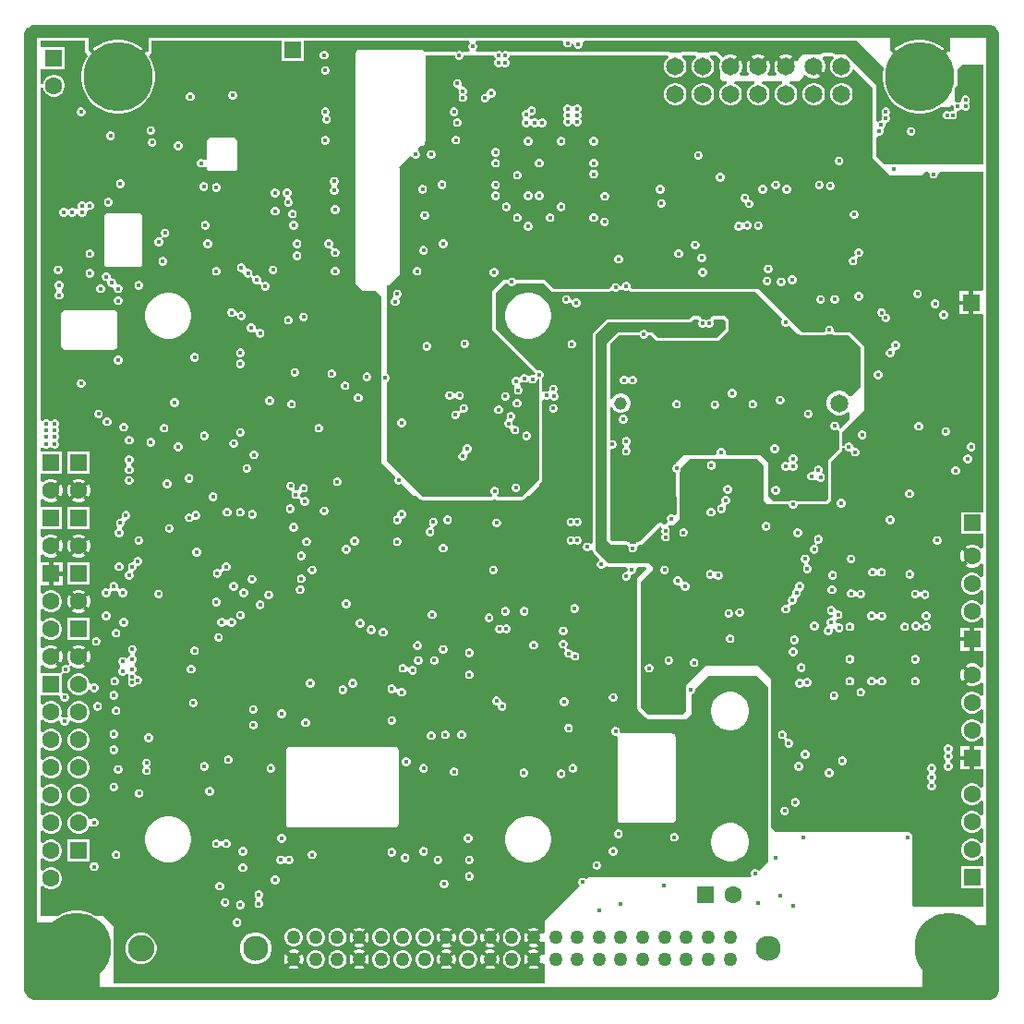
<source format=gbr>
G04*
G04 #@! TF.GenerationSoftware,Altium Limited,Altium Designer,24.9.1 (31)*
G04*
G04 Layer_Physical_Order=2*
G04 Layer_Color=3707366*
%FSLAX44Y44*%
%MOMM*%
G71*
G04*
G04 #@! TF.SameCoordinates,6A9D4D84-9140-4673-ADE8-75025B522ADB*
G04*
G04*
G04 #@! TF.FilePolarity,Positive*
G04*
G01*
G75*
%ADD56R,6.8000X6.4000*%
%ADD57R,6.5000X6.7000*%
%ADD103C,1.5240*%
%ADD105C,0.5000*%
%ADD108C,1.2000*%
%ADD124C,2.4500*%
%ADD125C,1.6000*%
%ADD126R,1.6000X1.6000*%
%ADD127R,1.6000X1.6000*%
%ADD128C,2.3000*%
%ADD130C,1.2580*%
%ADD131C,1.1500*%
%ADD132C,1.6500*%
%ADD136C,6.3500*%
%ADD137C,0.4000*%
G36*
X839669Y888146D02*
X841087Y886728D01*
X842939Y885961D01*
X844944D01*
X846797Y886728D01*
X848195Y888127D01*
X848400Y888161D01*
X850217Y888313D01*
X851522Y886929D01*
Y872583D01*
X849522Y871971D01*
X849461Y872032D01*
X847402Y869973D01*
X844573Y872802D01*
X846633Y874861D01*
X846138Y875355D01*
X841772Y878527D01*
X836963Y880978D01*
X831830Y882646D01*
X826499Y883490D01*
X821101D01*
X815770Y882646D01*
X810637Y880978D01*
X805828Y878527D01*
X801462Y875355D01*
X800967Y874861D01*
X803027Y872802D01*
X800199Y869973D01*
X797455Y872716D01*
X796422Y873144D01*
Y884806D01*
X798422Y886142D01*
X798859Y885961D01*
X800864D01*
X802717Y886728D01*
X804135Y888146D01*
X804289Y888520D01*
X806454D01*
X806609Y888146D01*
X808027Y886728D01*
X809879Y885961D01*
X811884D01*
X813737Y886728D01*
X815155Y888146D01*
X815310Y888520D01*
X817474D01*
X817629Y888146D01*
X819047Y886728D01*
X820899Y885961D01*
X822904D01*
X824757Y886728D01*
X826175Y888146D01*
X826329Y888520D01*
X828494D01*
X828649Y888146D01*
X830067Y886728D01*
X831919Y885961D01*
X833924D01*
X835777Y886728D01*
X837195Y888146D01*
X837349Y888520D01*
X839514D01*
X839669Y888146D01*
D02*
G37*
G36*
X101330D02*
X102747Y886728D01*
X104600Y885961D01*
X106605D01*
X108457Y886728D01*
X109875Y888146D01*
X110030Y888520D01*
X112195D01*
X112350Y888146D01*
X113767Y886728D01*
X115620Y885961D01*
X116622D01*
Y872583D01*
X114622Y871971D01*
X114561Y872032D01*
X112502Y869973D01*
X109673Y872802D01*
X111733Y874861D01*
X111238Y875355D01*
X106872Y878527D01*
X102063Y880978D01*
X96930Y882646D01*
X91599Y883490D01*
X86201D01*
X80870Y882646D01*
X75737Y880978D01*
X70928Y878527D01*
X66562Y875355D01*
X66068Y874861D01*
X68127Y872802D01*
X65298Y869973D01*
X62555Y872716D01*
X61522Y873144D01*
Y885961D01*
X62525D01*
X64377Y886728D01*
X65795Y888146D01*
X65950Y888520D01*
X68115D01*
X68270Y888146D01*
X69687Y886728D01*
X71540Y885961D01*
X73545D01*
X75397Y886728D01*
X76815Y888146D01*
X76970Y888520D01*
X79135D01*
X79290Y888146D01*
X80707Y886728D01*
X82560Y885961D01*
X84565D01*
X86417Y886728D01*
X87835Y888146D01*
X87990Y888520D01*
X90155D01*
X90310Y888146D01*
X91727Y886728D01*
X93580Y885961D01*
X95585D01*
X97437Y886728D01*
X98855Y888146D01*
X99010Y888520D01*
X101175D01*
X101330Y888146D01*
D02*
G37*
G36*
X790885Y857115D02*
X790881Y857103D01*
X790050Y851856D01*
Y846544D01*
X790881Y841297D01*
X792523Y836245D01*
X794934Y831511D01*
X798057Y827213D01*
X801813Y823457D01*
X806111Y820334D01*
X810844Y817923D01*
X815897Y816281D01*
X821144Y815450D01*
X826456D01*
X831703Y816281D01*
X836756Y817923D01*
X841489Y820334D01*
X842405Y821000D01*
X851000D01*
X853145Y823145D01*
X855000Y822172D01*
Y821204D01*
X855563Y819845D01*
X855135Y818816D01*
X854516Y817998D01*
X853203D01*
X851732Y817389D01*
X851498Y817155D01*
X851264Y817389D01*
X849794Y817998D01*
X848203D01*
X846732Y817389D01*
X845607Y816264D01*
X844998Y814794D01*
Y813203D01*
X845607Y811733D01*
X846732Y810607D01*
X848203Y809998D01*
X849794D01*
X851264Y810607D01*
X851498Y810842D01*
X851732Y810607D01*
X853203Y809998D01*
X854794D01*
X856264Y810607D01*
X857389Y811733D01*
X857998Y813203D01*
Y814794D01*
X857435Y816154D01*
X857864Y817182D01*
X858482Y818000D01*
X859796D01*
X861266Y818609D01*
X862500Y819643D01*
X863734Y818609D01*
X865204Y818000D01*
X866796D01*
X868266Y818609D01*
X869391Y819734D01*
X870000Y821204D01*
Y822796D01*
X869391Y824266D01*
X868657Y825000D01*
X869391Y825734D01*
X870000Y827204D01*
Y828796D01*
X869391Y830266D01*
X868266Y831391D01*
X866796Y832000D01*
X865204D01*
X863734Y831391D01*
X862609Y830266D01*
X862000Y828796D01*
Y827204D01*
X860446Y825731D01*
X859796Y826000D01*
X858204D01*
X857958Y825898D01*
X856000Y827252D01*
Y839000D01*
X859000Y842000D01*
Y856000D01*
X863000Y860000D01*
X881922D01*
Y769000D01*
X791326D01*
X784059Y776267D01*
Y793724D01*
X786059Y795060D01*
X786204Y795000D01*
X787796D01*
X789266Y795609D01*
X790391Y796734D01*
X791000Y798204D01*
Y799796D01*
X790866Y801609D01*
X791991Y802734D01*
X792600Y804204D01*
X792600Y805796D01*
X793796Y807000D01*
X795266Y807609D01*
X796391Y808734D01*
X797000Y810204D01*
Y811796D01*
X796391Y813266D01*
X795657Y814000D01*
X796391Y814734D01*
X797000Y816204D01*
Y817796D01*
X796391Y819266D01*
X795266Y820391D01*
X793796Y821000D01*
X792204D01*
X790734Y820391D01*
X789609Y819266D01*
X789000Y817796D01*
Y816204D01*
X789609Y814734D01*
X790343Y814000D01*
X789609Y813266D01*
X789000Y811796D01*
X789000Y810204D01*
X787804Y809000D01*
X786334Y808391D01*
X786059Y808116D01*
X784059Y808944D01*
Y839000D01*
X784000Y839295D01*
Y842000D01*
X756000Y870000D01*
X746448D01*
X746339Y870163D01*
X745346Y870826D01*
X744176Y871059D01*
X735588D01*
X734417Y870826D01*
X733425Y870163D01*
X733316Y870000D01*
X717000D01*
X713000Y866000D01*
Y864188D01*
X711000Y863652D01*
X710334Y864806D01*
X708255Y862727D01*
X705427Y865555D01*
X707506Y867634D01*
X705565Y868755D01*
X702821Y869490D01*
X699979D01*
X697235Y868755D01*
X695294Y867634D01*
X697373Y865555D01*
X694545Y862727D01*
X692466Y864806D01*
X691345Y862865D01*
X690610Y860120D01*
Y857280D01*
X691345Y854535D01*
X692766Y852075D01*
X692841Y852000D01*
X692012Y850000D01*
X685388D01*
X684559Y852000D01*
X684634Y852075D01*
X686055Y854535D01*
X686790Y857280D01*
Y860120D01*
X686055Y862865D01*
X684934Y864806D01*
X682855Y862727D01*
X680027Y865555D01*
X682106Y867634D01*
X680165Y868755D01*
X677421Y869490D01*
X674579D01*
X671835Y868755D01*
X669894Y867634D01*
X671973Y865555D01*
X669145Y862727D01*
X667066Y864806D01*
X665945Y862865D01*
X665210Y860120D01*
Y857280D01*
X665945Y854535D01*
X667366Y852075D01*
X667441Y852000D01*
X666612Y850000D01*
X659988D01*
X659159Y852000D01*
X659234Y852075D01*
X660655Y854535D01*
X661390Y857280D01*
Y860120D01*
X660655Y862865D01*
X659534Y864806D01*
X657455Y862727D01*
X654627Y865555D01*
X656706Y867634D01*
X654765Y868755D01*
X652020Y869490D01*
X649180D01*
X646435Y868755D01*
X643975Y867334D01*
X642069Y868257D01*
X639163Y871163D01*
X638171Y871826D01*
X637000Y872059D01*
X637000Y872059D01*
X631860D01*
X631662Y872019D01*
X631461Y872033D01*
X631082Y871904D01*
X630689Y871826D01*
X630522Y871714D01*
X630331Y871649D01*
X630030Y871385D01*
X629697Y871163D01*
X629588Y871000D01*
X620812D01*
X620703Y871163D01*
X620370Y871385D01*
X620070Y871649D01*
X619878Y871714D01*
X619711Y871826D01*
X619318Y871904D01*
X618939Y872033D01*
X618738Y872019D01*
X618540Y872059D01*
X606460D01*
X606262Y872019D01*
X606061Y872033D01*
X605682Y871904D01*
X605289Y871826D01*
X605122Y871714D01*
X604930Y871649D01*
X604630Y871385D01*
X604297Y871163D01*
X604188Y871000D01*
X595412D01*
X595303Y871163D01*
X594970Y871385D01*
X594669Y871649D01*
X594478Y871714D01*
X594311Y871826D01*
X593918Y871904D01*
X593539Y872033D01*
X593338Y872019D01*
X593140Y872059D01*
X448000D01*
X446831Y871826D01*
X446266Y872391D01*
X444796Y873000D01*
X443204D01*
X441734Y872391D01*
X441000Y871657D01*
X440266Y872391D01*
X438796Y873000D01*
X437204D01*
X435734Y872391D01*
X435169Y871826D01*
X434000Y872059D01*
X417352D01*
X416716Y874059D01*
X417391Y874734D01*
X418000Y876204D01*
Y877796D01*
X417391Y879266D01*
X416734Y879922D01*
X417397Y881922D01*
X496247D01*
X497000Y880796D01*
Y879204D01*
X497609Y877734D01*
X498734Y876609D01*
X500204Y876000D01*
X501796D01*
X503266Y876609D01*
X504391Y877734D01*
X505000Y879204D01*
Y879394D01*
X507000Y878204D01*
X507609Y876734D01*
X508734Y875609D01*
X510204Y875000D01*
X511796D01*
X513266Y875609D01*
X514391Y876734D01*
X515000Y878204D01*
Y879796D01*
X514948Y879922D01*
X516284Y881922D01*
X766078D01*
X790885Y857115D01*
D02*
G37*
G36*
X411266Y879922D02*
X410609Y879266D01*
X410000Y877796D01*
Y876204D01*
X410609Y874734D01*
X411284Y874059D01*
X410648Y872059D01*
X405669D01*
X404498Y871826D01*
X404349Y871726D01*
X403935Y872141D01*
X402464Y872750D01*
X400873D01*
X399403Y872141D01*
X398988Y871726D01*
X398839Y871826D01*
X397669Y872059D01*
X371000D01*
X369892Y871838D01*
X369826Y872170D01*
X369163Y873163D01*
X368171Y873826D01*
X367000Y874059D01*
X310000D01*
X308829Y873826D01*
X307837Y873163D01*
X307174Y872170D01*
X306941Y871000D01*
Y789000D01*
X307000Y788704D01*
Y778000D01*
Y659000D01*
X313000Y653000D01*
X325000D01*
X330000Y647000D01*
Y573796D01*
X330000Y573796D01*
Y572204D01*
X330000Y572204D01*
Y495000D01*
X343172Y481828D01*
X342609Y481266D01*
X342000Y479796D01*
Y478204D01*
X342609Y476734D01*
X343734Y475609D01*
X345204Y475000D01*
X346796D01*
X348266Y475609D01*
X348828Y476172D01*
X360000Y465000D01*
X362674D01*
X365837Y461837D01*
X366829Y461174D01*
X368000Y460941D01*
X368000Y460941D01*
X431588D01*
X431883Y461000D01*
X432184D01*
X432463Y461115D01*
X432758Y461174D01*
X432830Y461222D01*
X433547Y461457D01*
X434912D01*
X435630Y461222D01*
X435701Y461174D01*
X435997Y461115D01*
X436275Y461000D01*
X436576D01*
X436871Y460941D01*
X459000D01*
X459000Y460941D01*
X460171Y461174D01*
X461163Y461837D01*
X464326Y465000D01*
X466000D01*
X475000Y474000D01*
Y475674D01*
X477163Y477837D01*
X477826Y478829D01*
X478059Y480000D01*
X478059Y480000D01*
Y552456D01*
X478810Y552973D01*
X480059Y553475D01*
X481204Y553000D01*
X482796D01*
X484266Y553609D01*
X484677Y554020D01*
X485609Y553834D01*
X486734Y552709D01*
X488204Y552100D01*
X489796D01*
X491266Y552709D01*
X492391Y553834D01*
X493000Y555304D01*
Y556896D01*
X492391Y558366D01*
X491266Y559491D01*
X491125Y560196D01*
X491527Y560598D01*
X492136Y562068D01*
Y563660D01*
X491527Y565130D01*
X490402Y566255D01*
X488932Y566864D01*
X487340D01*
X485870Y566255D01*
X484745Y565130D01*
X484136Y563660D01*
Y562610D01*
X483204Y561490D01*
X482414Y561000D01*
X481204D01*
X480059Y560526D01*
X478810Y561027D01*
X478059Y561544D01*
Y572546D01*
X478014Y572768D01*
X478026Y572995D01*
X477927Y573270D01*
X478391Y573734D01*
X479000Y575204D01*
Y576796D01*
X478391Y578266D01*
X477266Y579391D01*
X475796Y580000D01*
X474204D01*
X473583Y579743D01*
X435059Y618267D01*
Y651059D01*
X443941Y659941D01*
X446109D01*
X446609Y658734D01*
X447734Y657609D01*
X449204Y657000D01*
X450796D01*
X452266Y657609D01*
X453391Y658734D01*
X453891Y659941D01*
X478733D01*
X485837Y652837D01*
X485837Y652837D01*
X486829Y652174D01*
X488000Y651941D01*
X488000Y651941D01*
X539085D01*
X539622Y652048D01*
X540163Y652138D01*
X540206Y652164D01*
X540255Y652174D01*
X540711Y652479D01*
X541177Y652768D01*
X541898Y653445D01*
X542734Y652609D01*
X544204Y652000D01*
X545796D01*
X547266Y652609D01*
X548391Y653734D01*
X548501Y654000D01*
X552343D01*
X552734Y653609D01*
X554204Y653000D01*
X555796D01*
X557101Y653541D01*
X557261Y653301D01*
X557474Y653088D01*
X557642Y652837D01*
X557892Y652670D01*
X558105Y652457D01*
X558384Y652342D01*
X558634Y652174D01*
X558930Y652115D01*
X559208Y652000D01*
X559509D01*
X559805Y651941D01*
X673059Y651941D01*
X698172Y626828D01*
X697609Y626266D01*
X697000Y624796D01*
Y623204D01*
X697609Y621734D01*
X698734Y620609D01*
X700204Y620000D01*
X701796D01*
X703266Y620609D01*
X703828Y621172D01*
X712000Y613000D01*
X713674D01*
X713837Y612837D01*
X714829Y612174D01*
X716000Y611941D01*
X716000Y611941D01*
X736443D01*
X736738Y612000D01*
X737040D01*
X737318Y612115D01*
X737614Y612174D01*
X737864Y612341D01*
X738142Y612457D01*
X738355Y612670D01*
X738606Y612837D01*
X738715Y613000D01*
X743963D01*
X744072Y612837D01*
X744322Y612670D01*
X744535Y612457D01*
X744814Y612341D01*
X745064Y612174D01*
X745360Y612115D01*
X745638Y612000D01*
X745939D01*
X746235Y611941D01*
X758733D01*
X769941Y600733D01*
Y564941D01*
X761227Y556227D01*
X759244Y556488D01*
X759002Y556908D01*
X756908Y559002D01*
X754342Y560483D01*
X751481Y561250D01*
X748519D01*
X745658Y560483D01*
X743092Y559002D01*
X740998Y556908D01*
X739517Y554342D01*
X738750Y551481D01*
Y548519D01*
X739517Y545658D01*
X740998Y543092D01*
X743092Y540998D01*
X745658Y539517D01*
X748519Y538750D01*
X751481D01*
X754342Y539517D01*
X756908Y540998D01*
X758000Y542090D01*
X760000Y541262D01*
Y535000D01*
X751430Y526430D01*
X749734Y527562D01*
X750000Y528204D01*
Y529796D01*
X749391Y531266D01*
X748266Y532391D01*
X746796Y533000D01*
X745204D01*
X743734Y532391D01*
X742609Y531266D01*
X742000Y529796D01*
Y528204D01*
X742609Y526734D01*
X743734Y525609D01*
X745204Y525000D01*
X746796D01*
X748250Y525602D01*
X748378Y525538D01*
X750000Y524515D01*
Y523296D01*
X749941Y523000D01*
X749941Y523000D01*
X749941Y510845D01*
X750000Y510550D01*
Y509380D01*
X749941Y509084D01*
Y507941D01*
X740000Y498000D01*
Y496296D01*
X739941Y496000D01*
X739941Y496000D01*
X739941Y462267D01*
X737733Y460059D01*
X712000D01*
X711704Y460000D01*
X710657D01*
X710266Y460391D01*
X708796Y461000D01*
X707204D01*
X705734Y460391D01*
X705343Y460000D01*
X704296D01*
X704000Y460059D01*
X689941D01*
X685000Y465000D01*
Y495000D01*
X678000Y502000D01*
X674283D01*
X673988Y502059D01*
X673987Y502059D01*
X647276D01*
X645940Y504059D01*
X646000Y504204D01*
Y505796D01*
X645391Y507266D01*
X644266Y508391D01*
X642796Y509000D01*
X641204D01*
X639734Y508391D01*
X638609Y507266D01*
X638000Y505796D01*
Y504204D01*
X638060Y504059D01*
X636724Y502059D01*
X614000D01*
X614000Y502059D01*
X613704Y502000D01*
X607000D01*
X600000Y495000D01*
Y493915D01*
X598734Y493391D01*
X597609Y492266D01*
X597000Y490796D01*
Y489204D01*
X597609Y487734D01*
X598734Y486609D01*
X600000Y486085D01*
Y465000D01*
X600941Y464059D01*
Y447714D01*
X598941Y446886D01*
X598436Y447391D01*
X596966Y448000D01*
X595375D01*
X593905Y447391D01*
X592779Y446266D01*
X592170Y444796D01*
Y443204D01*
X592392Y442670D01*
X592716Y441613D01*
X591966Y440163D01*
X591721Y439797D01*
X591440Y439459D01*
X591326Y439248D01*
X590703Y438984D01*
X590291Y438914D01*
X589219Y438923D01*
X589116Y438934D01*
X588768Y439389D01*
X588756Y439395D01*
X588748Y439406D01*
X588241Y439694D01*
X587735Y439987D01*
X587496Y440069D01*
X587343Y440089D01*
X587203Y440153D01*
X586756Y440167D01*
X586313Y440226D01*
X586164Y440186D01*
X586010Y440191D01*
X585609Y440125D01*
X585281Y440002D01*
X584937Y439933D01*
X584728Y439793D01*
X584492Y439705D01*
X584236Y439465D01*
X583944Y439270D01*
X567733Y423059D01*
X566252D01*
X565956Y423000D01*
X565655D01*
X565377Y422885D01*
X565081Y422826D01*
X564831Y422659D01*
X564552Y422543D01*
X564339Y422330D01*
X564089Y422163D01*
X563921Y421912D01*
X563708Y421699D01*
X562928Y420531D01*
X561796Y421000D01*
X560204D01*
X559072Y420531D01*
X558292Y421699D01*
X558079Y421912D01*
X557911Y422163D01*
X557661Y422330D01*
X557448Y422543D01*
X557169Y422659D01*
X556919Y422826D01*
X556623Y422885D01*
X556345Y423000D01*
X556044D01*
X555748Y423059D01*
X542267D01*
X540059Y425267D01*
Y507234D01*
X541204Y508000D01*
X542796D01*
X544266Y508609D01*
X545391Y509734D01*
X546000Y511204D01*
Y512796D01*
X545391Y514266D01*
X544266Y515391D01*
X542796Y516000D01*
X541204D01*
X540059Y516766D01*
Y545917D01*
X540498Y546090D01*
X542059Y546255D01*
X542998Y544627D01*
X544627Y542998D01*
X546623Y541846D01*
X548848Y541250D01*
X551152D01*
X553377Y541846D01*
X555373Y542998D01*
X557002Y544627D01*
X558154Y546623D01*
X558750Y548848D01*
Y551152D01*
X558154Y553377D01*
X557002Y555373D01*
X555373Y557002D01*
X553377Y558154D01*
X551152Y558750D01*
X548848D01*
X546623Y558154D01*
X544627Y557002D01*
X542998Y555373D01*
X542059Y553745D01*
X540498Y553910D01*
X540059Y554083D01*
Y603733D01*
X548267Y611941D01*
X567109D01*
X567609Y610734D01*
X568734Y609609D01*
X570204Y609000D01*
X571796D01*
X573266Y609609D01*
X574391Y610734D01*
X574891Y611941D01*
X577733D01*
X581837Y607837D01*
X582830Y607174D01*
X584000Y606941D01*
X584000Y606941D01*
X638000D01*
X639170Y607174D01*
X640163Y607837D01*
X648163Y615837D01*
X648826Y616829D01*
X649059Y618000D01*
X649059Y618000D01*
Y625000D01*
X648826Y626171D01*
X648163Y627163D01*
X646163Y629163D01*
X645171Y629826D01*
X644000Y630059D01*
X644000Y630059D01*
X635344D01*
X634954Y629981D01*
X634557Y629956D01*
X634374Y629866D01*
X634173Y629826D01*
X633843Y629605D01*
X633485Y629430D01*
X633351Y629276D01*
X633181Y629163D01*
X632960Y628832D01*
X632697Y628533D01*
X632108Y627516D01*
X631776Y626900D01*
X630224D01*
X628791Y626306D01*
X628000Y625515D01*
X627209Y626306D01*
X625776Y626900D01*
X624224D01*
X623892Y627516D01*
X623303Y628533D01*
X623040Y628832D01*
X622819Y629163D01*
X622649Y629276D01*
X622514Y629430D01*
X622157Y629605D01*
X621827Y629826D01*
X621627Y629866D01*
X621443Y629956D01*
X621046Y629981D01*
X620656Y630059D01*
X617000D01*
X617000Y630059D01*
X615830Y629826D01*
X614837Y629163D01*
X614837Y629163D01*
X612733Y627059D01*
X538000D01*
X536829Y626826D01*
X535837Y626163D01*
X535837Y626163D01*
X524837Y615163D01*
X524174Y614170D01*
X523941Y613000D01*
X523941Y613000D01*
Y421352D01*
X521941Y420716D01*
X521266Y421391D01*
X519796Y422000D01*
X518204D01*
X516734Y421391D01*
X515609Y420266D01*
X515000Y418796D01*
Y417204D01*
X515609Y415734D01*
X516734Y414609D01*
X518204Y414000D01*
X519796D01*
X521266Y414609D01*
X521941Y415284D01*
X523102Y415119D01*
X523847Y414819D01*
X523996Y414726D01*
X524174Y413829D01*
X524837Y412837D01*
X524837Y412837D01*
X530006Y407668D01*
X529734Y405391D01*
X528609Y404266D01*
X528000Y402796D01*
Y401204D01*
X528609Y399734D01*
X529734Y398609D01*
X531204Y398000D01*
X532796D01*
X534266Y398609D01*
X535251Y399594D01*
X535443Y399745D01*
X537758Y400222D01*
X537830Y400174D01*
X539000Y399941D01*
X539000Y399941D01*
X554724D01*
X556060Y397941D01*
X556000Y397796D01*
Y396848D01*
X555923Y396148D01*
X554334Y395000D01*
X554204D01*
X552734Y394391D01*
X551609Y393266D01*
X551000Y391796D01*
Y390204D01*
X551609Y388734D01*
X552734Y387609D01*
X554204Y387000D01*
X555796D01*
X557266Y387609D01*
X558391Y388734D01*
X559000Y390204D01*
Y391152D01*
X559077Y391852D01*
X560666Y393000D01*
X560796D01*
X562266Y393609D01*
X563391Y394734D01*
X564000Y396204D01*
Y397796D01*
X563940Y397941D01*
X565276Y399941D01*
X572113D01*
X572941Y397941D01*
X565000Y390000D01*
Y386296D01*
X564941Y386000D01*
X564941Y386000D01*
Y271000D01*
X565000Y270704D01*
Y270000D01*
X565181Y269819D01*
X565837Y268837D01*
X572837Y261837D01*
X573819Y261181D01*
X575000Y260000D01*
X610000D01*
X615000Y265000D01*
Y283085D01*
X616266Y283609D01*
X617391Y284734D01*
X618000Y286204D01*
Y287796D01*
X617940Y287940D01*
X630000Y300000D01*
X675000D01*
X684941Y290059D01*
Y161000D01*
X684941Y161000D01*
X685000Y160704D01*
Y130000D01*
X676328Y121328D01*
X675266Y122391D01*
X673796Y123000D01*
X672204D01*
X670734Y122391D01*
X669609Y121266D01*
X669000Y119796D01*
Y118204D01*
X669499Y117000D01*
X669066Y115873D01*
X668515Y115000D01*
X520000D01*
X518240Y113239D01*
X517266Y114213D01*
X515796Y114822D01*
X514204D01*
X512734Y114213D01*
X511609Y113088D01*
X511000Y111618D01*
Y110026D01*
X511609Y108556D01*
X512583Y107583D01*
X480000Y75000D01*
Y64134D01*
X479892Y64090D01*
X478000Y63804D01*
X477499Y64671D01*
X475412Y62584D01*
X472584Y65412D01*
X474671Y67499D01*
X473408Y68228D01*
X471162Y68830D01*
X468838D01*
X466592Y68228D01*
X465329Y67499D01*
X467416Y65412D01*
X464588Y62584D01*
X462501Y64671D01*
X461772Y63408D01*
X461170Y61163D01*
Y58837D01*
X461772Y56592D01*
X462501Y55329D01*
X464588Y57416D01*
X467416Y54588D01*
X465329Y52501D01*
X466592Y51772D01*
X468838Y51170D01*
X471162D01*
X473408Y51772D01*
X474671Y52501D01*
X472584Y54588D01*
X475412Y57416D01*
X477499Y55329D01*
X478000Y56196D01*
X479892Y55910D01*
X480000Y55866D01*
Y44134D01*
X479892Y44090D01*
X478000Y43804D01*
X477499Y44671D01*
X475412Y42584D01*
X472584Y45412D01*
X474671Y47499D01*
X473408Y48228D01*
X471162Y48830D01*
X468838D01*
X466592Y48228D01*
X465329Y47499D01*
X467416Y45412D01*
X464588Y42584D01*
X462501Y44671D01*
X461772Y43408D01*
X461170Y41163D01*
Y38837D01*
X461772Y36592D01*
X462501Y35329D01*
X464588Y37416D01*
X467416Y34588D01*
X465329Y32501D01*
X466592Y31772D01*
X468838Y31170D01*
X471162D01*
X473408Y31772D01*
X474671Y32501D01*
X472584Y34588D01*
X475412Y37416D01*
X477499Y35329D01*
X478000Y36196D01*
X479892Y35910D01*
X480000Y35865D01*
Y18078D01*
X85000D01*
Y70000D01*
X75000Y80000D01*
X67833D01*
X63755Y82077D01*
X58703Y83719D01*
X53456Y84550D01*
X48144D01*
X42897Y83719D01*
X37845Y82077D01*
X33767Y80000D01*
X18078D01*
Y106652D01*
X20078Y107480D01*
X21260Y106298D01*
X23540Y104981D01*
X26084Y104300D01*
X28716D01*
X31260Y104981D01*
X33540Y106298D01*
X35402Y108160D01*
X36718Y110440D01*
X37400Y112984D01*
Y115617D01*
X36718Y118160D01*
X35402Y120440D01*
X33540Y122302D01*
X31260Y123618D01*
X28716Y124300D01*
X26084D01*
X23540Y123618D01*
X21260Y122302D01*
X20078Y121120D01*
X18078Y121948D01*
Y132052D01*
X20078Y132880D01*
X21260Y131698D01*
X23540Y130381D01*
X26084Y129700D01*
X28716D01*
X31260Y130381D01*
X33540Y131698D01*
X35402Y133560D01*
X36718Y135840D01*
X37400Y138384D01*
Y141017D01*
X36718Y143560D01*
X35402Y145840D01*
X33540Y147702D01*
X31260Y149018D01*
X28716Y149700D01*
X26084D01*
X23540Y149018D01*
X21260Y147702D01*
X20078Y146520D01*
X18078Y147348D01*
Y157452D01*
X20078Y158280D01*
X21260Y157098D01*
X23540Y155781D01*
X26084Y155100D01*
X28716D01*
X31260Y155781D01*
X33540Y157098D01*
X35402Y158960D01*
X36718Y161240D01*
X37400Y163783D01*
Y166416D01*
X36718Y168960D01*
X35402Y171240D01*
X33540Y173102D01*
X31260Y174419D01*
X28716Y175100D01*
X26084D01*
X23540Y174419D01*
X21260Y173102D01*
X20078Y171920D01*
X18078Y172748D01*
Y182852D01*
X20078Y183680D01*
X21260Y182498D01*
X23540Y181182D01*
X26084Y180500D01*
X28716D01*
X31260Y181182D01*
X33540Y182498D01*
X35402Y184360D01*
X36718Y186640D01*
X37400Y189184D01*
Y191817D01*
X36718Y194360D01*
X35402Y196640D01*
X33540Y198502D01*
X31260Y199818D01*
X28716Y200500D01*
X26084D01*
X23540Y199818D01*
X21260Y198502D01*
X20078Y197320D01*
X18078Y198148D01*
Y208252D01*
X20078Y209080D01*
X21260Y207898D01*
X23540Y206581D01*
X26084Y205900D01*
X28716D01*
X31260Y206581D01*
X33540Y207898D01*
X35402Y209760D01*
X36718Y212040D01*
X37400Y214583D01*
Y217216D01*
X36718Y219760D01*
X35402Y222040D01*
X33540Y223902D01*
X31260Y225219D01*
X28716Y225900D01*
X26084D01*
X23540Y225219D01*
X21260Y223902D01*
X20078Y222720D01*
X18078Y223548D01*
Y233652D01*
X20078Y234480D01*
X21260Y233298D01*
X23540Y231982D01*
X26084Y231300D01*
X28716D01*
X31260Y231982D01*
X33540Y233298D01*
X35402Y235160D01*
X36718Y237440D01*
X37400Y239984D01*
Y242617D01*
X36718Y245160D01*
X35402Y247440D01*
X33540Y249302D01*
X31260Y250618D01*
X28716Y251300D01*
X26084D01*
X23540Y250618D01*
X21260Y249302D01*
X20078Y248120D01*
X18078Y248948D01*
Y259052D01*
X20078Y259880D01*
X21260Y258698D01*
X23540Y257381D01*
X26084Y256700D01*
X28716D01*
X31260Y257381D01*
X33540Y258698D01*
X34152Y259310D01*
X34643Y259174D01*
X36000Y258330D01*
Y257204D01*
X36609Y255734D01*
X37734Y254609D01*
X39204Y254000D01*
X40796D01*
X42266Y254609D01*
X43391Y255734D01*
X44000Y257204D01*
Y258529D01*
X44703Y259068D01*
X45848Y259510D01*
X46660Y258698D01*
X48940Y257381D01*
X51483Y256700D01*
X54117D01*
X56660Y257381D01*
X58940Y258698D01*
X60802Y260560D01*
X62119Y262840D01*
X62800Y265383D01*
Y268016D01*
X62119Y270560D01*
X60802Y272840D01*
X58940Y274702D01*
X56660Y276019D01*
X54117Y276700D01*
X51483D01*
X48940Y276019D01*
X46660Y274702D01*
X44798Y272840D01*
X43481Y270560D01*
X42800Y268016D01*
Y265383D01*
X43467Y262893D01*
X43010Y262322D01*
X41928Y261531D01*
X40796Y262000D01*
X39204D01*
X38335Y261640D01*
X37285Y262420D01*
X36773Y263043D01*
X37400Y265383D01*
Y268016D01*
X36718Y270560D01*
X35402Y272840D01*
X33540Y274702D01*
X31260Y276019D01*
X28716Y276700D01*
X26084D01*
X23540Y276019D01*
X21260Y274702D01*
X20078Y273520D01*
X18078Y274348D01*
Y282100D01*
X35129D01*
X36000Y280796D01*
Y279204D01*
X36609Y277734D01*
X37734Y276609D01*
X39204Y276000D01*
X40796D01*
X42266Y276609D01*
X43391Y277734D01*
X44000Y279204D01*
Y280796D01*
X43391Y282266D01*
X42266Y283391D01*
X40796Y284000D01*
X39204D01*
X37400Y285417D01*
X37400Y300508D01*
Y300536D01*
Y300537D01*
X37400Y301162D01*
X37720Y301509D01*
X39283Y302381D01*
X40204Y302000D01*
X41796D01*
X43266Y302609D01*
X44391Y303734D01*
X45000Y305204D01*
Y306796D01*
X44519Y307957D01*
X44391Y308266D01*
X45870Y309524D01*
X46328Y309066D01*
X48732Y307678D01*
X51412Y306960D01*
X54188D01*
X56868Y307678D01*
X58723Y308749D01*
X56644Y310827D01*
X59473Y313656D01*
X61551Y311577D01*
X62622Y313432D01*
X63340Y316112D01*
Y318888D01*
X62622Y321568D01*
X61551Y323423D01*
X59473Y321344D01*
X56644Y324173D01*
X58723Y326251D01*
X56868Y327322D01*
X54188Y328040D01*
X51412D01*
X48732Y327322D01*
X46877Y326251D01*
X48956Y324173D01*
X46127Y321344D01*
X44049Y323423D01*
X42978Y321568D01*
X42260Y318888D01*
Y316112D01*
X42978Y313432D01*
X44366Y311028D01*
X44524Y310870D01*
X43266Y309391D01*
X42957Y309519D01*
X41796Y310000D01*
X40204D01*
X38734Y309391D01*
X37609Y308266D01*
X37000Y306796D01*
Y305204D01*
X37469Y304071D01*
X36931Y302806D01*
X36415Y302100D01*
X35789Y302100D01*
X18078D01*
Y309088D01*
X20078Y309917D01*
X20928Y309066D01*
X23332Y307678D01*
X26012Y306960D01*
X28788D01*
X31468Y307678D01*
X33323Y308749D01*
X31244Y310827D01*
X34073Y313656D01*
X36151Y311577D01*
X37222Y313432D01*
X37940Y316112D01*
Y318888D01*
X37222Y321568D01*
X36151Y323423D01*
X34073Y321344D01*
X31244Y324173D01*
X33323Y326251D01*
X31468Y327322D01*
X28788Y328040D01*
X26012D01*
X23332Y327322D01*
X20928Y325934D01*
X20078Y325083D01*
X18078Y325912D01*
Y335252D01*
X20078Y336080D01*
X21260Y334898D01*
X23540Y333582D01*
X26084Y332900D01*
X28716D01*
X31260Y333582D01*
X33540Y334898D01*
X35402Y336760D01*
X36718Y339040D01*
X37400Y341584D01*
Y344216D01*
X36718Y346760D01*
X35402Y349040D01*
X33540Y350902D01*
X31260Y352219D01*
X28716Y352900D01*
X26084D01*
X23540Y352219D01*
X21260Y350902D01*
X20078Y349720D01*
X18078Y350548D01*
Y360652D01*
X20078Y361480D01*
X21260Y360298D01*
X23540Y358982D01*
X26084Y358300D01*
X28716D01*
X31260Y358982D01*
X33540Y360298D01*
X35402Y362160D01*
X36718Y364440D01*
X37400Y366983D01*
Y369617D01*
X36718Y372160D01*
X35402Y374440D01*
X33540Y376302D01*
X31260Y377618D01*
X28716Y378300D01*
X26084D01*
X23540Y377618D01*
X21260Y376302D01*
X20078Y375120D01*
X18078Y375948D01*
Y383160D01*
X25400D01*
Y386010D01*
X29400D01*
Y383160D01*
X37940D01*
Y391700D01*
X35090D01*
Y395700D01*
X37940D01*
Y404240D01*
X29400D01*
Y401390D01*
X25400D01*
Y404240D01*
X18078D01*
Y410688D01*
X20078Y411517D01*
X20928Y410666D01*
X23332Y409278D01*
X26012Y408560D01*
X28788D01*
X31468Y409278D01*
X33323Y410349D01*
X31244Y412427D01*
X34073Y415256D01*
X36151Y413177D01*
X37222Y415032D01*
X37940Y417712D01*
Y420488D01*
X37222Y423168D01*
X36151Y425023D01*
X34073Y422944D01*
X31244Y425773D01*
X33323Y427851D01*
X31468Y428922D01*
X28788Y429640D01*
X26012D01*
X23332Y428922D01*
X20928Y427534D01*
X20078Y426683D01*
X18078Y427512D01*
Y434500D01*
X37400D01*
Y454500D01*
X18078D01*
Y461488D01*
X20078Y462317D01*
X20928Y461466D01*
X23332Y460078D01*
X26012Y459360D01*
X28788D01*
X31468Y460078D01*
X33323Y461149D01*
X31244Y463227D01*
X34073Y466056D01*
X36151Y463977D01*
X37222Y465832D01*
X37940Y468512D01*
Y471288D01*
X37222Y473968D01*
X36151Y475823D01*
X34073Y473744D01*
X31244Y476573D01*
X33323Y478651D01*
X31468Y479722D01*
X28788Y480440D01*
X26012D01*
X23332Y479722D01*
X20928Y478334D01*
X20078Y477483D01*
X18078Y478312D01*
Y485300D01*
X37400D01*
Y505300D01*
X18078D01*
Y508603D01*
X20078Y509266D01*
X20734Y508609D01*
X22204Y508000D01*
X23796D01*
X25266Y508609D01*
X25721Y509065D01*
X27000Y509518D01*
X28279Y509065D01*
X28734Y508609D01*
X30204Y508000D01*
X31796D01*
X33266Y508609D01*
X34391Y509734D01*
X35000Y511204D01*
Y512796D01*
X34391Y514266D01*
X33357Y515500D01*
X34391Y516734D01*
X35000Y518204D01*
Y519796D01*
X34391Y521266D01*
X33657Y522000D01*
X34391Y522734D01*
X35000Y524204D01*
Y525796D01*
X34391Y527266D01*
X33657Y528000D01*
X34391Y528734D01*
X35000Y530204D01*
Y531796D01*
X34391Y533266D01*
X33266Y534391D01*
X31796Y535000D01*
X30204D01*
X28734Y534391D01*
X28279Y533935D01*
X27000Y533482D01*
X25721Y533935D01*
X25266Y534391D01*
X23796Y535000D01*
X22204D01*
X20734Y534391D01*
X20078Y533735D01*
X18078Y534397D01*
Y839130D01*
X20078Y839394D01*
X20682Y837140D01*
X21998Y834860D01*
X23860Y832998D01*
X26140Y831682D01*
X28684Y831000D01*
X31316D01*
X33860Y831682D01*
X36140Y832998D01*
X38002Y834860D01*
X39318Y837140D01*
X40000Y839684D01*
Y842317D01*
X39318Y844860D01*
X38002Y847140D01*
X36140Y849002D01*
X33860Y850319D01*
X31316Y851000D01*
X28684D01*
X26140Y850319D01*
X23860Y849002D01*
X21998Y847140D01*
X20682Y844860D01*
X20078Y842606D01*
X18078Y842869D01*
Y856213D01*
X20000Y856400D01*
X20078Y856400D01*
X40000D01*
Y876400D01*
X20078D01*
X20000Y876400D01*
X18078Y876587D01*
Y881922D01*
X58464D01*
Y873144D01*
X58591Y872506D01*
X58696Y871974D01*
X58945Y871602D01*
X59359Y870981D01*
X60176Y870435D01*
X60415Y870130D01*
X61042Y868276D01*
X60034Y866889D01*
X57623Y862156D01*
X55981Y857103D01*
X55150Y851856D01*
Y846544D01*
X55981Y841297D01*
X57623Y836245D01*
X60034Y831511D01*
X63157Y827213D01*
X66913Y823457D01*
X71211Y820334D01*
X75944Y817923D01*
X80997Y816281D01*
X86244Y815450D01*
X91556D01*
X96803Y816281D01*
X101855Y817923D01*
X106589Y820334D01*
X110887Y823457D01*
X114643Y827213D01*
X117766Y831511D01*
X120177Y836245D01*
X121819Y841297D01*
X122650Y846544D01*
Y851856D01*
X121819Y857103D01*
X120177Y862156D01*
X117766Y866889D01*
X117131Y867762D01*
X117472Y869060D01*
X117537Y869200D01*
X118036Y869919D01*
X118169Y870008D01*
X118568Y870223D01*
X118662Y870338D01*
X118785Y870420D01*
X119037Y870796D01*
X119323Y871147D01*
X119366Y871289D01*
X119448Y871412D01*
X119537Y871856D01*
X119667Y872290D01*
X119652Y872438D01*
X119681Y872583D01*
Y881922D01*
X239000D01*
Y864000D01*
X259000D01*
Y881922D01*
X410603D01*
X411266Y879922D01*
D02*
G37*
G36*
X641000Y865000D02*
Y862475D01*
X640350Y860049D01*
Y857351D01*
X641000Y854925D01*
Y848000D01*
X644000Y845000D01*
X646935D01*
X647198Y843000D01*
X646644Y842851D01*
X644306Y841502D01*
X642398Y839594D01*
X641049Y837256D01*
X640350Y834649D01*
Y831951D01*
X641049Y829344D01*
X642398Y827006D01*
X644306Y825098D01*
X646644Y823748D01*
X649251Y823050D01*
X651949D01*
X654556Y823748D01*
X656894Y825098D01*
X658802Y827006D01*
X660152Y829344D01*
X660850Y831951D01*
Y834649D01*
X660152Y837256D01*
X658802Y839594D01*
X656894Y841502D01*
X654556Y842851D01*
X654002Y843000D01*
X654265Y845000D01*
X672335D01*
X672598Y843000D01*
X672044Y842851D01*
X669706Y841502D01*
X667798Y839594D01*
X666449Y837256D01*
X665750Y834649D01*
Y831951D01*
X666449Y829344D01*
X667798Y827006D01*
X669706Y825098D01*
X672044Y823748D01*
X674651Y823050D01*
X677349D01*
X679956Y823748D01*
X682294Y825098D01*
X684202Y827006D01*
X685552Y829344D01*
X686250Y831951D01*
Y834649D01*
X685552Y837256D01*
X684202Y839594D01*
X682294Y841502D01*
X679956Y842851D01*
X679402Y843000D01*
X679665Y845000D01*
X697735D01*
X697998Y843000D01*
X697444Y842851D01*
X695106Y841502D01*
X693198Y839594D01*
X691849Y837256D01*
X691150Y834649D01*
Y831951D01*
X691849Y829344D01*
X693198Y827006D01*
X695106Y825098D01*
X697444Y823748D01*
X700051Y823050D01*
X702749D01*
X705356Y823748D01*
X707694Y825098D01*
X709602Y827006D01*
X710952Y829344D01*
X711650Y831951D01*
Y834649D01*
X710952Y837256D01*
X709602Y839594D01*
X707694Y841502D01*
X705356Y842851D01*
X704802Y843000D01*
X705065Y845000D01*
X713000D01*
X717000Y849000D01*
Y850412D01*
X719000Y851241D01*
X720175Y850066D01*
X722635Y848645D01*
X725379Y847910D01*
X728221D01*
X730965Y848645D01*
X732906Y849766D01*
X730827Y851845D01*
X733655Y854673D01*
X735734Y852594D01*
X736855Y854535D01*
X737590Y857280D01*
Y860120D01*
X736855Y862865D01*
X735434Y865325D01*
X734759Y866000D01*
X735588Y868000D01*
X744176D01*
X745004Y866000D01*
X743998Y864994D01*
X742648Y862656D01*
X741950Y860049D01*
Y857351D01*
X742648Y854744D01*
X743998Y852406D01*
X745906Y850498D01*
X748244Y849148D01*
X750851Y848450D01*
X753549D01*
X756156Y849148D01*
X758494Y850498D01*
X760402Y852406D01*
X761751Y854744D01*
X761894Y855277D01*
X764125Y855875D01*
X781000Y839000D01*
Y775000D01*
X797000Y759000D01*
X826000D01*
X829500Y762500D01*
X831541D01*
X833000Y760796D01*
Y759204D01*
X833609Y757734D01*
X834734Y756609D01*
X836204Y756000D01*
X837796D01*
X839266Y756609D01*
X840391Y757734D01*
X841000Y759204D01*
Y760796D01*
X842459Y762500D01*
X881500D01*
X881922Y762078D01*
Y654382D01*
X881540Y652540D01*
X879922Y652540D01*
X873000D01*
Y649690D01*
X869000D01*
Y652540D01*
X860460D01*
Y644000D01*
X863310D01*
Y640000D01*
X860460D01*
Y631460D01*
X869000D01*
Y634310D01*
X873000D01*
Y631460D01*
X879922D01*
X881540Y631460D01*
X881922Y629618D01*
Y450000D01*
X862000D01*
Y430000D01*
X881922D01*
Y417507D01*
X879922Y416783D01*
X878472Y418234D01*
X876068Y419622D01*
X873388Y420340D01*
X870612D01*
X867932Y419622D01*
X866077Y418551D01*
X868156Y416473D01*
X865327Y413644D01*
X863249Y415723D01*
X862178Y413868D01*
X861460Y411188D01*
Y408412D01*
X862178Y405732D01*
X863249Y403877D01*
X865327Y405956D01*
X868156Y403127D01*
X866077Y401049D01*
X867932Y399978D01*
X870612Y399260D01*
X873388D01*
X876068Y399978D01*
X878472Y401366D01*
X879922Y402817D01*
X881922Y402093D01*
Y391214D01*
X880287Y390640D01*
X879922Y390620D01*
X878140Y392402D01*
X875860Y393718D01*
X873316Y394400D01*
X870684D01*
X868140Y393718D01*
X865860Y392402D01*
X863998Y390540D01*
X862682Y388260D01*
X862000Y385717D01*
Y383083D01*
X862682Y380540D01*
X863998Y378260D01*
X865860Y376398D01*
X868140Y375081D01*
X870684Y374400D01*
X873316D01*
X875860Y375081D01*
X878140Y376398D01*
X879922Y378180D01*
X880287Y378160D01*
X881922Y377586D01*
Y365814D01*
X880287Y365240D01*
X879922Y365220D01*
X878140Y367002D01*
X875860Y368318D01*
X873316Y369000D01*
X870684D01*
X868140Y368318D01*
X865860Y367002D01*
X863998Y365140D01*
X862682Y362860D01*
X862000Y360317D01*
Y357683D01*
X862682Y355140D01*
X863998Y352860D01*
X865860Y350998D01*
X868140Y349682D01*
X870684Y349000D01*
X873316D01*
X875860Y349682D01*
X878140Y350998D01*
X879922Y352780D01*
X880287Y352760D01*
X881922Y352186D01*
Y344140D01*
X874000D01*
Y341290D01*
X870000D01*
Y344140D01*
X861460D01*
Y335600D01*
X864310D01*
Y331600D01*
X861460D01*
Y323060D01*
X870000D01*
Y325910D01*
X874000D01*
Y323060D01*
X881922D01*
Y308507D01*
X879922Y307783D01*
X878472Y309234D01*
X876068Y310622D01*
X873388Y311340D01*
X870612D01*
X867932Y310622D01*
X866077Y309551D01*
X868156Y307473D01*
X865327Y304644D01*
X863249Y306723D01*
X862178Y304868D01*
X861460Y302188D01*
Y299412D01*
X862178Y296732D01*
X863249Y294877D01*
X865327Y296956D01*
X868156Y294127D01*
X866077Y292049D01*
X867932Y290978D01*
X870612Y290260D01*
X873388D01*
X876068Y290978D01*
X878472Y292366D01*
X879922Y293817D01*
X881922Y293093D01*
Y282214D01*
X880287Y281640D01*
X879922Y281620D01*
X878140Y283402D01*
X875860Y284718D01*
X873316Y285400D01*
X870684D01*
X868140Y284718D01*
X865860Y283402D01*
X863998Y281540D01*
X862682Y279260D01*
X862000Y276716D01*
Y274083D01*
X862682Y271540D01*
X863998Y269260D01*
X865860Y267398D01*
X868140Y266082D01*
X870684Y265400D01*
X873316D01*
X875860Y266082D01*
X878140Y267398D01*
X879922Y269180D01*
X880287Y269160D01*
X881922Y268586D01*
Y256814D01*
X880287Y256240D01*
X879922Y256220D01*
X878140Y258002D01*
X875860Y259319D01*
X873316Y260000D01*
X870684D01*
X868140Y259319D01*
X865860Y258002D01*
X863998Y256140D01*
X862682Y253860D01*
X862000Y251317D01*
Y248683D01*
X862682Y246140D01*
X863998Y243860D01*
X865860Y241998D01*
X868140Y240681D01*
X870684Y240000D01*
X873316D01*
X875860Y240681D01*
X878140Y241998D01*
X879922Y243780D01*
X880287Y243760D01*
X881922Y243186D01*
Y235140D01*
X874000D01*
Y232290D01*
X870000D01*
Y235140D01*
X861460D01*
Y226600D01*
X864310D01*
Y222600D01*
X861460D01*
Y214060D01*
X870000D01*
Y216910D01*
X874000D01*
Y214060D01*
X881922D01*
Y198214D01*
X880287Y197640D01*
X879922Y197620D01*
X878140Y199402D01*
X875860Y200718D01*
X873316Y201400D01*
X870684D01*
X868140Y200718D01*
X865860Y199402D01*
X863998Y197540D01*
X862682Y195260D01*
X862000Y192717D01*
Y190084D01*
X862682Y187540D01*
X863998Y185260D01*
X865860Y183398D01*
X868140Y182082D01*
X870684Y181400D01*
X873316D01*
X875860Y182082D01*
X878140Y183398D01*
X879922Y185180D01*
X880287Y185160D01*
X881922Y184586D01*
Y172814D01*
X880287Y172240D01*
X879922Y172220D01*
X878140Y174002D01*
X875860Y175319D01*
X873316Y176000D01*
X870684D01*
X868140Y175319D01*
X865860Y174002D01*
X863998Y172140D01*
X862682Y169860D01*
X862000Y167316D01*
Y164683D01*
X862682Y162140D01*
X863998Y159860D01*
X865860Y157998D01*
X868140Y156681D01*
X870684Y156000D01*
X873316D01*
X875860Y156681D01*
X878140Y157998D01*
X879922Y159780D01*
X880287Y159760D01*
X881922Y159186D01*
Y147414D01*
X880287Y146840D01*
X879922Y146820D01*
X878140Y148602D01*
X875860Y149918D01*
X873316Y150600D01*
X870684D01*
X868140Y149918D01*
X865860Y148602D01*
X863998Y146740D01*
X862682Y144460D01*
X862000Y141917D01*
Y139284D01*
X862682Y136740D01*
X863998Y134460D01*
X865860Y132598D01*
X868140Y131281D01*
X870684Y130600D01*
X873316D01*
X875860Y131281D01*
X878140Y132598D01*
X879922Y134380D01*
X880287Y134360D01*
X881922Y133786D01*
Y125200D01*
X862000D01*
Y105200D01*
X881922D01*
Y88000D01*
X819000D01*
X817000Y90000D01*
Y154000D01*
X813000Y158000D01*
X812000Y157000D01*
X692000D01*
X688000Y161000D01*
Y297000D01*
X676000Y309000D01*
X628000D01*
X610000Y291000D01*
Y287796D01*
Y268000D01*
X606000Y264000D01*
X575000D01*
X568000Y271000D01*
Y386000D01*
X579000Y397000D01*
Y400000D01*
X576000Y403000D01*
X539000D01*
X527000Y415000D01*
Y613000D01*
X538000Y624000D01*
X614000D01*
X617000Y627000D01*
X620656D01*
X621246Y625982D01*
X621607Y625000D01*
X621100Y623776D01*
Y622224D01*
X621694Y620791D01*
X622791Y619694D01*
X624224Y619100D01*
X625776D01*
X627209Y619694D01*
X628000Y620485D01*
X628791Y619694D01*
X630224Y619100D01*
X631776D01*
X633209Y619694D01*
X634306Y620791D01*
X634900Y622224D01*
Y623776D01*
X634393Y625000D01*
X634754Y625982D01*
X635344Y627000D01*
X644000D01*
X646000Y625000D01*
Y618000D01*
X638000Y610000D01*
X584000D01*
X579000Y615000D01*
X574501D01*
X574391Y615266D01*
X573266Y616391D01*
X571796Y617000D01*
X570204D01*
X568734Y616391D01*
X567609Y615266D01*
X567499Y615000D01*
X547000D01*
X537000Y605000D01*
Y424000D01*
X541000Y420000D01*
X555748D01*
X557085Y418000D01*
X557000Y417796D01*
Y416204D01*
X557609Y414734D01*
X558734Y413609D01*
X560204Y413000D01*
X561796D01*
X563266Y413609D01*
X564391Y414734D01*
X565000Y416204D01*
Y417796D01*
X564915Y418000D01*
X566252Y420000D01*
X569000D01*
X586107Y437107D01*
X586508Y437174D01*
X586748Y437092D01*
X587043Y436504D01*
X587493Y434725D01*
X587100Y433776D01*
Y432224D01*
X587694Y430791D01*
X588485Y430000D01*
X587694Y429209D01*
X587100Y427776D01*
Y426224D01*
X587694Y424791D01*
X588791Y423694D01*
X590224Y423100D01*
X591776D01*
X593209Y423694D01*
X594306Y424791D01*
X594900Y426224D01*
Y427776D01*
X594306Y429209D01*
X593515Y430000D01*
X594306Y430791D01*
X594900Y432224D01*
Y433776D01*
X594306Y435209D01*
X593515Y436000D01*
X593829Y437448D01*
X594129Y438000D01*
X598000D01*
X604000Y444000D01*
Y487343D01*
X604391Y487734D01*
X605000Y489204D01*
Y490000D01*
X614000Y499000D01*
X673988D01*
X680488Y492500D01*
Y460513D01*
X684000Y457000D01*
X704000D01*
Y456204D01*
X704609Y454734D01*
X705734Y453609D01*
X707204Y453000D01*
X708796D01*
X710266Y453609D01*
X711391Y454734D01*
X712000Y456204D01*
Y457000D01*
X739000D01*
X743000Y461000D01*
X743000Y496000D01*
X753000Y506000D01*
Y509084D01*
X754965Y509169D01*
X755100Y508843D01*
X755574Y507699D01*
X756699Y506574D01*
X758169Y505965D01*
X759152D01*
X759805Y505905D01*
X761000Y504314D01*
Y504204D01*
X761609Y502734D01*
X762734Y501609D01*
X764204Y501000D01*
X765796D01*
X767266Y501609D01*
X768391Y502734D01*
X769000Y504204D01*
Y505796D01*
X768391Y507266D01*
X767266Y508391D01*
X765796Y509000D01*
X764813D01*
X764159Y509060D01*
X762965Y510651D01*
Y510760D01*
X762356Y512231D01*
X761231Y513356D01*
X759761Y513965D01*
X758169D01*
X756699Y513356D01*
X755574Y512231D01*
X755100Y511087D01*
X754965Y510760D01*
X753000Y510845D01*
X753000Y523000D01*
X773000Y543000D01*
Y602000D01*
X760000Y615000D01*
X746235D01*
X745339Y616341D01*
Y617932D01*
X744730Y619402D01*
X743605Y620527D01*
X742134Y621136D01*
X740543D01*
X739073Y620527D01*
X737948Y619402D01*
X737339Y617932D01*
Y616341D01*
X736443Y615000D01*
X716000D01*
X676000Y655000D01*
X559805Y655000D01*
X559000Y656204D01*
Y657796D01*
X558391Y659266D01*
X557266Y660391D01*
X555796Y661000D01*
X554204D01*
X552734Y660391D01*
X551609Y659266D01*
X551000Y657796D01*
X549000Y657295D01*
X548767Y657357D01*
X548391Y658266D01*
X547266Y659391D01*
X545796Y660000D01*
X544204D01*
X542734Y659391D01*
X541609Y658266D01*
X541000Y656796D01*
X539085Y655000D01*
X488000D01*
X480000Y663000D01*
X453501D01*
X453391Y663266D01*
X452266Y664391D01*
X450796Y665000D01*
X449204D01*
X447734Y664391D01*
X446609Y663266D01*
X446499Y663000D01*
X442000D01*
X432000Y653000D01*
Y617000D01*
X471570Y577430D01*
X470437Y575734D01*
X469796Y576000D01*
X468204D01*
X466734Y575391D01*
X466696Y575353D01*
X464765Y574980D01*
X464193Y575463D01*
X463566Y576091D01*
X462096Y576700D01*
X460504D01*
X459034Y576091D01*
X457909Y574966D01*
X457795Y574690D01*
X456512Y573601D01*
X455405Y573748D01*
X454796Y574000D01*
X453204D01*
X451734Y573391D01*
X450609Y572266D01*
X450000Y570796D01*
Y569204D01*
X450609Y567734D01*
X451734Y566609D01*
X452103Y566456D01*
X452628Y564152D01*
X452589Y564114D01*
X451980Y562644D01*
Y561052D01*
X452589Y559582D01*
X453714Y558457D01*
X455185Y557848D01*
X456776D01*
X458246Y558457D01*
X459371Y559582D01*
X459980Y561052D01*
Y562644D01*
X459371Y564114D01*
X458246Y565239D01*
X457877Y565392D01*
X457353Y567696D01*
X457391Y567734D01*
X457505Y568010D01*
X458788Y569100D01*
X459896Y568952D01*
X460504Y568700D01*
X462096D01*
X463566Y569309D01*
X463604Y569347D01*
X465535Y569720D01*
X466107Y569237D01*
X466734Y568609D01*
X468204Y568000D01*
X469796D01*
X471266Y568609D01*
X472391Y569734D01*
X473000Y571204D01*
Y571347D01*
X475000Y572546D01*
Y480000D01*
X459000Y464000D01*
X436871D01*
X436474Y466000D01*
X436495Y466009D01*
X437621Y467134D01*
X438230Y468604D01*
Y470196D01*
X437621Y471666D01*
X436495Y472791D01*
X435025Y473400D01*
X433434D01*
X431964Y472791D01*
X430839Y471666D01*
X430230Y470196D01*
Y468604D01*
X430839Y467134D01*
X431964Y466009D01*
X431986Y466000D01*
X431588Y464000D01*
X368000D01*
X335000Y497000D01*
Y569085D01*
X336266Y569609D01*
X337391Y570734D01*
X338000Y572204D01*
Y573796D01*
X337391Y575266D01*
X336266Y576391D01*
X335000Y576915D01*
X335000Y658000D01*
X337000D01*
X347000Y668000D01*
Y765000D01*
X346000Y766000D01*
X356236Y776236D01*
X358595Y775767D01*
X358609Y775734D01*
X359734Y774609D01*
X361204Y774000D01*
X362796D01*
X364266Y774609D01*
X365391Y775734D01*
X366000Y777204D01*
Y778796D01*
X365391Y780266D01*
X364266Y781391D01*
X364233Y781405D01*
X363764Y783764D01*
X365941Y785941D01*
X367000D01*
X368171Y786174D01*
X369163Y786837D01*
X369826Y787830D01*
X370059Y789000D01*
Y790059D01*
X371000Y791000D01*
Y869000D01*
X397669D01*
Y867954D01*
X398278Y866484D01*
X399403Y865359D01*
X400873Y864750D01*
X402464D01*
X403935Y865359D01*
X405060Y866484D01*
X405669Y867954D01*
Y869000D01*
X434000D01*
Y868204D01*
X434609Y866734D01*
X435643Y865500D01*
X434609Y864266D01*
X434000Y862796D01*
Y861204D01*
X434609Y859734D01*
X435734Y858609D01*
X437204Y858000D01*
X438796D01*
X440266Y858609D01*
X441000Y859343D01*
X441734Y858609D01*
X443204Y858000D01*
X444796D01*
X446266Y858609D01*
X447391Y859734D01*
X448000Y861204D01*
Y862796D01*
X447391Y864266D01*
X446357Y865500D01*
X447391Y866734D01*
X448000Y868204D01*
Y869000D01*
X593140D01*
X593676Y867000D01*
X593506Y866902D01*
X591598Y864994D01*
X590248Y862656D01*
X589550Y860049D01*
Y857351D01*
X590248Y854744D01*
X591598Y852406D01*
X593506Y850498D01*
X595844Y849148D01*
X598451Y848450D01*
X601149D01*
X603756Y849148D01*
X606094Y850498D01*
X608002Y852406D01*
X609352Y854744D01*
X610050Y857351D01*
Y860049D01*
X609352Y862656D01*
X608002Y864994D01*
X606094Y866902D01*
X605924Y867000D01*
X606460Y869000D01*
X618540D01*
X619076Y867000D01*
X618906Y866902D01*
X616998Y864994D01*
X615648Y862656D01*
X614950Y860049D01*
Y857351D01*
X615648Y854744D01*
X616998Y852406D01*
X618906Y850498D01*
X621244Y849148D01*
X623851Y848450D01*
X626549D01*
X629156Y849148D01*
X631494Y850498D01*
X633402Y852406D01*
X634752Y854744D01*
X635450Y857351D01*
Y860049D01*
X634752Y862656D01*
X633402Y864994D01*
X631494Y866902D01*
X631324Y867000D01*
X631860Y869000D01*
X637000D01*
X641000Y865000D01*
D02*
G37*
%LPC*%
G36*
X816796Y803000D02*
X815204D01*
X813734Y802391D01*
X812609Y801266D01*
X812000Y799796D01*
Y798204D01*
X812609Y796734D01*
X813734Y795609D01*
X815204Y795000D01*
X816796D01*
X818266Y795609D01*
X819391Y796734D01*
X820000Y798204D01*
Y799796D01*
X819391Y801266D01*
X818266Y802391D01*
X816796Y803000D01*
D02*
G37*
G36*
X278796Y873000D02*
X277204D01*
X275734Y872391D01*
X274609Y871266D01*
X274000Y869796D01*
Y868204D01*
X274609Y866734D01*
X275734Y865609D01*
X277204Y865000D01*
X278796D01*
X280266Y865609D01*
X281391Y866734D01*
X282000Y868204D01*
Y869796D01*
X281391Y871266D01*
X280266Y872391D01*
X278796Y873000D01*
D02*
G37*
G36*
X279796Y859000D02*
X278204D01*
X276734Y858391D01*
X275609Y857266D01*
X275000Y855796D01*
Y854204D01*
X275609Y852734D01*
X276734Y851609D01*
X278204Y851000D01*
X279796D01*
X281266Y851609D01*
X282391Y852734D01*
X283000Y854204D01*
Y855796D01*
X282391Y857266D01*
X281266Y858391D01*
X279796Y859000D01*
D02*
G37*
G36*
X194796Y836000D02*
X193204D01*
X191734Y835391D01*
X190609Y834266D01*
X190000Y832796D01*
Y831204D01*
X190609Y829734D01*
X191734Y828609D01*
X193204Y828000D01*
X194796D01*
X196266Y828609D01*
X197391Y829734D01*
X198000Y831204D01*
Y832796D01*
X197391Y834266D01*
X196266Y835391D01*
X194796Y836000D01*
D02*
G37*
G36*
X155796Y835000D02*
X154204D01*
X152734Y834391D01*
X151609Y833266D01*
X151000Y831796D01*
Y830204D01*
X151609Y828734D01*
X152734Y827609D01*
X154204Y827000D01*
X155796D01*
X157266Y827609D01*
X158391Y828734D01*
X159000Y830204D01*
Y831796D01*
X158391Y833266D01*
X157266Y834391D01*
X155796Y835000D01*
D02*
G37*
G36*
X55796Y821000D02*
X54204D01*
X52734Y820391D01*
X51609Y819266D01*
X51000Y817796D01*
Y816204D01*
X51609Y814734D01*
X52734Y813609D01*
X54204Y813000D01*
X55796D01*
X57266Y813609D01*
X58391Y814734D01*
X59000Y816204D01*
Y817796D01*
X58391Y819266D01*
X57266Y820391D01*
X55796Y821000D01*
D02*
G37*
G36*
X279796D02*
X278204D01*
X276734Y820391D01*
X275609Y819266D01*
X275000Y817796D01*
Y816204D01*
X275609Y814734D01*
X276734Y813609D01*
X276936Y812593D01*
X276609Y812266D01*
X276000Y810796D01*
Y809204D01*
X276609Y807734D01*
X277734Y806609D01*
X279204Y806000D01*
X280796D01*
X282266Y806609D01*
X283391Y807734D01*
X284000Y809204D01*
Y810796D01*
X283391Y812266D01*
X282266Y813391D01*
X282064Y814407D01*
X282391Y814734D01*
X283000Y816204D01*
Y817796D01*
X282391Y819266D01*
X281266Y820391D01*
X279796Y821000D01*
D02*
G37*
G36*
X119796Y804000D02*
X118204D01*
X116734Y803391D01*
X115609Y802266D01*
X115000Y800796D01*
Y799204D01*
X115609Y797734D01*
X116734Y796609D01*
X118204Y796000D01*
X119796D01*
X121266Y796609D01*
X122391Y797734D01*
X123000Y799204D01*
Y800796D01*
X122391Y802266D01*
X121266Y803391D01*
X119796Y804000D01*
D02*
G37*
G36*
X82796Y799000D02*
X81204D01*
X79734Y798391D01*
X78609Y797266D01*
X78000Y795796D01*
Y794204D01*
X78609Y792734D01*
X79734Y791609D01*
X81204Y791000D01*
X82796D01*
X84266Y791609D01*
X85391Y792734D01*
X86000Y794204D01*
Y795796D01*
X85391Y797266D01*
X84266Y798391D01*
X82796Y799000D01*
D02*
G37*
G36*
X279796Y794757D02*
X278204D01*
X276734Y794148D01*
X275609Y793023D01*
X275000Y791553D01*
Y789962D01*
X275609Y788492D01*
X276734Y787366D01*
X278204Y786757D01*
X279796D01*
X281266Y787366D01*
X282391Y788492D01*
X283000Y789962D01*
Y791553D01*
X282391Y793023D01*
X281266Y794148D01*
X279796Y794757D01*
D02*
G37*
G36*
X120796Y793000D02*
X119204D01*
X117734Y792391D01*
X116609Y791266D01*
X116000Y789796D01*
Y788204D01*
X116609Y786734D01*
X117734Y785609D01*
X119204Y785000D01*
X120796D01*
X122266Y785609D01*
X123391Y786734D01*
X124000Y788204D01*
Y789796D01*
X123391Y791266D01*
X122266Y792391D01*
X120796Y793000D01*
D02*
G37*
G36*
X144796Y790000D02*
X143204D01*
X141734Y789391D01*
X140609Y788266D01*
X140000Y786796D01*
Y785204D01*
X140609Y783734D01*
X141734Y782609D01*
X143204Y782000D01*
X144796D01*
X146266Y782609D01*
X147391Y783734D01*
X148000Y785204D01*
Y786796D01*
X147391Y788266D01*
X146266Y789391D01*
X144796Y790000D01*
D02*
G37*
G36*
X195000Y793059D02*
X173000D01*
X171829Y792826D01*
X170837Y792163D01*
X170174Y791171D01*
X169941Y790000D01*
Y773352D01*
X167941Y772716D01*
X167266Y773391D01*
X165796Y774000D01*
X164204D01*
X162734Y773391D01*
X161609Y772266D01*
X161000Y770796D01*
Y769204D01*
X161609Y767734D01*
X162734Y766609D01*
X164204Y766000D01*
X165796D01*
X167266Y766609D01*
X167941Y767284D01*
X169941Y766648D01*
Y766000D01*
X170174Y764829D01*
X170837Y763837D01*
X171829Y763174D01*
X173000Y762941D01*
X195000D01*
X196171Y763174D01*
X197163Y763837D01*
X197826Y764829D01*
X198059Y766000D01*
Y790000D01*
X197826Y791171D01*
X197163Y792163D01*
X196171Y792826D01*
X195000Y793059D01*
D02*
G37*
G36*
X91796Y755000D02*
X90204D01*
X88734Y754391D01*
X87609Y753266D01*
X87000Y751796D01*
Y750204D01*
X87609Y748734D01*
X88734Y747609D01*
X90204Y747000D01*
X91796D01*
X93266Y747609D01*
X94391Y748734D01*
X95000Y750204D01*
Y751796D01*
X94391Y753266D01*
X93266Y754391D01*
X91796Y755000D01*
D02*
G37*
G36*
X168296Y752500D02*
X166704D01*
X165234Y751891D01*
X164109Y750766D01*
X163500Y749296D01*
Y747704D01*
X164109Y746234D01*
X165234Y745109D01*
X166704Y744500D01*
X168296D01*
X169766Y745109D01*
X170891Y746234D01*
X171500Y747704D01*
Y749296D01*
X170891Y750766D01*
X169766Y751891D01*
X168296Y752500D01*
D02*
G37*
G36*
X179796Y751700D02*
X178204D01*
X176734Y751091D01*
X175609Y749966D01*
X175000Y748496D01*
Y746904D01*
X175609Y745434D01*
X176734Y744309D01*
X178204Y743700D01*
X179796D01*
X181266Y744309D01*
X182391Y745434D01*
X183000Y746904D01*
Y748496D01*
X182391Y749966D01*
X181266Y751091D01*
X179796Y751700D01*
D02*
G37*
G36*
X287796Y757350D02*
X286204D01*
X284734Y756741D01*
X283609Y755616D01*
X283000Y754146D01*
Y752554D01*
X283609Y751084D01*
X284312Y750381D01*
X284568Y749175D01*
X284312Y747969D01*
X283609Y747266D01*
X283000Y745796D01*
Y744204D01*
X283609Y742734D01*
X284734Y741609D01*
X286204Y741000D01*
X287796D01*
X289266Y741609D01*
X290391Y742734D01*
X291000Y744204D01*
Y745796D01*
X290391Y747266D01*
X289688Y747969D01*
X289432Y749175D01*
X289688Y750381D01*
X290391Y751084D01*
X291000Y752554D01*
Y754146D01*
X290391Y755616D01*
X289266Y756741D01*
X287796Y757350D01*
D02*
G37*
G36*
X233596Y746500D02*
X232004D01*
X230534Y745891D01*
X229409Y744766D01*
X228800Y743296D01*
Y741704D01*
X229409Y740234D01*
X230534Y739109D01*
X232004Y738500D01*
X233596D01*
X235066Y739109D01*
X236191Y740234D01*
X236800Y741704D01*
Y743296D01*
X236191Y744766D01*
X235066Y745891D01*
X233596Y746500D01*
D02*
G37*
G36*
X63796Y735000D02*
X62204D01*
X60734Y734391D01*
X59500Y733357D01*
X58266Y734391D01*
X56796Y735000D01*
X55204D01*
X53734Y734391D01*
X52609Y733266D01*
X52000Y731796D01*
Y730204D01*
X52415Y729202D01*
X52002Y728269D01*
X51931Y728225D01*
X50571Y727897D01*
X49635Y728022D01*
X49266Y728391D01*
X47796Y729000D01*
X46204D01*
X44734Y728391D01*
X44278Y727935D01*
X43000Y727482D01*
X41722Y727935D01*
X41266Y728391D01*
X39796Y729000D01*
X38204D01*
X36734Y728391D01*
X35609Y727266D01*
X35000Y725796D01*
Y724204D01*
X35609Y722734D01*
X36734Y721609D01*
X38204Y721000D01*
X39796D01*
X41266Y721609D01*
X41722Y722065D01*
X43000Y722518D01*
X44278Y722065D01*
X44734Y721609D01*
X46204Y721000D01*
X47796D01*
X49266Y721609D01*
X50391Y722734D01*
X50418Y722798D01*
X52582D01*
X52609Y722734D01*
X53734Y721609D01*
X55204Y721000D01*
X56796D01*
X58266Y721609D01*
X59391Y722734D01*
X60000Y724204D01*
Y725796D01*
X61554Y727269D01*
X62204Y727000D01*
X63796D01*
X65266Y727609D01*
X66391Y728734D01*
X67000Y730204D01*
Y731796D01*
X66391Y733266D01*
X65266Y734391D01*
X63796Y735000D01*
D02*
G37*
G36*
X80796Y738100D02*
X79204D01*
X77734Y737491D01*
X76609Y736366D01*
X76000Y734896D01*
Y733304D01*
X76609Y731834D01*
X77734Y730709D01*
X79204Y730100D01*
X80796D01*
X82266Y730709D01*
X83391Y731834D01*
X84000Y733304D01*
Y734896D01*
X83391Y736366D01*
X82266Y737491D01*
X80796Y738100D01*
D02*
G37*
G36*
X244796Y746500D02*
X243204D01*
X241734Y745891D01*
X240609Y744766D01*
X240000Y743296D01*
Y741704D01*
X240609Y740234D01*
X241734Y739109D01*
X241808Y739078D01*
X241909Y738895D01*
X242125Y736782D01*
X241609Y736266D01*
X241000Y734796D01*
Y733204D01*
X241609Y731734D01*
X242734Y730609D01*
X244204Y730000D01*
X245796D01*
X247266Y730609D01*
X248391Y731734D01*
X249000Y733204D01*
Y734796D01*
X248391Y736266D01*
X247266Y737391D01*
X247192Y737422D01*
X247091Y737605D01*
X246875Y739718D01*
X247391Y740234D01*
X248000Y741704D01*
Y743296D01*
X247391Y744766D01*
X246266Y745891D01*
X244796Y746500D01*
D02*
G37*
G36*
X288796Y731475D02*
X287204D01*
X285734Y730866D01*
X284609Y729741D01*
X284000Y728271D01*
Y726679D01*
X284609Y725209D01*
X285734Y724084D01*
X287204Y723475D01*
X288796D01*
X290266Y724084D01*
X291391Y725209D01*
X292000Y726679D01*
Y728271D01*
X291391Y729741D01*
X290266Y730866D01*
X288796Y731475D01*
D02*
G37*
G36*
X233796Y730000D02*
X232204D01*
X230734Y729391D01*
X229609Y728266D01*
X229000Y726796D01*
Y725204D01*
X229609Y723734D01*
X230734Y722609D01*
X232204Y722000D01*
X233796D01*
X235266Y722609D01*
X236391Y723734D01*
X237000Y725204D01*
Y726796D01*
X236391Y728266D01*
X235266Y729391D01*
X233796Y730000D01*
D02*
G37*
G36*
X249496Y727370D02*
X247904D01*
X246434Y726761D01*
X245309Y725636D01*
X244700Y724166D01*
Y722575D01*
X245309Y721105D01*
X246434Y719979D01*
X247904Y719370D01*
X249496D01*
X250966Y719979D01*
X252091Y721105D01*
X252700Y722575D01*
Y724166D01*
X252091Y725636D01*
X250966Y726761D01*
X249496Y727370D01*
D02*
G37*
G36*
X250796Y717000D02*
X249204D01*
X247734Y716391D01*
X246609Y715266D01*
X246000Y713796D01*
Y712204D01*
X246609Y710734D01*
X247734Y709609D01*
X249204Y709000D01*
X250796D01*
X252266Y709609D01*
X253391Y710734D01*
X254000Y712204D01*
Y713796D01*
X253391Y715266D01*
X252266Y716391D01*
X250796Y717000D01*
D02*
G37*
G36*
X169796D02*
X168204D01*
X166734Y716391D01*
X165609Y715266D01*
X165000Y713796D01*
Y712204D01*
X165609Y710734D01*
X166734Y709609D01*
X168204Y709000D01*
X169796D01*
X171266Y709609D01*
X172391Y710734D01*
X173000Y712204D01*
Y713796D01*
X172391Y715266D01*
X171266Y716391D01*
X169796Y717000D01*
D02*
G37*
G36*
X132796Y710000D02*
X131204D01*
X129734Y709391D01*
X128609Y708266D01*
X128000Y706796D01*
Y705204D01*
X128609Y703734D01*
X129187Y703156D01*
X128055Y701460D01*
X126996Y701899D01*
X125404D01*
X123934Y701290D01*
X122809Y700165D01*
X122200Y698694D01*
Y697103D01*
X122809Y695633D01*
X123934Y694508D01*
X125404Y693899D01*
X126996D01*
X128466Y694508D01*
X129591Y695633D01*
X130200Y697103D01*
Y698694D01*
X129591Y700165D01*
X129012Y700743D01*
X130145Y702439D01*
X131204Y702000D01*
X132796D01*
X134266Y702609D01*
X135391Y703734D01*
X136000Y705204D01*
Y706796D01*
X135391Y708266D01*
X134266Y709391D01*
X132796Y710000D01*
D02*
G37*
G36*
X253796Y700000D02*
X252204D01*
X250734Y699391D01*
X249609Y698266D01*
X249000Y696796D01*
Y695204D01*
X249609Y693734D01*
X250734Y692609D01*
X252204Y692000D01*
X253796D01*
X255266Y692609D01*
X256391Y693734D01*
X257000Y695204D01*
Y696796D01*
X256391Y698266D01*
X255266Y699391D01*
X253796Y700000D01*
D02*
G37*
G36*
X171796D02*
X170204D01*
X168734Y699391D01*
X167609Y698266D01*
X167000Y696796D01*
Y695204D01*
X167609Y693734D01*
X168734Y692609D01*
X170204Y692000D01*
X171796D01*
X173266Y692609D01*
X174391Y693734D01*
X175000Y695204D01*
Y696796D01*
X174391Y698266D01*
X173266Y699391D01*
X171796Y700000D01*
D02*
G37*
G36*
X282796D02*
X281204D01*
X279734Y699391D01*
X278609Y698266D01*
X278000Y696796D01*
Y695204D01*
X278609Y693734D01*
X279734Y692609D01*
X281204Y692000D01*
X282796D01*
X283085Y692120D01*
X284703Y690650D01*
X284678Y690489D01*
X284609Y690266D01*
X284489Y689975D01*
X284000Y688796D01*
Y687204D01*
X284609Y685734D01*
X285734Y684609D01*
X287204Y684000D01*
X288796D01*
X290266Y684609D01*
X291391Y685734D01*
X292000Y687204D01*
Y688796D01*
X291391Y690266D01*
X290266Y691391D01*
X288796Y692000D01*
X287204D01*
X286915Y691880D01*
X285297Y693350D01*
X285322Y693511D01*
X285391Y693734D01*
X285511Y694025D01*
X286000Y695204D01*
Y696796D01*
X285391Y698266D01*
X284266Y699391D01*
X282796Y700000D01*
D02*
G37*
G36*
X63796Y691000D02*
X62204D01*
X60734Y690391D01*
X59609Y689266D01*
X59000Y687796D01*
Y686204D01*
X59609Y684734D01*
X60734Y683609D01*
X62204Y683000D01*
X63796D01*
X65266Y683609D01*
X66391Y684734D01*
X67000Y686204D01*
Y687796D01*
X66391Y689266D01*
X65266Y690391D01*
X63796Y691000D01*
D02*
G37*
G36*
X253796Y689000D02*
X252204D01*
X250734Y688391D01*
X249609Y687266D01*
X249000Y685796D01*
Y684204D01*
X249609Y682734D01*
X250734Y681609D01*
X252204Y681000D01*
X253796D01*
X255266Y681609D01*
X256391Y682734D01*
X257000Y684204D01*
Y685796D01*
X256391Y687266D01*
X255266Y688391D01*
X253796Y689000D01*
D02*
G37*
G36*
X130796Y684000D02*
X129204D01*
X127734Y683391D01*
X126609Y682266D01*
X126000Y680796D01*
Y679204D01*
X126609Y677734D01*
X127734Y676609D01*
X129204Y676000D01*
X130796D01*
X132266Y676609D01*
X133391Y677734D01*
X134000Y679204D01*
Y680796D01*
X133391Y682266D01*
X132266Y683391D01*
X130796Y684000D01*
D02*
G37*
G36*
X108000Y724059D02*
X79000D01*
X77829Y723826D01*
X76837Y723163D01*
X76174Y722170D01*
X75941Y721000D01*
Y678000D01*
X76174Y676830D01*
X76837Y675837D01*
X77829Y675174D01*
X79000Y674941D01*
X108000D01*
X109171Y675174D01*
X110163Y675837D01*
X110826Y676830D01*
X111059Y678000D01*
Y721000D01*
X110826Y722170D01*
X110163Y723163D01*
X109171Y723826D01*
X108000Y724059D01*
D02*
G37*
G36*
X231796Y676000D02*
X230204D01*
X228734Y675391D01*
X227609Y674266D01*
X227000Y672796D01*
Y671204D01*
X227609Y669734D01*
X228734Y668609D01*
X230204Y668000D01*
X231796D01*
X233266Y668609D01*
X234391Y669734D01*
X235000Y671204D01*
Y672796D01*
X234391Y674266D01*
X233266Y675391D01*
X231796Y676000D01*
D02*
G37*
G36*
X34796D02*
X33204D01*
X31734Y675391D01*
X30609Y674266D01*
X30000Y672796D01*
Y671204D01*
X30609Y669734D01*
X31734Y668609D01*
X33204Y668000D01*
X34796D01*
X36266Y668609D01*
X37391Y669734D01*
X38000Y671204D01*
Y672796D01*
X37391Y674266D01*
X36266Y675391D01*
X34796Y676000D01*
D02*
G37*
G36*
X179796Y675000D02*
X178204D01*
X176734Y674391D01*
X175609Y673266D01*
X175000Y671796D01*
Y670204D01*
X175609Y668734D01*
X176734Y667609D01*
X178204Y667000D01*
X179796D01*
X181266Y667609D01*
X182391Y668734D01*
X183000Y670204D01*
Y671796D01*
X182391Y673266D01*
X181266Y674391D01*
X179796Y675000D01*
D02*
G37*
G36*
X288796Y674975D02*
X287204D01*
X285734Y674366D01*
X284609Y673241D01*
X284000Y671771D01*
Y670179D01*
X284609Y668709D01*
X285734Y667584D01*
X287204Y666975D01*
X288796D01*
X290266Y667584D01*
X291391Y668709D01*
X292000Y670179D01*
Y671771D01*
X291391Y673241D01*
X290266Y674366D01*
X288796Y674975D01*
D02*
G37*
G36*
X63796Y673000D02*
X62204D01*
X60734Y672391D01*
X59609Y671266D01*
X59000Y669796D01*
Y668204D01*
X59609Y666734D01*
X60734Y665609D01*
X62204Y665000D01*
X63796D01*
X65266Y665609D01*
X66391Y666734D01*
X67000Y668204D01*
Y669796D01*
X66391Y671266D01*
X65266Y672391D01*
X63796Y673000D01*
D02*
G37*
G36*
X108796Y662000D02*
X107204D01*
X105734Y661391D01*
X104609Y660266D01*
X104000Y658796D01*
Y657204D01*
X104609Y655734D01*
X105734Y654609D01*
X107204Y654000D01*
X108796D01*
X110266Y654609D01*
X111391Y655734D01*
X112000Y657204D01*
Y658796D01*
X111391Y660266D01*
X110266Y661391D01*
X108796Y662000D01*
D02*
G37*
G36*
X202796Y678000D02*
X201204D01*
X199734Y677391D01*
X198609Y676266D01*
X198000Y674796D01*
Y673204D01*
X198609Y671734D01*
X199734Y670609D01*
X201204Y670000D01*
X202152D01*
X202852Y669923D01*
X204000Y668334D01*
Y668204D01*
X204609Y666734D01*
X205734Y665609D01*
X207204Y665000D01*
X208796D01*
X209975Y665489D01*
X210266Y665609D01*
X210489Y665677D01*
X210650Y665703D01*
X212120Y664085D01*
X212000Y663796D01*
Y662204D01*
X212609Y660734D01*
X213734Y659609D01*
X215204Y659000D01*
X216796D01*
X217975Y659489D01*
X218266Y659609D01*
X218489Y659677D01*
X218650Y659703D01*
X220120Y658085D01*
X220000Y657796D01*
Y656204D01*
X220609Y654734D01*
X221734Y653609D01*
X223204Y653000D01*
X224796D01*
X226266Y653609D01*
X227391Y654734D01*
X228000Y656204D01*
Y657796D01*
X227391Y659266D01*
X226266Y660391D01*
X224796Y661000D01*
X223204D01*
X222025Y660511D01*
X221734Y660391D01*
X221511Y660323D01*
X221350Y660297D01*
X219880Y661915D01*
X220000Y662204D01*
Y663796D01*
X219391Y665266D01*
X218266Y666391D01*
X216796Y667000D01*
X215204D01*
X214025Y666512D01*
X213734Y666391D01*
X213511Y666322D01*
X213350Y666297D01*
X211880Y667915D01*
X212000Y668204D01*
Y669796D01*
X211391Y671266D01*
X210266Y672391D01*
X208796Y673000D01*
X207848D01*
X207148Y673077D01*
X206000Y674666D01*
Y674796D01*
X205391Y676266D01*
X204266Y677391D01*
X202796Y678000D01*
D02*
G37*
G36*
X78796Y670000D02*
X77204D01*
X75734Y669391D01*
X74609Y668266D01*
X74000Y666796D01*
Y665204D01*
X74609Y663734D01*
X75734Y662609D01*
X77204Y662000D01*
X77210D01*
X78889Y661152D01*
X79000Y660152D01*
Y659504D01*
X79609Y658034D01*
X80734Y656909D01*
X82204Y656300D01*
X83152D01*
X83954Y656081D01*
X85000Y654634D01*
Y654204D01*
X85609Y652734D01*
X86734Y651609D01*
X88204Y651000D01*
X89796D01*
X91266Y651609D01*
X92391Y652734D01*
X93000Y654204D01*
Y655796D01*
X92391Y657266D01*
X91266Y658391D01*
X89796Y659000D01*
X88848D01*
X88046Y659219D01*
X87000Y660666D01*
Y661096D01*
X86391Y662566D01*
X85266Y663691D01*
X83796Y664300D01*
X83790D01*
X82111Y665148D01*
X82000Y666148D01*
Y666796D01*
X81391Y668266D01*
X80266Y669391D01*
X78796Y670000D01*
D02*
G37*
G36*
X73844Y658952D02*
X72253D01*
X70783Y658343D01*
X69657Y657217D01*
X69048Y655747D01*
Y654156D01*
X69657Y652686D01*
X70783Y651561D01*
X72253Y650952D01*
X73844D01*
X75314Y651561D01*
X76439Y652686D01*
X77048Y654156D01*
Y655747D01*
X76439Y657217D01*
X75314Y658343D01*
X73844Y658952D01*
D02*
G37*
G36*
X35596Y662000D02*
X34004D01*
X32534Y661391D01*
X31409Y660266D01*
X30800Y658796D01*
Y657204D01*
X31409Y655734D01*
X32534Y654609D01*
X32598Y654582D01*
Y652418D01*
X32534Y652391D01*
X31409Y651266D01*
X30800Y649796D01*
Y648204D01*
X31409Y646734D01*
X32534Y645609D01*
X34004Y645000D01*
X35596D01*
X37066Y645609D01*
X38191Y646734D01*
X38800Y648204D01*
Y649796D01*
X38191Y651266D01*
X37066Y652391D01*
X37002Y652418D01*
Y654582D01*
X37066Y654609D01*
X38191Y655734D01*
X38800Y657204D01*
Y658796D01*
X38191Y660266D01*
X37066Y661391D01*
X35596Y662000D01*
D02*
G37*
G36*
X89796Y648000D02*
X88204D01*
X86734Y647391D01*
X85609Y646266D01*
X85000Y644796D01*
Y643204D01*
X85609Y641734D01*
X86734Y640609D01*
X88204Y640000D01*
X89796D01*
X91266Y640609D01*
X92391Y641734D01*
X93000Y643204D01*
Y644796D01*
X92391Y646266D01*
X91266Y647391D01*
X89796Y648000D01*
D02*
G37*
G36*
X500796Y649000D02*
X499204D01*
X497734Y648391D01*
X496609Y647266D01*
X496000Y645796D01*
Y644204D01*
X496609Y642734D01*
X497734Y641609D01*
X499204Y641000D01*
X500796D01*
X502266Y641609D01*
X503000Y642343D01*
X504827Y641838D01*
X505000Y641730D01*
Y641204D01*
X505609Y639734D01*
X506734Y638609D01*
X508204Y638000D01*
X509796D01*
X511266Y638609D01*
X512391Y639734D01*
X513000Y641204D01*
Y642796D01*
X512391Y644266D01*
X511266Y645391D01*
X509796Y646000D01*
X508204D01*
X506734Y645391D01*
X506000Y644657D01*
X504173Y645162D01*
X504000Y645270D01*
Y645796D01*
X503391Y647266D01*
X502266Y648391D01*
X500796Y649000D01*
D02*
G37*
G36*
X193796Y637000D02*
X192204D01*
X190734Y636391D01*
X189609Y635266D01*
X189000Y633796D01*
Y632204D01*
X189609Y630734D01*
X190734Y629609D01*
X192204Y629000D01*
X193796D01*
X195266Y629609D01*
X196000Y630343D01*
X197827Y629838D01*
X198000Y629730D01*
Y629204D01*
X198609Y627734D01*
X199734Y626609D01*
X201204Y626000D01*
X202796D01*
X204266Y626609D01*
X205391Y627734D01*
X206000Y629204D01*
Y630796D01*
X205391Y632266D01*
X204266Y633391D01*
X202796Y634000D01*
X201204D01*
X199734Y633391D01*
X199000Y632657D01*
X197173Y633162D01*
X197000Y633270D01*
Y633796D01*
X196391Y635266D01*
X195266Y636391D01*
X193796Y637000D01*
D02*
G37*
G36*
X259796Y633000D02*
X258204D01*
X256734Y632391D01*
X255609Y631266D01*
X255000Y629796D01*
Y628204D01*
X255609Y626734D01*
X256734Y625609D01*
X258204Y625000D01*
X259796D01*
X261266Y625609D01*
X262391Y626734D01*
X263000Y628204D01*
Y629796D01*
X262391Y631266D01*
X261266Y632391D01*
X259796Y633000D01*
D02*
G37*
G36*
X245796Y630000D02*
X244204D01*
X242734Y629391D01*
X241609Y628266D01*
X241000Y626796D01*
Y625204D01*
X241609Y623734D01*
X242734Y622609D01*
X244204Y622000D01*
X245796D01*
X247266Y622609D01*
X248391Y623734D01*
X249000Y625204D01*
Y626796D01*
X248391Y628266D01*
X247266Y629391D01*
X245796Y630000D01*
D02*
G37*
G36*
X211796Y623000D02*
X210204D01*
X208734Y622391D01*
X207609Y621266D01*
X207000Y619796D01*
Y618204D01*
X207609Y616734D01*
X208734Y615609D01*
X210204Y615000D01*
X211796D01*
X213153Y615562D01*
X214171Y615140D01*
X215000Y614515D01*
Y613204D01*
X215609Y611734D01*
X216734Y610609D01*
X218204Y610000D01*
X219796D01*
X221266Y610609D01*
X222391Y611734D01*
X223000Y613204D01*
Y614796D01*
X222391Y616266D01*
X221266Y617391D01*
X219796Y618000D01*
X218204D01*
X216847Y617438D01*
X215829Y617860D01*
X215000Y618485D01*
Y619796D01*
X214391Y621266D01*
X213266Y622391D01*
X211796Y623000D01*
D02*
G37*
G36*
X467072Y651040D02*
X462928D01*
X458863Y650231D01*
X455034Y648645D01*
X451588Y646343D01*
X448657Y643412D01*
X446355Y639966D01*
X444769Y636137D01*
X443960Y632072D01*
Y627928D01*
X444769Y623863D01*
X446355Y620034D01*
X448657Y616588D01*
X451588Y613657D01*
X455034Y611355D01*
X458863Y609769D01*
X462928Y608960D01*
X467072D01*
X471137Y609769D01*
X474966Y611355D01*
X478412Y613657D01*
X481343Y616588D01*
X483645Y620034D01*
X485231Y623863D01*
X486040Y627928D01*
Y632072D01*
X485231Y636137D01*
X483645Y639966D01*
X481343Y643412D01*
X478412Y646343D01*
X474966Y648645D01*
X471137Y650231D01*
X467072Y651040D01*
D02*
G37*
G36*
X137072D02*
X132928D01*
X128863Y650231D01*
X125034Y648645D01*
X121588Y646343D01*
X118657Y643412D01*
X116355Y639966D01*
X114769Y636137D01*
X113960Y632072D01*
Y627928D01*
X114769Y623863D01*
X116355Y620034D01*
X118657Y616588D01*
X121588Y613657D01*
X125034Y611355D01*
X128863Y609769D01*
X132928Y608960D01*
X137072D01*
X141137Y609769D01*
X144966Y611355D01*
X148412Y613657D01*
X151343Y616588D01*
X153645Y620034D01*
X155231Y623863D01*
X156040Y627928D01*
Y632072D01*
X155231Y636137D01*
X153645Y639966D01*
X151343Y643412D01*
X148412Y646343D01*
X144966Y648645D01*
X141137Y650231D01*
X137072Y651040D01*
D02*
G37*
G36*
X505796Y608000D02*
X504204D01*
X502734Y607391D01*
X501609Y606266D01*
X501000Y604796D01*
Y603204D01*
X501609Y601734D01*
X502734Y600609D01*
X504204Y600000D01*
X505796D01*
X507266Y600609D01*
X508391Y601734D01*
X509000Y603204D01*
Y604796D01*
X508391Y606266D01*
X507266Y607391D01*
X505796Y608000D01*
D02*
G37*
G36*
X85000Y635059D02*
X40000D01*
X38830Y634826D01*
X37837Y634163D01*
X37174Y633171D01*
X36941Y632000D01*
Y602000D01*
X37174Y600830D01*
X37837Y599837D01*
X38830Y599174D01*
X40000Y598941D01*
X85000D01*
X86171Y599174D01*
X87163Y599837D01*
X87826Y600830D01*
X88059Y602000D01*
Y632000D01*
X87826Y633171D01*
X87163Y634163D01*
X86171Y634826D01*
X85000Y635059D01*
D02*
G37*
G36*
X201796Y600000D02*
X200204D01*
X198734Y599391D01*
X197609Y598266D01*
X197000Y596796D01*
Y595204D01*
X197609Y593734D01*
X198734Y592609D01*
X200204Y592000D01*
X201796D01*
X203266Y592609D01*
X204391Y593734D01*
X205000Y595204D01*
Y596796D01*
X204391Y598266D01*
X203266Y599391D01*
X201796Y600000D01*
D02*
G37*
G36*
X159796Y596000D02*
X158204D01*
X156734Y595391D01*
X155609Y594266D01*
X155000Y592796D01*
Y591204D01*
X155609Y589734D01*
X156734Y588609D01*
X158204Y588000D01*
X159796D01*
X161266Y588609D01*
X162391Y589734D01*
X163000Y591204D01*
Y592796D01*
X162391Y594266D01*
X161266Y595391D01*
X159796Y596000D01*
D02*
G37*
G36*
X89796Y593250D02*
X88204D01*
X86734Y592641D01*
X85609Y591516D01*
X85000Y590046D01*
Y588454D01*
X85609Y586984D01*
X86734Y585859D01*
X88204Y585250D01*
X89796D01*
X91266Y585859D01*
X92391Y586984D01*
X93000Y588454D01*
Y590046D01*
X92391Y591516D01*
X91266Y592641D01*
X89796Y593250D01*
D02*
G37*
G36*
X201796Y590000D02*
X200204D01*
X198734Y589391D01*
X197609Y588266D01*
X197000Y586796D01*
Y585204D01*
X197609Y583734D01*
X198734Y582609D01*
X200204Y582000D01*
X201796D01*
X203266Y582609D01*
X204391Y583734D01*
X205000Y585204D01*
Y586796D01*
X204391Y588266D01*
X203266Y589391D01*
X201796Y590000D01*
D02*
G37*
G36*
X251796Y582000D02*
X250204D01*
X248734Y581391D01*
X247609Y580266D01*
X247000Y578796D01*
Y577204D01*
X247609Y575734D01*
X248734Y574609D01*
X250204Y574000D01*
X251796D01*
X253266Y574609D01*
X254391Y575734D01*
X255000Y577204D01*
Y578796D01*
X254391Y580266D01*
X253266Y581391D01*
X251796Y582000D01*
D02*
G37*
G36*
X561796Y575000D02*
X560204D01*
X558734Y574391D01*
X558279Y573935D01*
X557000Y573482D01*
X555722Y573935D01*
X555266Y574391D01*
X553796Y575000D01*
X552204D01*
X550734Y574391D01*
X549609Y573266D01*
X549000Y571796D01*
Y570204D01*
X549609Y568734D01*
X550734Y567609D01*
X552204Y567000D01*
X553796D01*
X555266Y567609D01*
X555722Y568065D01*
X557000Y568518D01*
X558279Y568065D01*
X558734Y567609D01*
X560204Y567000D01*
X561796D01*
X563266Y567609D01*
X564391Y568734D01*
X565000Y570204D01*
Y571796D01*
X564391Y573266D01*
X563266Y574391D01*
X561796Y575000D01*
D02*
G37*
G36*
X285796Y581000D02*
X284204D01*
X282734Y580391D01*
X281609Y579266D01*
X281000Y577796D01*
Y576204D01*
X281609Y574734D01*
X282734Y573609D01*
X284204Y573000D01*
X285796D01*
X287266Y573609D01*
X288391Y574734D01*
X289000Y576204D01*
Y577796D01*
X288391Y579266D01*
X287266Y580391D01*
X285796Y581000D01*
D02*
G37*
G36*
X317796Y578000D02*
X316204D01*
X314734Y577391D01*
X313609Y576266D01*
X313000Y574796D01*
Y573204D01*
X313609Y571734D01*
X314734Y570609D01*
X316204Y570000D01*
X317796D01*
X319266Y570609D01*
X320391Y571734D01*
X321000Y573204D01*
Y574796D01*
X320391Y576266D01*
X319266Y577391D01*
X317796Y578000D01*
D02*
G37*
G36*
X55796Y572000D02*
X54204D01*
X52734Y571391D01*
X51609Y570266D01*
X51000Y568796D01*
Y567204D01*
X51609Y565734D01*
X52734Y564609D01*
X54204Y564000D01*
X55796D01*
X57266Y564609D01*
X58391Y565734D01*
X59000Y567204D01*
Y568796D01*
X58391Y570266D01*
X57266Y571391D01*
X55796Y572000D01*
D02*
G37*
G36*
X297796Y570000D02*
X296204D01*
X294734Y569391D01*
X293609Y568266D01*
X293000Y566796D01*
Y565204D01*
X293609Y563734D01*
X294734Y562609D01*
X296204Y562000D01*
X297796D01*
X299266Y562609D01*
X300391Y563734D01*
X301000Y565204D01*
Y566796D01*
X300391Y568266D01*
X299266Y569391D01*
X297796Y570000D01*
D02*
G37*
G36*
X652796Y563000D02*
X651204D01*
X649734Y562391D01*
X648609Y561266D01*
X648000Y559796D01*
Y558204D01*
X648609Y556734D01*
X649734Y555609D01*
X651204Y555000D01*
X652796D01*
X654266Y555609D01*
X655391Y556734D01*
X656000Y558204D01*
Y559796D01*
X655391Y561266D01*
X654266Y562391D01*
X652796Y563000D01*
D02*
G37*
G36*
X309796Y559000D02*
X308204D01*
X306734Y558391D01*
X305609Y557266D01*
X305000Y555796D01*
Y554204D01*
X305609Y552734D01*
X306734Y551609D01*
X308204Y551000D01*
X309796D01*
X311266Y551609D01*
X312391Y552734D01*
X313000Y554204D01*
Y555796D01*
X312391Y557266D01*
X311266Y558391D01*
X309796Y559000D01*
D02*
G37*
G36*
X696696Y556604D02*
X695104D01*
X693634Y555995D01*
X692509Y554869D01*
X691900Y553399D01*
Y551808D01*
X692509Y550338D01*
X693634Y549213D01*
X695104Y548604D01*
X696696D01*
X698166Y549213D01*
X699291Y550338D01*
X699900Y551808D01*
Y553399D01*
X699291Y554869D01*
X698166Y555995D01*
X696696Y556604D01*
D02*
G37*
G36*
X228796Y556000D02*
X227204D01*
X225734Y555391D01*
X224609Y554266D01*
X224000Y552796D01*
Y551204D01*
X224609Y549734D01*
X225734Y548609D01*
X227204Y548000D01*
X228796D01*
X230266Y548609D01*
X231391Y549734D01*
X232000Y551204D01*
Y552796D01*
X231391Y554266D01*
X230266Y555391D01*
X228796Y556000D01*
D02*
G37*
G36*
X141391Y554595D02*
X139799D01*
X138329Y553986D01*
X137204Y552861D01*
X136595Y551391D01*
Y549799D01*
X137204Y548329D01*
X138329Y547204D01*
X139799Y546595D01*
X141391D01*
X142861Y547204D01*
X143986Y548329D01*
X144595Y549799D01*
Y551391D01*
X143986Y552861D01*
X142861Y553986D01*
X141391Y554595D01*
D02*
G37*
G36*
X671796Y553000D02*
X670204D01*
X668734Y552391D01*
X667609Y551266D01*
X667000Y549796D01*
Y548204D01*
X667609Y546734D01*
X668734Y545609D01*
X670204Y545000D01*
X671796D01*
X673266Y545609D01*
X674391Y546734D01*
X675000Y548204D01*
Y549796D01*
X674391Y551266D01*
X673266Y552391D01*
X671796Y553000D01*
D02*
G37*
G36*
X601796D02*
X600204D01*
X598734Y552391D01*
X597609Y551266D01*
X597000Y549796D01*
Y548204D01*
X597609Y546734D01*
X598734Y545609D01*
X600204Y545000D01*
X601796D01*
X603266Y545609D01*
X604391Y546734D01*
X605000Y548204D01*
Y549796D01*
X604391Y551266D01*
X603266Y552391D01*
X601796Y553000D01*
D02*
G37*
G36*
X248796D02*
X247204D01*
X245734Y552391D01*
X244609Y551266D01*
X244000Y549796D01*
Y548204D01*
X244609Y546734D01*
X245734Y545609D01*
X247204Y545000D01*
X248796D01*
X250266Y545609D01*
X251391Y546734D01*
X252000Y548204D01*
Y549796D01*
X251391Y551266D01*
X250266Y552391D01*
X248796Y553000D01*
D02*
G37*
G36*
X637048Y552528D02*
X635457D01*
X633987Y551919D01*
X632862Y550794D01*
X632253Y549324D01*
Y547733D01*
X632862Y546263D01*
X633987Y545137D01*
X635457Y544528D01*
X637048D01*
X638518Y545137D01*
X639644Y546263D01*
X640253Y547733D01*
Y549324D01*
X639644Y550794D01*
X638518Y551919D01*
X637048Y552528D01*
D02*
G37*
G36*
X488796Y549000D02*
X487204D01*
X485734Y548391D01*
X484609Y547266D01*
X484000Y545796D01*
Y544204D01*
X484609Y542734D01*
X485734Y541609D01*
X487204Y541000D01*
X488796D01*
X490266Y541609D01*
X491391Y542734D01*
X492000Y544204D01*
Y545796D01*
X491391Y547266D01*
X490266Y548391D01*
X488796Y549000D01*
D02*
G37*
G36*
X71796Y544000D02*
X70204D01*
X68734Y543391D01*
X67609Y542266D01*
X67000Y540796D01*
Y539204D01*
X67609Y537734D01*
X68734Y536609D01*
X70204Y536000D01*
X71796D01*
X73266Y536609D01*
X74391Y537734D01*
X75000Y539204D01*
Y540796D01*
X74391Y542266D01*
X73266Y543391D01*
X71796Y544000D01*
D02*
G37*
G36*
X722661Y543989D02*
X721069D01*
X719599Y543381D01*
X718474Y542255D01*
X717865Y540785D01*
Y539194D01*
X718474Y537724D01*
X719599Y536598D01*
X721069Y535989D01*
X722661D01*
X724131Y536598D01*
X725256Y537724D01*
X725865Y539194D01*
Y540785D01*
X725256Y542255D01*
X724131Y543381D01*
X722661Y543989D01*
D02*
G37*
G36*
X552796Y539050D02*
X551204D01*
X549734Y538441D01*
X548609Y537316D01*
X548000Y535846D01*
Y534254D01*
X548609Y532784D01*
X549734Y531659D01*
X551204Y531050D01*
X552796D01*
X554266Y531659D01*
X555391Y532784D01*
X556000Y534254D01*
Y535846D01*
X555391Y537316D01*
X554266Y538441D01*
X552796Y539050D01*
D02*
G37*
G36*
X79796Y537000D02*
X78204D01*
X76734Y536391D01*
X75609Y535266D01*
X75000Y533796D01*
Y532204D01*
X75609Y530734D01*
X76734Y529609D01*
X78204Y529000D01*
X79796D01*
X81266Y529609D01*
X82391Y530734D01*
X83000Y532204D01*
Y533796D01*
X82391Y535266D01*
X81266Y536391D01*
X79796Y537000D01*
D02*
G37*
G36*
X94796Y532000D02*
X93204D01*
X91734Y531391D01*
X90609Y530266D01*
X90000Y528796D01*
Y527204D01*
X90609Y525734D01*
X91734Y524609D01*
X93204Y524000D01*
X94796D01*
X96266Y524609D01*
X97391Y525734D01*
X98000Y527204D01*
Y528796D01*
X97391Y530266D01*
X96266Y531391D01*
X94796Y532000D01*
D02*
G37*
G36*
X273796Y531000D02*
X272204D01*
X270734Y530391D01*
X269609Y529266D01*
X269000Y527796D01*
Y526204D01*
X269609Y524734D01*
X270734Y523609D01*
X272204Y523000D01*
X273796D01*
X275266Y523609D01*
X276391Y524734D01*
X277000Y526204D01*
Y527796D01*
X276391Y529266D01*
X275266Y530391D01*
X273796Y531000D01*
D02*
G37*
G36*
X131796D02*
X130204D01*
X128734Y530391D01*
X127609Y529266D01*
X127000Y527796D01*
Y526204D01*
X127609Y524734D01*
X128734Y523609D01*
X130204Y523000D01*
X131796D01*
X133266Y523609D01*
X134391Y524734D01*
X135000Y526204D01*
Y527796D01*
X134391Y529266D01*
X133266Y530391D01*
X131796Y531000D01*
D02*
G37*
G36*
X201796Y527000D02*
X200204D01*
X198734Y526391D01*
X197609Y525266D01*
X197000Y523796D01*
Y522204D01*
X197609Y520734D01*
X198734Y519609D01*
X200204Y519000D01*
X201796D01*
X203266Y519609D01*
X204391Y520734D01*
X205000Y522204D01*
Y523796D01*
X204391Y525266D01*
X203266Y526391D01*
X201796Y527000D01*
D02*
G37*
G36*
X168796Y524000D02*
X167204D01*
X165734Y523391D01*
X164609Y522266D01*
X164000Y520796D01*
Y519204D01*
X164609Y517734D01*
X165734Y516609D01*
X167204Y516000D01*
X168796D01*
X170266Y516609D01*
X171391Y517734D01*
X172000Y519204D01*
Y520796D01*
X171391Y522266D01*
X170266Y523391D01*
X168796Y524000D01*
D02*
G37*
G36*
X99796Y520000D02*
X98204D01*
X96734Y519391D01*
X95609Y518266D01*
X95000Y516796D01*
Y515204D01*
X95609Y513734D01*
X96734Y512609D01*
X98204Y512000D01*
X99796D01*
X101266Y512609D01*
X102391Y513734D01*
X103000Y515204D01*
Y516796D01*
X102391Y518266D01*
X101266Y519391D01*
X99796Y520000D01*
D02*
G37*
G36*
X119796Y518000D02*
X118204D01*
X116734Y517391D01*
X115609Y516266D01*
X115000Y514796D01*
Y513204D01*
X115609Y511734D01*
X116734Y510609D01*
X118204Y510000D01*
X119796D01*
X121266Y510609D01*
X122391Y511734D01*
X123000Y513204D01*
Y514796D01*
X122391Y516266D01*
X121266Y517391D01*
X119796Y518000D01*
D02*
G37*
G36*
X195796Y517000D02*
X194204D01*
X192734Y516391D01*
X191609Y515266D01*
X191000Y513796D01*
Y512204D01*
X191609Y510734D01*
X192734Y509609D01*
X194204Y509000D01*
X195796D01*
X197266Y509609D01*
X198391Y510734D01*
X199000Y512204D01*
Y513796D01*
X198391Y515266D01*
X197266Y516391D01*
X195796Y517000D01*
D02*
G37*
G36*
X144796Y514000D02*
X143204D01*
X141734Y513391D01*
X140609Y512266D01*
X140000Y510796D01*
Y509204D01*
X140609Y507734D01*
X141734Y506609D01*
X143204Y506000D01*
X144796D01*
X146266Y506609D01*
X147391Y507734D01*
X148000Y509204D01*
Y510796D01*
X147391Y512266D01*
X146266Y513391D01*
X144796Y514000D01*
D02*
G37*
G36*
X691796Y512000D02*
X690204D01*
X688734Y511391D01*
X687609Y510266D01*
X687000Y508796D01*
Y507204D01*
X687609Y505734D01*
X688734Y504609D01*
X690204Y504000D01*
X691796D01*
X693266Y504609D01*
X694391Y505734D01*
X695000Y507204D01*
Y508796D01*
X694391Y510266D01*
X693266Y511391D01*
X691796Y512000D01*
D02*
G37*
G36*
X555796Y519000D02*
X554204D01*
X552734Y518391D01*
X551609Y517266D01*
X551000Y515796D01*
Y514204D01*
X551609Y512734D01*
X552734Y511609D01*
X552798Y511582D01*
Y509418D01*
X552734Y509391D01*
X551609Y508266D01*
X551000Y506796D01*
Y505204D01*
X551609Y503734D01*
X552734Y502609D01*
X554204Y502000D01*
X555796D01*
X557266Y502609D01*
X558391Y503734D01*
X559000Y505204D01*
Y506796D01*
X558391Y508266D01*
X557266Y509391D01*
X557202Y509418D01*
Y511582D01*
X557266Y511609D01*
X558391Y512734D01*
X559000Y514204D01*
Y515796D01*
X558391Y517266D01*
X557266Y518391D01*
X555796Y519000D01*
D02*
G37*
G36*
X214397Y506601D02*
X212806D01*
X211335Y505992D01*
X210210Y504867D01*
X209601Y503397D01*
Y501805D01*
X210210Y500335D01*
X211335Y499210D01*
X212806Y498601D01*
X214397D01*
X215867Y499210D01*
X216992Y500335D01*
X217601Y501805D01*
Y503397D01*
X216992Y504867D01*
X215867Y505992D01*
X214397Y506601D01*
D02*
G37*
G36*
X708796Y503000D02*
X707204D01*
X705734Y502391D01*
X704609Y501266D01*
X704000Y499796D01*
Y498204D01*
X704609Y496734D01*
X703266Y495391D01*
X701796Y496000D01*
X700204D01*
X698734Y495391D01*
X697609Y494266D01*
X697000Y492796D01*
Y491204D01*
X697609Y489734D01*
X698734Y488609D01*
X700204Y488000D01*
X701796D01*
X703266Y488609D01*
X704500Y489643D01*
X705734Y488609D01*
X707204Y488000D01*
X708796D01*
X710266Y488609D01*
X711391Y489734D01*
X712000Y491204D01*
Y492796D01*
X711391Y494266D01*
X710357Y495500D01*
X711391Y496734D01*
X712000Y498204D01*
Y499796D01*
X711391Y501266D01*
X710266Y502391D01*
X708796Y503000D01*
D02*
G37*
G36*
X207796Y494000D02*
X206204D01*
X204734Y493391D01*
X203609Y492266D01*
X203000Y490796D01*
Y489204D01*
X203609Y487734D01*
X204734Y486609D01*
X206204Y486000D01*
X207796D01*
X209266Y486609D01*
X210391Y487734D01*
X211000Y489204D01*
Y490796D01*
X210391Y492266D01*
X209266Y493391D01*
X207796Y494000D01*
D02*
G37*
G36*
X62800Y505300D02*
X42800D01*
Y485300D01*
X62800D01*
Y505300D01*
D02*
G37*
G36*
X99796Y502000D02*
X98204D01*
X96734Y501391D01*
X95609Y500266D01*
X95000Y498796D01*
Y497204D01*
X95609Y495734D01*
X96734Y494609D01*
X96798Y494582D01*
Y492418D01*
X96734Y492391D01*
X95609Y491266D01*
X95000Y489796D01*
Y488204D01*
X95609Y486734D01*
X96734Y485609D01*
X98204Y485000D01*
X99796D01*
X101266Y485609D01*
X102391Y486734D01*
X103000Y488204D01*
Y489796D01*
X102391Y491266D01*
X101266Y492391D01*
X101202Y492418D01*
Y494582D01*
X101266Y494609D01*
X102391Y495734D01*
X103000Y497204D01*
Y498796D01*
X102391Y500266D01*
X101266Y501391D01*
X99796Y502000D01*
D02*
G37*
G36*
X731796Y493000D02*
X730204D01*
X728734Y492391D01*
X727609Y491266D01*
X727000Y489796D01*
Y488630D01*
X726348Y487711D01*
X725352Y486957D01*
X724222D01*
X722752Y486348D01*
X721627Y485223D01*
X721018Y483753D01*
Y482161D01*
X721627Y480691D01*
X722752Y479566D01*
X724222Y478957D01*
X725813D01*
X727283Y479566D01*
X727446Y479729D01*
X729562Y479734D01*
X729837Y479506D01*
X730734Y478609D01*
X732204Y478000D01*
X733796D01*
X735266Y478609D01*
X736391Y479734D01*
X737000Y481204D01*
Y482796D01*
X736391Y484266D01*
X735266Y485391D01*
X734391Y486734D01*
X735000Y488204D01*
Y489796D01*
X734391Y491266D01*
X733266Y492391D01*
X731796Y493000D01*
D02*
G37*
G36*
X154796Y485000D02*
X153204D01*
X151734Y484391D01*
X150609Y483266D01*
X150000Y481796D01*
Y480204D01*
X150609Y478734D01*
X151734Y477609D01*
X153204Y477000D01*
X154796D01*
X156266Y477609D01*
X157391Y478734D01*
X158000Y480204D01*
Y481796D01*
X157391Y483266D01*
X156266Y484391D01*
X154796Y485000D01*
D02*
G37*
G36*
X99796Y483000D02*
X98204D01*
X96734Y482391D01*
X95609Y481266D01*
X95000Y479796D01*
Y478204D01*
X95609Y476734D01*
X96734Y475609D01*
X98204Y475000D01*
X99796D01*
X101266Y475609D01*
X102391Y476734D01*
X103000Y478204D01*
Y479796D01*
X102391Y481266D01*
X101266Y482391D01*
X99796Y483000D01*
D02*
G37*
G36*
X290796Y482000D02*
X289204D01*
X287734Y481391D01*
X286609Y480266D01*
X286000Y478796D01*
Y477204D01*
X286609Y475734D01*
X287734Y474609D01*
X289204Y474000D01*
X290796D01*
X292266Y474609D01*
X293391Y475734D01*
X294000Y477204D01*
Y478796D01*
X293391Y480266D01*
X292266Y481391D01*
X290796Y482000D01*
D02*
G37*
G36*
X54188Y480440D02*
X51412D01*
X48732Y479722D01*
X46877Y478651D01*
X48956Y476573D01*
X46127Y473744D01*
X44049Y475823D01*
X42978Y473968D01*
X42260Y471288D01*
Y468512D01*
X42978Y465832D01*
X44049Y463977D01*
X46127Y466056D01*
X48956Y463227D01*
X46877Y461149D01*
X48732Y460078D01*
X51412Y459360D01*
X54188D01*
X56868Y460078D01*
X58723Y461149D01*
X56644Y463227D01*
X59473Y466056D01*
X61551Y463977D01*
X62622Y465832D01*
X63340Y468512D01*
Y471288D01*
X62622Y473968D01*
X61551Y475823D01*
X59473Y473744D01*
X56644Y476573D01*
X58723Y478651D01*
X56868Y479722D01*
X54188Y480440D01*
D02*
G37*
G36*
X134796Y479800D02*
X133204D01*
X131734Y479191D01*
X130609Y478066D01*
X130000Y476596D01*
Y475004D01*
X130609Y473534D01*
X131734Y472409D01*
X133204Y471800D01*
X134796D01*
X136266Y472409D01*
X137391Y473534D01*
X138000Y475004D01*
Y476596D01*
X137391Y478066D01*
X136266Y479191D01*
X134796Y479800D01*
D02*
G37*
G36*
X247796Y478000D02*
X246204D01*
X244734Y477391D01*
X243609Y476266D01*
X243000Y474796D01*
Y473204D01*
X243609Y471734D01*
X244734Y470609D01*
X246204Y470000D01*
X247515D01*
X248140Y469171D01*
X248562Y468153D01*
X248000Y466796D01*
Y465204D01*
X248609Y463734D01*
X249734Y462609D01*
X251204Y462000D01*
X252796D01*
X253975Y462489D01*
X254266Y462609D01*
X254489Y462677D01*
X254650Y462703D01*
X256120Y461085D01*
X256000Y460796D01*
Y459204D01*
X256609Y457734D01*
X257734Y456609D01*
X259204Y456000D01*
X260796D01*
X262266Y456609D01*
X263391Y457734D01*
X264000Y459204D01*
Y460796D01*
X263391Y462266D01*
X262266Y463391D01*
X260796Y464000D01*
X259204D01*
X258025Y463512D01*
X257734Y463391D01*
X257511Y463322D01*
X257350Y463297D01*
X255880Y464915D01*
X256000Y465204D01*
Y466796D01*
X257554Y468269D01*
X258204Y468000D01*
X259796D01*
X261266Y468609D01*
X262391Y469734D01*
X263000Y471204D01*
Y472796D01*
X262391Y474266D01*
X261266Y475391D01*
X259796Y476000D01*
X258204D01*
X256734Y475391D01*
X255609Y474266D01*
X255000Y472796D01*
Y471204D01*
X253446Y469731D01*
X252796Y470000D01*
X251485D01*
X250860Y470829D01*
X250438Y471847D01*
X251000Y473204D01*
Y474796D01*
X250391Y476266D01*
X249266Y477391D01*
X247796Y478000D01*
D02*
G37*
G36*
X692796Y474000D02*
X691204D01*
X689734Y473391D01*
X688609Y472266D01*
X688000Y470796D01*
Y469204D01*
X688609Y467734D01*
X689734Y466609D01*
X691204Y466000D01*
X692796D01*
X694266Y466609D01*
X695391Y467734D01*
X696000Y469204D01*
Y470796D01*
X695391Y472266D01*
X694266Y473391D01*
X692796Y474000D01*
D02*
G37*
G36*
X176796Y468000D02*
X175204D01*
X173734Y467391D01*
X172609Y466266D01*
X172000Y464796D01*
Y463204D01*
X172609Y461734D01*
X173734Y460609D01*
X175204Y460000D01*
X176796D01*
X178266Y460609D01*
X179391Y461734D01*
X180000Y463204D01*
Y464796D01*
X179391Y466266D01*
X178266Y467391D01*
X176796Y468000D01*
D02*
G37*
G36*
X247496Y457000D02*
X245904D01*
X244434Y456391D01*
X243309Y455266D01*
X242700Y453796D01*
Y452204D01*
X243309Y450734D01*
X244434Y449609D01*
X245904Y449000D01*
X247496D01*
X248966Y449609D01*
X250091Y450734D01*
X250700Y452204D01*
Y453796D01*
X250091Y455266D01*
X248966Y456391D01*
X247496Y457000D01*
D02*
G37*
G36*
X160796Y451000D02*
X159204D01*
X157734Y450391D01*
X156609Y449266D01*
X156249Y448398D01*
X154796Y449000D01*
X153204D01*
X151734Y448391D01*
X150609Y447266D01*
X150000Y445796D01*
Y444204D01*
X150609Y442734D01*
X151734Y441609D01*
X153204Y441000D01*
X154796D01*
X156266Y441609D01*
X157391Y442734D01*
X157751Y443602D01*
X159204Y443000D01*
X160796D01*
X162266Y443609D01*
X163391Y444734D01*
X164000Y446204D01*
Y447796D01*
X163391Y449266D01*
X162266Y450391D01*
X160796Y451000D01*
D02*
G37*
G36*
X278796Y455000D02*
X277204D01*
X275734Y454391D01*
X274609Y453266D01*
X274000Y451796D01*
Y450204D01*
X274609Y448734D01*
X275734Y447609D01*
X277204Y447000D01*
X278796D01*
X280266Y447609D01*
X281391Y448734D01*
X282000Y450204D01*
Y451796D01*
X281391Y453266D01*
X280266Y454391D01*
X278796Y455000D01*
D02*
G37*
G36*
X201796Y454000D02*
X200204D01*
X198734Y453391D01*
X197609Y452266D01*
X197000Y450796D01*
Y449204D01*
X197609Y447734D01*
X198734Y446609D01*
X200204Y446000D01*
X201796D01*
X203266Y446609D01*
X204391Y447734D01*
X205000Y449204D01*
Y450796D01*
X204391Y452266D01*
X203266Y453391D01*
X201796Y454000D01*
D02*
G37*
G36*
X189796D02*
X188204D01*
X186734Y453391D01*
X185609Y452266D01*
X185000Y450796D01*
Y449204D01*
X185609Y447734D01*
X186734Y446609D01*
X188204Y446000D01*
X189796D01*
X191266Y446609D01*
X192391Y447734D01*
X193000Y449204D01*
Y450796D01*
X192391Y452266D01*
X191266Y453391D01*
X189796Y454000D01*
D02*
G37*
G36*
X212796Y452000D02*
X211204D01*
X209734Y451391D01*
X208609Y450266D01*
X208000Y448796D01*
Y447204D01*
X208609Y445734D01*
X209734Y444609D01*
X211204Y444000D01*
X212796D01*
X214266Y444609D01*
X215391Y445734D01*
X216000Y447204D01*
Y448796D01*
X215391Y450266D01*
X214266Y451391D01*
X212796Y452000D01*
D02*
G37*
G36*
X510976Y444900D02*
X509424D01*
X507991Y444306D01*
X507200Y443515D01*
X506409Y444306D01*
X504976Y444900D01*
X503424D01*
X501991Y444306D01*
X500894Y443209D01*
X500300Y441776D01*
Y440224D01*
X500894Y438791D01*
X501991Y437694D01*
X503424Y437100D01*
X504976D01*
X506409Y437694D01*
X507200Y438485D01*
X507991Y437694D01*
X509424Y437100D01*
X510976D01*
X512409Y437694D01*
X513506Y438791D01*
X514100Y440224D01*
Y441776D01*
X513506Y443209D01*
X512409Y444306D01*
X510976Y444900D01*
D02*
G37*
G36*
X391796Y447000D02*
X390204D01*
X388734Y446391D01*
X387609Y445266D01*
X387000Y443796D01*
Y442204D01*
X387609Y440734D01*
X388734Y439609D01*
X390204Y439000D01*
X391796D01*
X393266Y439609D01*
X394391Y440734D01*
X395000Y442204D01*
Y443796D01*
X394391Y445266D01*
X393266Y446391D01*
X391796Y447000D01*
D02*
G37*
G36*
X349796Y452000D02*
X348204D01*
X346734Y451391D01*
X345609Y450266D01*
X345000Y448796D01*
Y447204D01*
X344863Y447000D01*
X344204D01*
X342734Y446391D01*
X341609Y445266D01*
X341000Y443796D01*
Y442204D01*
X341609Y440734D01*
X342734Y439609D01*
X344204Y439000D01*
X345796D01*
X347266Y439609D01*
X348391Y440734D01*
X349000Y442204D01*
Y443796D01*
X349137Y444000D01*
X349796D01*
X351266Y444609D01*
X352391Y445734D01*
X353000Y447204D01*
Y448796D01*
X352391Y450266D01*
X351266Y451391D01*
X349796Y452000D01*
D02*
G37*
G36*
X436796Y444000D02*
X435204D01*
X433734Y443391D01*
X432609Y442266D01*
X432000Y440796D01*
Y439204D01*
X432609Y437734D01*
X433734Y436609D01*
X435204Y436000D01*
X436796D01*
X438266Y436609D01*
X439391Y437734D01*
X440000Y439204D01*
Y440796D01*
X439391Y442266D01*
X438266Y443391D01*
X436796Y444000D01*
D02*
G37*
G36*
X62800Y454500D02*
X42800D01*
Y434500D01*
X62800D01*
Y454500D01*
D02*
G37*
G36*
X250796Y440000D02*
X249204D01*
X247734Y439391D01*
X246609Y438266D01*
X246000Y436796D01*
Y435204D01*
X246609Y433734D01*
X247734Y432609D01*
X249204Y432000D01*
X250796D01*
X252266Y432609D01*
X253391Y433734D01*
X254000Y435204D01*
Y436796D01*
X253391Y438266D01*
X252266Y439391D01*
X250796Y440000D01*
D02*
G37*
G36*
X136796Y439000D02*
X135204D01*
X133734Y438391D01*
X132609Y437266D01*
X132000Y435796D01*
Y434204D01*
X132609Y432734D01*
X133734Y431609D01*
X135204Y431000D01*
X136796D01*
X138266Y431609D01*
X139391Y432734D01*
X140000Y434204D01*
Y435796D01*
X139391Y437266D01*
X138266Y438391D01*
X136796Y439000D01*
D02*
G37*
G36*
X378796Y445000D02*
X377204D01*
X375734Y444391D01*
X374609Y443266D01*
X374000Y441796D01*
Y440204D01*
X374609Y438734D01*
X375343Y438000D01*
X374838Y436173D01*
X374730Y436000D01*
X374204D01*
X372734Y435391D01*
X371609Y434266D01*
X371000Y432796D01*
Y431204D01*
X371609Y429734D01*
X372734Y428609D01*
X374204Y428000D01*
X375796D01*
X377266Y428609D01*
X378391Y429734D01*
X379000Y431204D01*
Y432796D01*
X378391Y434266D01*
X377657Y435000D01*
X378162Y436827D01*
X378270Y437000D01*
X378796D01*
X380266Y437609D01*
X381391Y438734D01*
X382000Y440204D01*
Y441796D01*
X381391Y443266D01*
X380266Y444391D01*
X378796Y445000D01*
D02*
G37*
G36*
X96796Y451000D02*
X95204D01*
X93734Y450391D01*
X92609Y449266D01*
X92000Y447796D01*
Y446204D01*
X92144Y445855D01*
X90748Y444000D01*
X90204D01*
X88734Y443391D01*
X87609Y442266D01*
X87000Y440796D01*
Y439204D01*
X87609Y437734D01*
X88495Y436848D01*
X88497Y435527D01*
X88298Y434625D01*
X87734Y434391D01*
X86609Y433266D01*
X86000Y431796D01*
Y430204D01*
X86609Y428734D01*
X87734Y427609D01*
X89204Y427000D01*
X90796D01*
X92266Y427609D01*
X93391Y428734D01*
X94000Y430204D01*
Y431796D01*
X93391Y433266D01*
X92505Y434152D01*
X92503Y435473D01*
X92702Y436375D01*
X93266Y436609D01*
X94391Y437734D01*
X95000Y439204D01*
Y440796D01*
X94855Y441144D01*
X96252Y443000D01*
X96796D01*
X98266Y443609D01*
X99391Y444734D01*
X100000Y446204D01*
Y447796D01*
X99391Y449266D01*
X98266Y450391D01*
X96796Y451000D01*
D02*
G37*
G36*
X510976Y427900D02*
X509424D01*
X507991Y427306D01*
X507200Y426515D01*
X506409Y427306D01*
X504976Y427900D01*
X503424D01*
X501991Y427306D01*
X500894Y426209D01*
X500300Y424776D01*
Y423224D01*
X500894Y421791D01*
X501991Y420694D01*
X503424Y420100D01*
X504976D01*
X506409Y420694D01*
X507200Y421485D01*
X507991Y420694D01*
X509424Y420100D01*
X510976D01*
X512409Y420694D01*
X513506Y421791D01*
X514100Y423224D01*
Y424776D01*
X513506Y426209D01*
X512409Y427306D01*
X510976Y427900D01*
D02*
G37*
G36*
X54188Y429640D02*
X51412D01*
X48732Y428922D01*
X46877Y427851D01*
X48956Y425773D01*
X46127Y422944D01*
X44049Y425023D01*
X42978Y423168D01*
X42260Y420488D01*
Y417712D01*
X42978Y415032D01*
X44049Y413177D01*
X46127Y415256D01*
X48956Y412427D01*
X46877Y410349D01*
X48732Y409278D01*
X51412Y408560D01*
X54188D01*
X56868Y409278D01*
X58723Y410349D01*
X56644Y412427D01*
X59473Y415256D01*
X61551Y413177D01*
X62622Y415032D01*
X63340Y417712D01*
Y420488D01*
X62622Y423168D01*
X61551Y425023D01*
X59473Y422944D01*
X56644Y425773D01*
X58723Y427851D01*
X56868Y428922D01*
X54188Y429640D01*
D02*
G37*
G36*
X108796Y428000D02*
X107204D01*
X105734Y427391D01*
X104609Y426266D01*
X104000Y424796D01*
Y423204D01*
X104609Y421734D01*
X105734Y420609D01*
X107204Y420000D01*
X108796D01*
X110266Y420609D01*
X111391Y421734D01*
X112000Y423204D01*
Y424796D01*
X111391Y426266D01*
X110266Y427391D01*
X108796Y428000D01*
D02*
G37*
G36*
X306570Y427570D02*
X304978D01*
X303508Y426960D01*
X302383Y425835D01*
X301774Y424365D01*
Y422774D01*
X302383Y421304D01*
X303508Y420178D01*
X304978Y419570D01*
X306570D01*
X308040Y420178D01*
X309165Y421304D01*
X309774Y422774D01*
Y424365D01*
X309165Y425835D01*
X308040Y426960D01*
X306570Y427570D01*
D02*
G37*
G36*
X345796Y427000D02*
X344204D01*
X342734Y426391D01*
X341609Y425266D01*
X341000Y423796D01*
Y422204D01*
X341609Y420734D01*
X342734Y419609D01*
X344204Y419000D01*
X345796D01*
X347266Y419609D01*
X348391Y420734D01*
X349000Y422204D01*
Y423796D01*
X348391Y425266D01*
X347266Y426391D01*
X345796Y427000D01*
D02*
G37*
G36*
X262696D02*
X261104D01*
X259634Y426391D01*
X258509Y425266D01*
X257900Y423796D01*
Y422204D01*
X258509Y420734D01*
X259634Y419609D01*
X261104Y419000D01*
X262696D01*
X264166Y419609D01*
X265291Y420734D01*
X265900Y422204D01*
Y423796D01*
X265291Y425266D01*
X264166Y426391D01*
X262696Y427000D01*
D02*
G37*
G36*
X387796Y421000D02*
X386204D01*
X384734Y420391D01*
X383609Y419266D01*
X383000Y417796D01*
Y416204D01*
X383609Y414734D01*
X384734Y413609D01*
X386204Y413000D01*
X387796D01*
X389266Y413609D01*
X390391Y414734D01*
X391000Y416204D01*
Y417796D01*
X390391Y419266D01*
X389266Y420391D01*
X387796Y421000D01*
D02*
G37*
G36*
X298796Y420000D02*
X297204D01*
X295734Y419391D01*
X294609Y418266D01*
X294000Y416796D01*
Y415204D01*
X294609Y413734D01*
X295734Y412609D01*
X297204Y412000D01*
X298796D01*
X300266Y412609D01*
X301391Y413734D01*
X302000Y415204D01*
Y416796D01*
X301391Y418266D01*
X300266Y419391D01*
X298796Y420000D01*
D02*
G37*
G36*
X161796Y417200D02*
X160204D01*
X158734Y416591D01*
X157609Y415466D01*
X157000Y413996D01*
Y412404D01*
X157609Y410934D01*
X158734Y409809D01*
X160204Y409200D01*
X161796D01*
X163266Y409809D01*
X164391Y410934D01*
X165000Y412404D01*
Y413996D01*
X164391Y415466D01*
X163266Y416591D01*
X161796Y417200D01*
D02*
G37*
G36*
X257796Y414000D02*
X256204D01*
X254734Y413391D01*
X253609Y412266D01*
X253000Y410796D01*
Y409204D01*
X253609Y407734D01*
X254734Y406609D01*
X256204Y406000D01*
X257796D01*
X259266Y406609D01*
X260391Y407734D01*
X261000Y409204D01*
Y410796D01*
X260391Y412266D01*
X259266Y413391D01*
X257796Y414000D01*
D02*
G37*
G36*
X188796Y404000D02*
X187204D01*
X185734Y403391D01*
X184609Y402266D01*
X184000Y400796D01*
Y399204D01*
X184120Y398914D01*
X182650Y397297D01*
X182489Y397323D01*
X182266Y397391D01*
X181975Y397511D01*
X180796Y398000D01*
X179204D01*
X177734Y397391D01*
X176609Y396266D01*
X176000Y394796D01*
Y393204D01*
X176609Y391734D01*
X177734Y390609D01*
X179204Y390000D01*
X180796D01*
X182266Y390609D01*
X183391Y391734D01*
X184000Y393204D01*
Y394796D01*
X183880Y395085D01*
X185350Y396703D01*
X185511Y396677D01*
X185734Y396609D01*
X186025Y396488D01*
X187204Y396000D01*
X188796D01*
X190266Y396609D01*
X191391Y397734D01*
X192000Y399204D01*
Y400796D01*
X191391Y402266D01*
X190266Y403391D01*
X188796Y404000D01*
D02*
G37*
G36*
X90796D02*
X89204D01*
X87734Y403391D01*
X86609Y402266D01*
X86000Y400796D01*
Y399204D01*
X86609Y397734D01*
X87734Y396609D01*
X89204Y396000D01*
X90796D01*
X92266Y396609D01*
X93391Y397734D01*
X94000Y399204D01*
Y400796D01*
X93391Y402266D01*
X92266Y403391D01*
X90796Y404000D01*
D02*
G37*
G36*
X433796Y401000D02*
X432204D01*
X430734Y400391D01*
X429609Y399266D01*
X429000Y397796D01*
Y396204D01*
X429609Y394734D01*
X430734Y393609D01*
X432204Y393000D01*
X433796D01*
X435266Y393609D01*
X436391Y394734D01*
X437000Y396204D01*
Y397796D01*
X436391Y399266D01*
X435266Y400391D01*
X433796Y401000D01*
D02*
G37*
G36*
X267796D02*
X266204D01*
X264734Y400391D01*
X263609Y399266D01*
X263000Y397796D01*
Y396204D01*
X263609Y394734D01*
X264734Y393609D01*
X266204Y393000D01*
X267796D01*
X269266Y393609D01*
X270391Y394734D01*
X271000Y396204D01*
Y397796D01*
X270391Y399266D01*
X269266Y400391D01*
X267796Y401000D01*
D02*
G37*
G36*
X107796Y409000D02*
X106204D01*
X104734Y408391D01*
X103609Y407266D01*
X103000Y405796D01*
X102816Y404184D01*
X101204Y404000D01*
X99734Y403391D01*
X98609Y402266D01*
X98000Y400796D01*
Y399204D01*
X98499Y398000D01*
X98390Y397258D01*
X97717Y395798D01*
X96734Y395391D01*
X95609Y394266D01*
X95000Y392796D01*
Y391204D01*
X95609Y389734D01*
X96734Y388609D01*
X98204Y388000D01*
X99796D01*
X101266Y388609D01*
X102391Y389734D01*
X103000Y391204D01*
Y392796D01*
X102501Y394000D01*
X102610Y394742D01*
X103283Y396202D01*
X104266Y396609D01*
X105391Y397734D01*
X106000Y399204D01*
X106184Y400816D01*
X107796Y401000D01*
X109266Y401609D01*
X110391Y402734D01*
X111000Y404204D01*
Y405796D01*
X110391Y407266D01*
X109266Y408391D01*
X107796Y409000D01*
D02*
G37*
G36*
X257796Y393000D02*
X256204D01*
X254734Y392391D01*
X253609Y391266D01*
X253000Y389796D01*
Y388204D01*
X253609Y386734D01*
X254734Y385609D01*
X256204Y385000D01*
X257796D01*
X259266Y385609D01*
X260391Y386734D01*
X261000Y388204D01*
Y389796D01*
X260391Y391266D01*
X259266Y392391D01*
X257796Y393000D01*
D02*
G37*
G36*
X212396Y392400D02*
X210804D01*
X209334Y391791D01*
X208209Y390666D01*
X207600Y389196D01*
Y387604D01*
X208209Y386134D01*
X209334Y385009D01*
X210804Y384400D01*
X212396D01*
X213866Y385009D01*
X214991Y386134D01*
X215600Y387604D01*
Y389196D01*
X214991Y390666D01*
X213866Y391791D01*
X212396Y392400D01*
D02*
G37*
G36*
X62800Y403700D02*
X42800D01*
Y383700D01*
X62800D01*
Y403700D01*
D02*
G37*
G36*
X85796Y386000D02*
X84204D01*
X82734Y385391D01*
X81609Y384266D01*
X81000Y382796D01*
Y381204D01*
X79446Y379731D01*
X78796Y380000D01*
X77204D01*
X75734Y379391D01*
X74609Y378266D01*
X74000Y376796D01*
Y375204D01*
X74609Y373734D01*
X75734Y372609D01*
X77204Y372000D01*
X78796D01*
X80266Y372609D01*
X81391Y373734D01*
X82000Y375204D01*
Y376796D01*
X83554Y378269D01*
X84204Y378000D01*
X85796D01*
X86975Y378489D01*
X87266Y378609D01*
X87418Y378656D01*
X87725Y378715D01*
X89188Y377106D01*
X89101Y376897D01*
X89101Y376897D01*
X89101Y376867D01*
Y375306D01*
X89710Y373835D01*
X90835Y372710D01*
X92306Y372101D01*
X93897D01*
X95367Y372710D01*
X96492Y373835D01*
X97101Y375306D01*
Y376897D01*
X96492Y378367D01*
X95367Y379492D01*
X93897Y380101D01*
X92306D01*
X91126Y379613D01*
X90835Y379492D01*
X90684Y379446D01*
X90376Y379386D01*
X88913Y380995D01*
X89000Y381204D01*
X89000Y381204D01*
X89000Y381235D01*
Y382796D01*
X88391Y384266D01*
X87266Y385391D01*
X85796Y386000D01*
D02*
G37*
G36*
X195796D02*
X194204D01*
X192734Y385391D01*
X191609Y384266D01*
X191000Y382796D01*
Y381204D01*
X191609Y379734D01*
X192734Y378609D01*
X194204Y378000D01*
X195796D01*
X197266Y378609D01*
X198391Y379734D01*
X199000Y381204D01*
Y382796D01*
X198391Y384266D01*
X197266Y385391D01*
X195796Y386000D01*
D02*
G37*
G36*
X256796Y383000D02*
X255204D01*
X253734Y382391D01*
X252609Y381266D01*
X252000Y379796D01*
Y378204D01*
X252609Y376734D01*
X253734Y375609D01*
X255204Y375000D01*
X256796D01*
X258266Y375609D01*
X259391Y376734D01*
X260000Y378204D01*
Y379796D01*
X259391Y381266D01*
X258266Y382391D01*
X256796Y383000D01*
D02*
G37*
G36*
X54188Y378840D02*
X51412D01*
X48732Y378122D01*
X46877Y377051D01*
X48956Y374973D01*
X46127Y372144D01*
X44049Y374223D01*
X42978Y372368D01*
X42260Y369688D01*
Y366912D01*
X42978Y364232D01*
X44049Y362377D01*
X46127Y364456D01*
X48956Y361627D01*
X46877Y359549D01*
X48732Y358478D01*
X51412Y357760D01*
X54188D01*
X56868Y358478D01*
X58723Y359549D01*
X56644Y361627D01*
X59473Y364456D01*
X61551Y362377D01*
X62622Y364232D01*
X63340Y366912D01*
Y369688D01*
X62622Y372368D01*
X61551Y374223D01*
X59473Y372144D01*
X56644Y374973D01*
X58723Y377051D01*
X56868Y378122D01*
X54188Y378840D01*
D02*
G37*
G36*
X204796Y380000D02*
X203204D01*
X201734Y379391D01*
X200609Y378266D01*
X200000Y376796D01*
Y375204D01*
X200609Y373734D01*
X201734Y372609D01*
X203204Y372000D01*
X204796D01*
X206266Y372609D01*
X207391Y373734D01*
X208000Y375204D01*
Y376796D01*
X207391Y378266D01*
X206266Y379391D01*
X204796Y380000D01*
D02*
G37*
G36*
X126796Y378995D02*
X125204D01*
X123734Y378386D01*
X122609Y377260D01*
X122000Y375790D01*
Y374199D01*
X122609Y372729D01*
X123734Y371604D01*
X125204Y370995D01*
X126796D01*
X128266Y371604D01*
X129391Y372729D01*
X130000Y374199D01*
Y375790D01*
X129391Y377260D01*
X128266Y378386D01*
X126796Y378995D01*
D02*
G37*
G36*
X227796Y378000D02*
X226204D01*
X224734Y377391D01*
X223609Y376266D01*
X223000Y374796D01*
Y373204D01*
X223609Y371734D01*
X224734Y370609D01*
X226204Y370000D01*
X227796D01*
X229266Y370609D01*
X230391Y371734D01*
X231000Y373204D01*
Y374796D01*
X230391Y376266D01*
X229266Y377391D01*
X227796Y378000D01*
D02*
G37*
G36*
X179796Y371600D02*
X178204D01*
X176734Y370991D01*
X175609Y369866D01*
X175000Y368396D01*
Y366804D01*
X175609Y365334D01*
X176734Y364209D01*
X178204Y363600D01*
X179796D01*
X181266Y364209D01*
X182391Y365334D01*
X183000Y366804D01*
Y368396D01*
X182391Y369866D01*
X181266Y370991D01*
X179796Y371600D01*
D02*
G37*
G36*
X298796Y370000D02*
X297204D01*
X295734Y369391D01*
X294609Y368266D01*
X294000Y366796D01*
Y365204D01*
X294609Y363734D01*
X295734Y362609D01*
X297204Y362000D01*
X298796D01*
X300266Y362609D01*
X301391Y363734D01*
X302000Y365204D01*
Y366796D01*
X301391Y368266D01*
X300266Y369391D01*
X298796Y370000D01*
D02*
G37*
G36*
X219796Y369000D02*
X218204D01*
X216734Y368391D01*
X215609Y367266D01*
X215000Y365796D01*
Y364204D01*
X215609Y362734D01*
X216734Y361609D01*
X218204Y361000D01*
X219796D01*
X221266Y361609D01*
X222391Y362734D01*
X223000Y364204D01*
Y365796D01*
X222391Y367266D01*
X221266Y368391D01*
X219796Y369000D01*
D02*
G37*
G36*
X508296Y365681D02*
X506704D01*
X505234Y365072D01*
X504109Y363947D01*
X503500Y362477D01*
Y360886D01*
X504109Y359415D01*
X505234Y358290D01*
X506704Y357681D01*
X508296D01*
X509766Y358290D01*
X510891Y359415D01*
X511500Y360886D01*
Y362477D01*
X510891Y363947D01*
X509766Y365072D01*
X508296Y365681D01*
D02*
G37*
G36*
X461996Y363000D02*
X460404D01*
X458934Y362391D01*
X457809Y361266D01*
X457200Y359796D01*
Y358204D01*
X457809Y356734D01*
X458934Y355609D01*
X460404Y355000D01*
X461996D01*
X463466Y355609D01*
X464591Y356734D01*
X465200Y358204D01*
Y359796D01*
X464591Y361266D01*
X463466Y362391D01*
X461996Y363000D01*
D02*
G37*
G36*
X444796D02*
X443204D01*
X441734Y362391D01*
X440609Y361266D01*
X440000Y359796D01*
Y358204D01*
X440609Y356734D01*
X441734Y355609D01*
X443204Y355000D01*
X444796D01*
X446266Y355609D01*
X447391Y356734D01*
X448000Y358204D01*
Y359796D01*
X447391Y361266D01*
X446266Y362391D01*
X444796Y363000D01*
D02*
G37*
G36*
X377796Y360000D02*
X376204D01*
X374734Y359391D01*
X373609Y358266D01*
X373000Y356796D01*
Y355204D01*
X373609Y353734D01*
X374734Y352609D01*
X376204Y352000D01*
X377796D01*
X379266Y352609D01*
X380391Y353734D01*
X381000Y355204D01*
Y356796D01*
X380391Y358266D01*
X379266Y359391D01*
X377796Y360000D01*
D02*
G37*
G36*
X201996Y359465D02*
X200404D01*
X198934Y358856D01*
X197809Y357731D01*
X197200Y356260D01*
Y354669D01*
X197809Y353199D01*
X198934Y352074D01*
X200404Y351465D01*
X201996D01*
X203466Y352074D01*
X204591Y353199D01*
X205200Y354669D01*
Y356260D01*
X204591Y357731D01*
X203466Y358856D01*
X201996Y359465D01*
D02*
G37*
G36*
X193796Y353000D02*
X192204D01*
X190734Y352391D01*
X189609Y351266D01*
X189582Y351202D01*
X187418D01*
X187391Y351266D01*
X186266Y352391D01*
X184796Y353000D01*
X183204D01*
X181734Y352391D01*
X180609Y351266D01*
X180000Y349796D01*
Y348204D01*
X180609Y346734D01*
X181734Y345609D01*
X183204Y345000D01*
X184796D01*
X186266Y345609D01*
X187391Y346734D01*
X187418Y346798D01*
X189582D01*
X189609Y346734D01*
X190734Y345609D01*
X192204Y345000D01*
X193796D01*
X195266Y345609D01*
X196391Y346734D01*
X197000Y348204D01*
Y349796D01*
X196391Y351266D01*
X195266Y352391D01*
X193796Y353000D01*
D02*
G37*
G36*
X78796Y359000D02*
X77204D01*
X75734Y358391D01*
X74609Y357266D01*
X74000Y355796D01*
Y354204D01*
X74609Y352734D01*
X75734Y351609D01*
X77204Y351000D01*
X78796D01*
X80266Y351609D01*
X81391Y352734D01*
X82000Y354204D01*
Y355796D01*
X81391Y357266D01*
X80266Y358391D01*
X78796Y359000D01*
D02*
G37*
G36*
X429796Y357000D02*
X428204D01*
X426734Y356391D01*
X425609Y355266D01*
X425000Y353796D01*
Y352204D01*
X425609Y350734D01*
X426734Y349609D01*
X428204Y349000D01*
X429796D01*
X431266Y349609D01*
X432391Y350734D01*
X433000Y352204D01*
Y353796D01*
X432391Y355266D01*
X431266Y356391D01*
X429796Y357000D01*
D02*
G37*
G36*
X445796Y347000D02*
X444204D01*
X442734Y346391D01*
X441804Y345461D01*
X441069Y346195D01*
X439599Y346804D01*
X438008D01*
X436538Y346195D01*
X435413Y345069D01*
X434804Y343599D01*
Y342008D01*
X435413Y340538D01*
X436538Y339413D01*
X438008Y338804D01*
X439599D01*
X441069Y339413D01*
X442000Y340343D01*
X442734Y339609D01*
X444204Y339000D01*
X445796D01*
X447266Y339609D01*
X448391Y340734D01*
X449000Y342204D01*
Y343796D01*
X448391Y345266D01*
X447266Y346391D01*
X445796Y347000D01*
D02*
G37*
G36*
X94796Y353000D02*
X93204D01*
X91734Y352391D01*
X90609Y351266D01*
X90000Y349796D01*
Y348204D01*
X90609Y346734D01*
X91734Y345609D01*
X93204Y345000D01*
X94796D01*
X96266Y345609D01*
X97391Y346734D01*
X98000Y348204D01*
Y349796D01*
X97391Y351266D01*
X96266Y352391D01*
X94796Y353000D01*
D02*
G37*
G36*
X311796Y352000D02*
X310204D01*
X308734Y351391D01*
X307609Y350266D01*
X307000Y348796D01*
Y347204D01*
X307609Y345734D01*
X308734Y344609D01*
X310204Y344000D01*
X311796D01*
X313266Y344609D01*
X314391Y345734D01*
X315000Y347204D01*
Y348796D01*
X314391Y350266D01*
X313266Y351391D01*
X311796Y352000D01*
D02*
G37*
G36*
X321796Y346000D02*
X320204D01*
X318734Y345391D01*
X317609Y344266D01*
X317000Y342796D01*
Y341204D01*
X317609Y339734D01*
X318734Y338609D01*
X320204Y338000D01*
X321796D01*
X323266Y338609D01*
X324391Y339734D01*
X325000Y341204D01*
Y342796D01*
X324391Y344266D01*
X323266Y345391D01*
X321796Y346000D01*
D02*
G37*
G36*
X497796Y345000D02*
X496204D01*
X494734Y344391D01*
X493609Y343266D01*
X493000Y341796D01*
Y340204D01*
X493609Y338734D01*
X494734Y337609D01*
X496204Y337000D01*
X497796D01*
X499266Y337609D01*
X500391Y338734D01*
X501000Y340204D01*
Y341796D01*
X500391Y343266D01*
X499266Y344391D01*
X497796Y345000D01*
D02*
G37*
G36*
X332796Y344000D02*
X331204D01*
X329734Y343391D01*
X328609Y342266D01*
X328000Y340796D01*
Y339204D01*
X328609Y337734D01*
X329734Y336609D01*
X331204Y336000D01*
X332796D01*
X334266Y336609D01*
X335391Y337734D01*
X336000Y339204D01*
Y340796D01*
X335391Y342266D01*
X334266Y343391D01*
X332796Y344000D01*
D02*
G37*
G36*
X87796Y343000D02*
X86204D01*
X84734Y342391D01*
X83609Y341266D01*
X83000Y339796D01*
Y338204D01*
X83609Y336734D01*
X84734Y335609D01*
X86204Y335000D01*
X87796D01*
X89266Y335609D01*
X90391Y336734D01*
X91000Y338204D01*
Y339796D01*
X90391Y341266D01*
X89266Y342391D01*
X87796Y343000D01*
D02*
G37*
G36*
X62800Y352900D02*
X42800D01*
Y332900D01*
X62800D01*
Y352900D01*
D02*
G37*
G36*
X181796Y339000D02*
X180204D01*
X178734Y338391D01*
X177609Y337266D01*
X177000Y335796D01*
Y334204D01*
X177609Y332734D01*
X178734Y331609D01*
X180204Y331000D01*
X181796D01*
X183266Y331609D01*
X184391Y332734D01*
X185000Y334204D01*
Y335796D01*
X184391Y337266D01*
X183266Y338391D01*
X181796Y339000D01*
D02*
G37*
G36*
X69860Y335565D02*
X68269D01*
X66799Y334956D01*
X65674Y333831D01*
X65065Y332360D01*
Y330769D01*
X65674Y329299D01*
X66799Y328174D01*
X68269Y327565D01*
X69860D01*
X71331Y328174D01*
X72456Y329299D01*
X73065Y330769D01*
Y332360D01*
X72456Y333831D01*
X71331Y334956D01*
X69860Y335565D01*
D02*
G37*
G36*
X470796Y332000D02*
X469204D01*
X467734Y331391D01*
X466609Y330266D01*
X466000Y328796D01*
Y327204D01*
X466609Y325734D01*
X467734Y324609D01*
X469204Y324000D01*
X470796D01*
X472266Y324609D01*
X473391Y325734D01*
X474000Y327204D01*
Y328796D01*
X473391Y330266D01*
X472266Y331391D01*
X470796Y332000D01*
D02*
G37*
G36*
X364294Y331601D02*
X362703D01*
X361233Y330992D01*
X360108Y329867D01*
X359499Y328397D01*
Y326805D01*
X360108Y325335D01*
X361233Y324210D01*
X362703Y323601D01*
X364294D01*
X365765Y324210D01*
X366890Y325335D01*
X367499Y326805D01*
Y328397D01*
X366890Y329867D01*
X365765Y330992D01*
X364294Y331601D01*
D02*
G37*
G36*
X387796Y328000D02*
X386204D01*
X384734Y327391D01*
X383609Y326266D01*
X383000Y324796D01*
Y323204D01*
X383609Y321734D01*
X384734Y320609D01*
X386204Y320000D01*
X387796D01*
X389266Y320609D01*
X390391Y321734D01*
X391000Y323204D01*
Y324796D01*
X390391Y326266D01*
X389266Y327391D01*
X387796Y328000D01*
D02*
G37*
G36*
X159796Y327000D02*
X158204D01*
X156734Y326391D01*
X155609Y325266D01*
X155000Y323796D01*
Y322204D01*
X155609Y320734D01*
X156734Y319609D01*
X158204Y319000D01*
X159796D01*
X161266Y319609D01*
X162391Y320734D01*
X163000Y322204D01*
Y323796D01*
X162391Y325266D01*
X161266Y326391D01*
X159796Y327000D01*
D02*
G37*
G36*
X411796Y325000D02*
X410204D01*
X408734Y324391D01*
X407609Y323266D01*
X407000Y321796D01*
Y320204D01*
X407609Y318734D01*
X408734Y317609D01*
X410204Y317000D01*
X411796D01*
X413266Y317609D01*
X414391Y318734D01*
X415000Y320204D01*
Y321796D01*
X414391Y323266D01*
X413266Y324391D01*
X411796Y325000D01*
D02*
G37*
G36*
X102796Y328000D02*
X101204D01*
X99734Y327391D01*
X98609Y326266D01*
X98000Y324796D01*
Y323204D01*
X98609Y321734D01*
X99734Y320609D01*
X99798Y320582D01*
Y318418D01*
X99734Y318391D01*
X98609Y317266D01*
X98236Y316365D01*
X96454Y315886D01*
X96047Y315910D01*
X95566Y316391D01*
X94096Y317000D01*
X92504D01*
X91034Y316391D01*
X89909Y315266D01*
X89300Y313796D01*
Y312204D01*
X89909Y310734D01*
X91034Y309609D01*
X90948Y307480D01*
X90734Y307391D01*
X89609Y306266D01*
X89000Y304796D01*
Y303204D01*
X89609Y301734D01*
X90734Y300609D01*
X92204Y300000D01*
X93796D01*
X95266Y300609D01*
X96296Y301640D01*
X96433Y301736D01*
X98519Y301669D01*
X98532Y301659D01*
X98649Y301314D01*
X98609Y301266D01*
X98000Y299796D01*
Y298204D01*
X98609Y296734D01*
X98843Y296500D01*
X98609Y296266D01*
X98000Y294796D01*
Y293204D01*
X98609Y291734D01*
X99734Y290609D01*
X101204Y290000D01*
X102796D01*
X104266Y290609D01*
X105391Y291734D01*
X105604Y292249D01*
X106204Y292000D01*
X107796D01*
X109266Y292609D01*
X110391Y293734D01*
X111000Y295204D01*
Y296796D01*
X110391Y298266D01*
X109266Y299391D01*
X107796Y300000D01*
X106204D01*
X105958Y299898D01*
X105391Y301266D01*
X104357Y302500D01*
X105391Y303734D01*
X106000Y305204D01*
Y306796D01*
X105391Y308266D01*
X104266Y309391D01*
X104202Y309418D01*
Y311582D01*
X104266Y311609D01*
X105391Y312734D01*
X106000Y314204D01*
Y315796D01*
X105391Y317266D01*
X104266Y318391D01*
X104202Y318418D01*
Y320582D01*
X104266Y320609D01*
X105391Y321734D01*
X106000Y323204D01*
Y324796D01*
X105391Y326266D01*
X104266Y327391D01*
X102796Y328000D01*
D02*
G37*
G36*
X497796Y333000D02*
X496204D01*
X494734Y332391D01*
X493609Y331266D01*
X493000Y329796D01*
Y328204D01*
X493609Y326734D01*
X494734Y325609D01*
X496204Y325000D01*
X497796D01*
X497870Y325031D01*
X499003Y323335D01*
X498467Y322800D01*
X497859Y321329D01*
Y319738D01*
X498467Y318268D01*
X499593Y317143D01*
X501063Y316534D01*
X502654D01*
X503919Y317058D01*
X504509Y315634D01*
X505634Y314509D01*
X507104Y313900D01*
X508696D01*
X510166Y314509D01*
X511291Y315634D01*
X511900Y317104D01*
Y318696D01*
X511291Y320166D01*
X510166Y321291D01*
X508696Y321900D01*
X507104D01*
X505839Y321376D01*
X505249Y322800D01*
X504124Y323925D01*
X502654Y324534D01*
X501063D01*
X500988Y324503D01*
X499855Y326198D01*
X500391Y326734D01*
X501000Y328204D01*
Y329796D01*
X500391Y331266D01*
X499266Y332391D01*
X497796Y333000D01*
D02*
G37*
G36*
X379796Y318000D02*
X378204D01*
X376734Y317391D01*
X375609Y316266D01*
X375000Y314796D01*
Y313204D01*
X375609Y311734D01*
X376734Y310609D01*
X378204Y310000D01*
X379796D01*
X381266Y310609D01*
X382391Y311734D01*
X383000Y313204D01*
Y314796D01*
X382391Y316266D01*
X381266Y317391D01*
X379796Y318000D01*
D02*
G37*
G36*
X364994D02*
X363403D01*
X361933Y317391D01*
X360808Y316266D01*
X360199Y314796D01*
Y313204D01*
X360808Y311734D01*
X361933Y310609D01*
X363403Y310000D01*
X364994D01*
X366465Y310609D01*
X367590Y311734D01*
X368199Y313204D01*
Y314796D01*
X367590Y316266D01*
X366465Y317391D01*
X364994Y318000D01*
D02*
G37*
G36*
X156796Y310000D02*
X155204D01*
X153734Y309391D01*
X152609Y308266D01*
X152000Y306796D01*
Y305204D01*
X152609Y303734D01*
X153734Y302609D01*
X155204Y302000D01*
X156796D01*
X158266Y302609D01*
X159391Y303734D01*
X160000Y305204D01*
Y306796D01*
X159391Y308266D01*
X158266Y309391D01*
X156796Y310000D01*
D02*
G37*
G36*
X350796Y311000D02*
X349204D01*
X347734Y310391D01*
X346609Y309266D01*
X346000Y307796D01*
Y306204D01*
X346609Y304734D01*
X347734Y303609D01*
X349204Y303000D01*
X350796D01*
X352266Y303609D01*
X352917Y304261D01*
X353560Y304275D01*
X354798Y303986D01*
X355097Y303827D01*
X355508Y302835D01*
X356633Y301710D01*
X358103Y301101D01*
X359695D01*
X361165Y301710D01*
X362290Y302835D01*
X362899Y304306D01*
Y305897D01*
X362290Y307367D01*
X361165Y308492D01*
X359695Y309101D01*
X358103D01*
X356633Y308492D01*
X355981Y307841D01*
X355338Y307826D01*
X354101Y308115D01*
X353802Y308274D01*
X353391Y309266D01*
X352266Y310391D01*
X350796Y311000D01*
D02*
G37*
G36*
X411796Y305000D02*
X410204D01*
X408734Y304391D01*
X407609Y303266D01*
X407000Y301796D01*
Y300204D01*
X407609Y298734D01*
X408734Y297609D01*
X410204Y297000D01*
X411796D01*
X413266Y297609D01*
X414391Y298734D01*
X415000Y300204D01*
Y301796D01*
X414391Y303266D01*
X413266Y304391D01*
X411796Y305000D01*
D02*
G37*
G36*
X86796Y299000D02*
X85204D01*
X83734Y298391D01*
X82609Y297266D01*
X82000Y295796D01*
Y294204D01*
X82609Y292734D01*
X83734Y291609D01*
X85204Y291000D01*
X86796D01*
X88266Y291609D01*
X89391Y292734D01*
X90000Y294204D01*
Y295796D01*
X89391Y297266D01*
X88266Y298391D01*
X86796Y299000D01*
D02*
G37*
G36*
X265796Y297000D02*
X264204D01*
X262734Y296391D01*
X261609Y295266D01*
X261000Y293796D01*
Y292204D01*
X261609Y290734D01*
X262734Y289609D01*
X264204Y289000D01*
X265796D01*
X267266Y289609D01*
X268391Y290734D01*
X269000Y292204D01*
Y293796D01*
X268391Y295266D01*
X267266Y296391D01*
X265796Y297000D01*
D02*
G37*
G36*
X304796Y296900D02*
X303204D01*
X301734Y296291D01*
X300609Y295166D01*
X300000Y293696D01*
Y292104D01*
X300609Y290634D01*
X301734Y289509D01*
X303204Y288900D01*
X304796D01*
X306266Y289509D01*
X307391Y290634D01*
X308000Y292104D01*
Y293696D01*
X307391Y295166D01*
X306266Y296291D01*
X304796Y296900D01*
D02*
G37*
G36*
X54117Y302100D02*
X51483D01*
X48940Y301418D01*
X46660Y300102D01*
X44798Y298240D01*
X43481Y295960D01*
X42800Y293417D01*
Y290784D01*
X43481Y288240D01*
X44798Y285960D01*
X46660Y284098D01*
X48940Y282782D01*
X51483Y282100D01*
X54117D01*
X56660Y282782D01*
X58940Y284098D01*
X60802Y285960D01*
X61363Y286931D01*
X63588Y286785D01*
X63609Y286734D01*
X64734Y285609D01*
X66204Y285000D01*
X67796D01*
X69266Y285609D01*
X70391Y286734D01*
X71000Y288204D01*
Y289796D01*
X70391Y291266D01*
X69266Y292391D01*
X67796Y293000D01*
X66204D01*
X64734Y292391D01*
X62800Y293285D01*
Y293417D01*
X62119Y295960D01*
X60802Y298240D01*
X58940Y300102D01*
X56660Y301418D01*
X54117Y302100D01*
D02*
G37*
G36*
X295796Y291000D02*
X294204D01*
X292734Y290391D01*
X291609Y289266D01*
X291000Y287796D01*
Y286204D01*
X291609Y284734D01*
X292734Y283609D01*
X294204Y283000D01*
X295796D01*
X297266Y283609D01*
X298391Y284734D01*
X299000Y286204D01*
Y287796D01*
X298391Y289266D01*
X297266Y290391D01*
X295796Y291000D01*
D02*
G37*
G36*
X340796Y292000D02*
X339204D01*
X337734Y291391D01*
X336609Y290266D01*
X336000Y288796D01*
Y287204D01*
X336609Y285734D01*
X337734Y284609D01*
X339204Y284000D01*
X340796D01*
X342266Y284609D01*
X343000Y285343D01*
X344827Y284838D01*
X345000Y284730D01*
Y284134D01*
X345609Y282664D01*
X346734Y281539D01*
X348204Y280930D01*
X349796D01*
X351266Y281539D01*
X352391Y282664D01*
X353000Y284134D01*
Y285725D01*
X352391Y287195D01*
X351266Y288321D01*
X349796Y288930D01*
X348204D01*
X346734Y288321D01*
X346000Y287586D01*
X344173Y288092D01*
X344000Y288200D01*
Y288796D01*
X343391Y290266D01*
X342266Y291391D01*
X340796Y292000D01*
D02*
G37*
G36*
X85796Y286000D02*
X84204D01*
X82734Y285391D01*
X81609Y284266D01*
X81000Y282796D01*
Y281204D01*
X81609Y279734D01*
X82734Y278609D01*
X84204Y278000D01*
X85796D01*
X87266Y278609D01*
X88391Y279734D01*
X89000Y281204D01*
Y282796D01*
X88391Y284266D01*
X87266Y285391D01*
X85796Y286000D01*
D02*
G37*
G36*
X543796Y284000D02*
X542204D01*
X540734Y283391D01*
X539609Y282266D01*
X539000Y280796D01*
Y279204D01*
X539609Y277734D01*
X540734Y276609D01*
X542204Y276000D01*
X543796D01*
X545266Y276609D01*
X546391Y277734D01*
X547000Y279204D01*
Y280796D01*
X546391Y282266D01*
X545266Y283391D01*
X543796Y284000D01*
D02*
G37*
G36*
X498796Y280000D02*
X497204D01*
X495734Y279391D01*
X494609Y278266D01*
X494000Y276796D01*
Y275204D01*
X494609Y273734D01*
X495734Y272609D01*
X497204Y272000D01*
X498796D01*
X500266Y272609D01*
X501391Y273734D01*
X502000Y275204D01*
Y276796D01*
X501391Y278266D01*
X500266Y279391D01*
X498796Y280000D01*
D02*
G37*
G36*
X158796Y279000D02*
X157204D01*
X155734Y278391D01*
X154609Y277266D01*
X154000Y275796D01*
Y274204D01*
X154609Y272734D01*
X155734Y271609D01*
X157204Y271000D01*
X158796D01*
X160266Y271609D01*
X161391Y272734D01*
X162000Y274204D01*
Y275796D01*
X161391Y277266D01*
X160266Y278391D01*
X158796Y279000D01*
D02*
G37*
G36*
X436796Y280800D02*
X435204D01*
X433734Y280191D01*
X432609Y279066D01*
X432000Y277596D01*
Y276004D01*
X432609Y274534D01*
X433734Y273409D01*
X435204Y272800D01*
X436796Y272796D01*
X437000Y271204D01*
X437609Y269734D01*
X438734Y268609D01*
X440204Y268000D01*
X441796D01*
X443266Y268609D01*
X444391Y269734D01*
X445000Y271204D01*
Y272796D01*
X444391Y274266D01*
X443266Y275391D01*
X441796Y276000D01*
X440204Y276004D01*
X440000Y277596D01*
X439391Y279066D01*
X438266Y280191D01*
X436796Y280800D01*
D02*
G37*
G36*
X70796Y276000D02*
X69204D01*
X67734Y275391D01*
X66609Y274266D01*
X66000Y272796D01*
Y271204D01*
X66609Y269734D01*
X67734Y268609D01*
X69204Y268000D01*
X70796D01*
X72266Y268609D01*
X73391Y269734D01*
X74000Y271204D01*
Y272796D01*
X73391Y274266D01*
X72266Y275391D01*
X70796Y276000D01*
D02*
G37*
G36*
X213796Y273000D02*
X212204D01*
X210734Y272391D01*
X209609Y271266D01*
X209000Y269796D01*
Y268204D01*
X209609Y266734D01*
X210734Y265609D01*
X212204Y265000D01*
X213796D01*
X215266Y265609D01*
X216391Y266734D01*
X217000Y268204D01*
Y269796D01*
X216391Y271266D01*
X215266Y272391D01*
X213796Y273000D01*
D02*
G37*
G36*
X87796Y272000D02*
X86204D01*
X84734Y271391D01*
X83609Y270266D01*
X83000Y268796D01*
Y267204D01*
X83609Y265734D01*
X84734Y264609D01*
X86204Y264000D01*
X87796D01*
X89266Y264609D01*
X90391Y265734D01*
X91000Y267204D01*
Y268796D01*
X90391Y270266D01*
X89266Y271391D01*
X87796Y272000D01*
D02*
G37*
G36*
X239796Y269000D02*
X238204D01*
X236734Y268391D01*
X235609Y267266D01*
X235000Y265796D01*
Y264204D01*
X235609Y262734D01*
X236734Y261609D01*
X238204Y261000D01*
X239796D01*
X241266Y261609D01*
X242391Y262734D01*
X243000Y264204D01*
Y265796D01*
X242391Y267266D01*
X241266Y268391D01*
X239796Y269000D01*
D02*
G37*
G36*
X340796Y263000D02*
X339204D01*
X337734Y262391D01*
X336609Y261266D01*
X336000Y259796D01*
Y258204D01*
X336609Y256734D01*
X337734Y255609D01*
X339204Y255000D01*
X340796D01*
X342266Y255609D01*
X343391Y256734D01*
X344000Y258204D01*
Y259796D01*
X343391Y261266D01*
X342266Y262391D01*
X340796Y263000D01*
D02*
G37*
G36*
X261796Y261000D02*
X260204D01*
X258734Y260391D01*
X257609Y259266D01*
X257000Y257796D01*
Y256204D01*
X257609Y254734D01*
X258734Y253609D01*
X260204Y253000D01*
X261796D01*
X263266Y253609D01*
X264391Y254734D01*
X265000Y256204D01*
Y257796D01*
X264391Y259266D01*
X263266Y260391D01*
X261796Y261000D01*
D02*
G37*
G36*
X213846Y258600D02*
X212254D01*
X210784Y257991D01*
X209659Y256866D01*
X209050Y255396D01*
Y253804D01*
X209659Y252334D01*
X210784Y251209D01*
X212254Y250600D01*
X213846D01*
X215316Y251209D01*
X216441Y252334D01*
X217050Y253804D01*
Y255396D01*
X216441Y256866D01*
X215316Y257991D01*
X213846Y258600D01*
D02*
G37*
G36*
X651728Y285040D02*
X648272D01*
X644884Y284366D01*
X641692Y283044D01*
X638819Y281124D01*
X636376Y278681D01*
X634456Y275808D01*
X633134Y272616D01*
X632460Y269228D01*
Y265772D01*
X633134Y262384D01*
X634456Y259192D01*
X636376Y256319D01*
X638819Y253876D01*
X641692Y251956D01*
X644884Y250634D01*
X648272Y249960D01*
X651728D01*
X655116Y250634D01*
X658308Y251956D01*
X661181Y253876D01*
X663624Y256319D01*
X665544Y259192D01*
X666866Y262384D01*
X667540Y265772D01*
Y269228D01*
X666866Y272616D01*
X665544Y275808D01*
X663624Y278681D01*
X661181Y281124D01*
X658308Y283044D01*
X655116Y284366D01*
X651728Y285040D01*
D02*
G37*
G36*
X502796Y256000D02*
X501204D01*
X499734Y255391D01*
X498609Y254266D01*
X498000Y252796D01*
Y251204D01*
X498609Y249734D01*
X499734Y248609D01*
X501204Y248000D01*
X502796D01*
X504266Y248609D01*
X505391Y249734D01*
X506000Y251204D01*
Y252796D01*
X505391Y254266D01*
X504266Y255391D01*
X502796Y256000D01*
D02*
G37*
G36*
X85796Y250500D02*
X84204D01*
X82734Y249891D01*
X81609Y248766D01*
X81000Y247296D01*
Y245704D01*
X81609Y244234D01*
X82734Y243109D01*
X84204Y242500D01*
X85796D01*
X87266Y243109D01*
X88391Y244234D01*
X89000Y245704D01*
Y247296D01*
X88391Y248766D01*
X87266Y249891D01*
X85796Y250500D01*
D02*
G37*
G36*
X404796Y250000D02*
X403204D01*
X401734Y249391D01*
X400609Y248266D01*
X400000Y246796D01*
Y245204D01*
X400609Y243734D01*
X401734Y242609D01*
X403204Y242000D01*
X404796D01*
X406266Y242609D01*
X407391Y243734D01*
X408000Y245204D01*
Y246796D01*
X407391Y248266D01*
X406266Y249391D01*
X404796Y250000D01*
D02*
G37*
G36*
X389796D02*
X388204D01*
X386734Y249391D01*
X385609Y248266D01*
X385000Y246796D01*
Y245204D01*
X385609Y243734D01*
X386734Y242609D01*
X388204Y242000D01*
X389796D01*
X391266Y242609D01*
X392391Y243734D01*
X393000Y245204D01*
Y246796D01*
X392391Y248266D01*
X391266Y249391D01*
X389796Y250000D01*
D02*
G37*
G36*
X376696Y249035D02*
X375104D01*
X373634Y248426D01*
X372509Y247301D01*
X371900Y245831D01*
Y244240D01*
X372509Y242769D01*
X373634Y241644D01*
X375104Y241035D01*
X376696D01*
X378166Y241644D01*
X379291Y242769D01*
X379900Y244240D01*
Y245831D01*
X379291Y247301D01*
X378166Y248426D01*
X376696Y249035D01*
D02*
G37*
G36*
X117796Y247000D02*
X116204D01*
X114734Y246391D01*
X113609Y245266D01*
X113000Y243796D01*
Y242204D01*
X113609Y240734D01*
X114734Y239609D01*
X116204Y239000D01*
X117796D01*
X119266Y239609D01*
X120391Y240734D01*
X121000Y242204D01*
Y243796D01*
X120391Y245266D01*
X119266Y246391D01*
X117796Y247000D01*
D02*
G37*
G36*
X54117Y251300D02*
X51483D01*
X48940Y250618D01*
X46660Y249302D01*
X44798Y247440D01*
X43481Y245160D01*
X42800Y242617D01*
Y239984D01*
X43481Y237440D01*
X44798Y235160D01*
X46660Y233298D01*
X48940Y231982D01*
X51483Y231300D01*
X54117D01*
X56660Y231982D01*
X58940Y233298D01*
X60802Y235160D01*
X62119Y237440D01*
X62800Y239984D01*
Y242617D01*
X62119Y245160D01*
X60802Y247440D01*
X58940Y249302D01*
X56660Y250618D01*
X54117Y251300D01*
D02*
G37*
G36*
X85796Y236200D02*
X84204D01*
X82734Y235591D01*
X81609Y234466D01*
X81000Y232996D01*
Y231404D01*
X81609Y229934D01*
X82734Y228809D01*
X84204Y228200D01*
X85796D01*
X87266Y228809D01*
X88391Y229934D01*
X89000Y231404D01*
Y232996D01*
X88391Y234466D01*
X87266Y235591D01*
X85796Y236200D01*
D02*
G37*
G36*
X190796Y227000D02*
X189204D01*
X187734Y226391D01*
X186609Y225266D01*
X186000Y223796D01*
Y222204D01*
X186609Y220734D01*
X187734Y219609D01*
X189204Y219000D01*
X190796D01*
X192266Y219609D01*
X193391Y220734D01*
X194000Y222204D01*
Y223796D01*
X193391Y225266D01*
X192266Y226391D01*
X190796Y227000D01*
D02*
G37*
G36*
X353796Y225000D02*
X352204D01*
X350734Y224391D01*
X349609Y223266D01*
X349000Y221796D01*
Y220204D01*
X349609Y218734D01*
X350734Y217609D01*
X352204Y217000D01*
X353796D01*
X355266Y217609D01*
X356391Y218734D01*
X357000Y220204D01*
Y221796D01*
X356391Y223266D01*
X355266Y224391D01*
X353796Y225000D01*
D02*
G37*
G36*
X168796Y221000D02*
X167204D01*
X165734Y220391D01*
X164609Y219266D01*
X164000Y217796D01*
Y216204D01*
X164609Y214734D01*
X165734Y213609D01*
X167204Y213000D01*
X168796D01*
X170266Y213609D01*
X171391Y214734D01*
X172000Y216204D01*
Y217796D01*
X171391Y219266D01*
X170266Y220391D01*
X168796Y221000D01*
D02*
G37*
G36*
X506796Y219000D02*
X505204D01*
X503734Y218391D01*
X502609Y217266D01*
X502000Y215796D01*
Y214204D01*
X502609Y212734D01*
X503734Y211609D01*
X505204Y211000D01*
X506796D01*
X508266Y211609D01*
X509391Y212734D01*
X510000Y214204D01*
Y215796D01*
X509391Y217266D01*
X508266Y218391D01*
X506796Y219000D01*
D02*
G37*
G36*
X369796D02*
X368204D01*
X366734Y218391D01*
X365609Y217266D01*
X365000Y215796D01*
Y214204D01*
X365609Y212734D01*
X366734Y211609D01*
X368204Y211000D01*
X369796D01*
X371266Y211609D01*
X372391Y212734D01*
X373000Y214204D01*
Y215796D01*
X372391Y217266D01*
X371266Y218391D01*
X369796Y219000D01*
D02*
G37*
G36*
X229796D02*
X228204D01*
X226734Y218391D01*
X225609Y217266D01*
X225000Y215796D01*
Y214204D01*
X225609Y212734D01*
X226734Y211609D01*
X228204Y211000D01*
X229796D01*
X231266Y211609D01*
X232391Y212734D01*
X233000Y214204D01*
Y215796D01*
X232391Y217266D01*
X231266Y218391D01*
X229796Y219000D01*
D02*
G37*
G36*
X89796Y218000D02*
X88204D01*
X86734Y217391D01*
X85609Y216266D01*
X85000Y214796D01*
Y213204D01*
X85609Y211734D01*
X86734Y210609D01*
X88204Y210000D01*
X89796D01*
X91266Y210609D01*
X92391Y211734D01*
X93000Y213204D01*
Y214796D01*
X92391Y216266D01*
X91266Y217391D01*
X89796Y218000D01*
D02*
G37*
G36*
X115796Y224000D02*
X114204D01*
X112734Y223391D01*
X111609Y222266D01*
X111000Y220796D01*
Y219204D01*
X111609Y217734D01*
X112643Y216500D01*
X111609Y215266D01*
X111000Y213796D01*
Y212204D01*
X111609Y210734D01*
X112734Y209609D01*
X114204Y209000D01*
X115796D01*
X117266Y209609D01*
X118391Y210734D01*
X119000Y212204D01*
Y213796D01*
X118391Y215266D01*
X117357Y216500D01*
X118391Y217734D01*
X119000Y219204D01*
Y220796D01*
X118391Y222266D01*
X117266Y223391D01*
X115796Y224000D01*
D02*
G37*
G36*
X397796Y216000D02*
X396204D01*
X394734Y215391D01*
X393609Y214266D01*
X393000Y212796D01*
Y211204D01*
X393609Y209734D01*
X394734Y208609D01*
X396204Y208000D01*
X397796D01*
X399266Y208609D01*
X400391Y209734D01*
X401000Y211204D01*
Y212796D01*
X400391Y214266D01*
X399266Y215391D01*
X397796Y216000D01*
D02*
G37*
G36*
X461796Y215000D02*
X460204D01*
X458734Y214391D01*
X457609Y213266D01*
X457000Y211796D01*
Y210204D01*
X457609Y208734D01*
X458734Y207609D01*
X460204Y207000D01*
X461796D01*
X463266Y207609D01*
X464391Y208734D01*
X465000Y210204D01*
Y211796D01*
X464391Y213266D01*
X463266Y214391D01*
X461796Y215000D01*
D02*
G37*
G36*
X495796Y214000D02*
X494204D01*
X492734Y213391D01*
X491609Y212266D01*
X491000Y210796D01*
Y209204D01*
X491609Y207734D01*
X492734Y206609D01*
X494204Y206000D01*
X495796D01*
X497266Y206609D01*
X498391Y207734D01*
X499000Y209204D01*
Y210796D01*
X498391Y212266D01*
X497266Y213391D01*
X495796Y214000D01*
D02*
G37*
G36*
X54117Y225900D02*
X51483D01*
X48940Y225219D01*
X46660Y223902D01*
X44798Y222040D01*
X43481Y219760D01*
X42800Y217216D01*
Y214583D01*
X43481Y212040D01*
X44798Y209760D01*
X46660Y207898D01*
X48940Y206581D01*
X51483Y205900D01*
X54117D01*
X56660Y206581D01*
X58940Y207898D01*
X60802Y209760D01*
X62119Y212040D01*
X62800Y214583D01*
Y217216D01*
X62119Y219760D01*
X60802Y222040D01*
X58940Y223902D01*
X56660Y225219D01*
X54117Y225900D01*
D02*
G37*
G36*
X85796Y202000D02*
X84204D01*
X82734Y201391D01*
X81609Y200266D01*
X81000Y198796D01*
Y197204D01*
X81609Y195734D01*
X82734Y194609D01*
X84204Y194000D01*
X85796D01*
X87266Y194609D01*
X88391Y195734D01*
X89000Y197204D01*
Y198796D01*
X88391Y200266D01*
X87266Y201391D01*
X85796Y202000D01*
D02*
G37*
G36*
X173796Y198000D02*
X172204D01*
X170734Y197391D01*
X169609Y196266D01*
X169000Y194796D01*
Y193204D01*
X169609Y191734D01*
X170734Y190609D01*
X172204Y190000D01*
X173796D01*
X175266Y190609D01*
X176391Y191734D01*
X177000Y193204D01*
Y194796D01*
X176391Y196266D01*
X175266Y197391D01*
X173796Y198000D01*
D02*
G37*
G36*
X108866Y195930D02*
X107275D01*
X105805Y195321D01*
X104679Y194195D01*
X104070Y192725D01*
Y191134D01*
X104679Y189664D01*
X105805Y188539D01*
X107275Y187930D01*
X108866D01*
X110336Y188539D01*
X111461Y189664D01*
X112070Y191134D01*
Y192725D01*
X111461Y194195D01*
X110336Y195321D01*
X108866Y195930D01*
D02*
G37*
G36*
X54117Y200500D02*
X51483D01*
X48940Y199818D01*
X46660Y198502D01*
X44798Y196640D01*
X43481Y194360D01*
X42800Y191817D01*
Y189184D01*
X43481Y186640D01*
X44798Y184360D01*
X46660Y182498D01*
X48940Y181182D01*
X51483Y180500D01*
X54117D01*
X56660Y181182D01*
X58940Y182498D01*
X60802Y184360D01*
X62119Y186640D01*
X62800Y189184D01*
Y191817D01*
X62119Y194360D01*
X60802Y196640D01*
X58940Y198502D01*
X56660Y199818D01*
X54117Y200500D01*
D02*
G37*
G36*
X545796Y253000D02*
X544204D01*
X542734Y252391D01*
X541609Y251266D01*
X541000Y249796D01*
Y248204D01*
X541609Y246734D01*
X542734Y245609D01*
X544204Y245000D01*
X545101D01*
X546201Y244402D01*
X546941Y243310D01*
Y168000D01*
X547174Y166829D01*
X547837Y165837D01*
X548829Y165174D01*
X550000Y164941D01*
X597000D01*
X598171Y165174D01*
X599163Y165837D01*
X599826Y166829D01*
X600059Y168000D01*
Y244000D01*
X599826Y245170D01*
X599163Y246163D01*
X598171Y246826D01*
X597000Y247059D01*
X550690D01*
X549598Y247799D01*
X549000Y248899D01*
Y249796D01*
X548391Y251266D01*
X547266Y252391D01*
X545796Y253000D01*
D02*
G37*
G36*
X54117Y175100D02*
X51483D01*
X48940Y174419D01*
X46660Y173102D01*
X44798Y171240D01*
X43481Y168960D01*
X42800Y166416D01*
Y163783D01*
X43481Y161240D01*
X44798Y158960D01*
X46660Y157098D01*
X48940Y155781D01*
X51483Y155100D01*
X54117D01*
X56660Y155781D01*
X58940Y157098D01*
X60802Y158960D01*
X62119Y161240D01*
X62257Y161758D01*
X64488Y162355D01*
X64734Y162109D01*
X66204Y161500D01*
X67796D01*
X69266Y162109D01*
X70391Y163234D01*
X71000Y164704D01*
Y166296D01*
X70391Y167766D01*
X69266Y168891D01*
X67796Y169500D01*
X66204D01*
X64734Y168891D01*
X64319Y168476D01*
X62119Y168960D01*
X60802Y171240D01*
X58940Y173102D01*
X56660Y174419D01*
X54117Y175100D01*
D02*
G37*
G36*
X343000Y235059D02*
X246000D01*
X244830Y234826D01*
X243837Y234163D01*
X243174Y233171D01*
X242941Y232000D01*
Y164000D01*
X243174Y162829D01*
X243837Y161837D01*
X244830Y161174D01*
X246000Y160941D01*
X343000D01*
X344170Y161174D01*
X345163Y161837D01*
X345826Y162829D01*
X346059Y164000D01*
Y232000D01*
X345826Y233171D01*
X345163Y234163D01*
X344170Y234826D01*
X343000Y235059D01*
D02*
G37*
G36*
X548335Y159000D02*
X546744D01*
X545274Y158391D01*
X544148Y157266D01*
X543539Y155796D01*
Y154204D01*
X544148Y152734D01*
X545274Y151609D01*
X546744Y151000D01*
X548335D01*
X549805Y151609D01*
X550930Y152734D01*
X551539Y154204D01*
Y155796D01*
X550930Y157266D01*
X549805Y158391D01*
X548335Y159000D01*
D02*
G37*
G36*
X188796Y150000D02*
X187204D01*
X185734Y149391D01*
X184609Y148266D01*
X184582Y148202D01*
X182418D01*
X182391Y148266D01*
X181266Y149391D01*
X179796Y150000D01*
X178204D01*
X176734Y149391D01*
X175609Y148266D01*
X175000Y146796D01*
Y145204D01*
X175609Y143734D01*
X176734Y142609D01*
X178204Y142000D01*
X179796D01*
X181266Y142609D01*
X182391Y143734D01*
X182418Y143798D01*
X184582D01*
X184609Y143734D01*
X185734Y142609D01*
X187204Y142000D01*
X188796D01*
X190266Y142609D01*
X191391Y143734D01*
X192000Y145204D01*
Y146796D01*
X191391Y148266D01*
X190266Y149391D01*
X188796Y150000D01*
D02*
G37*
G36*
X599796Y156000D02*
X598204D01*
X596734Y155391D01*
X595609Y154266D01*
X595000Y152796D01*
Y151204D01*
X595609Y149734D01*
X596734Y148609D01*
X598204Y148000D01*
X599796D01*
X601266Y148609D01*
X602391Y149734D01*
X603000Y151204D01*
Y152796D01*
X602391Y154266D01*
X601266Y155391D01*
X599796Y156000D01*
D02*
G37*
G36*
X410796Y155000D02*
X409204D01*
X407734Y154391D01*
X406609Y153266D01*
X406000Y151796D01*
Y150204D01*
X406609Y148734D01*
X407734Y147609D01*
X409204Y147000D01*
X410796D01*
X412266Y147609D01*
X413391Y148734D01*
X414000Y150204D01*
Y151796D01*
X413391Y153266D01*
X412266Y154391D01*
X410796Y155000D01*
D02*
G37*
G36*
X239796D02*
X238204D01*
X236734Y154391D01*
X235609Y153266D01*
X235000Y151796D01*
Y150204D01*
X235609Y148734D01*
X236734Y147609D01*
X238204Y147000D01*
X239796D01*
X241266Y147609D01*
X242391Y148734D01*
X243000Y150204D01*
Y151796D01*
X242391Y153266D01*
X241266Y154391D01*
X239796Y155000D01*
D02*
G37*
G36*
X543796Y143000D02*
X542204D01*
X540734Y142391D01*
X539609Y141266D01*
X539000Y139796D01*
Y138204D01*
X539609Y136734D01*
X540734Y135609D01*
X542204Y135000D01*
X543796D01*
X545266Y135609D01*
X546391Y136734D01*
X547000Y138204D01*
Y139796D01*
X546391Y141266D01*
X545266Y142391D01*
X543796Y143000D01*
D02*
G37*
G36*
X369796D02*
X368204D01*
X366734Y142391D01*
X365609Y141266D01*
X365000Y139796D01*
Y138204D01*
X365609Y136734D01*
X366734Y135609D01*
X368204Y135000D01*
X369796D01*
X371266Y135609D01*
X372391Y136734D01*
X373000Y138204D01*
Y139796D01*
X372391Y141266D01*
X371266Y142391D01*
X369796Y143000D01*
D02*
G37*
G36*
X203996Y142863D02*
X202404D01*
X200934Y142254D01*
X199809Y141128D01*
X199200Y139658D01*
Y138067D01*
X199809Y136597D01*
X200934Y135471D01*
X202404Y134862D01*
X203996D01*
X205466Y135471D01*
X206591Y136597D01*
X207200Y138067D01*
Y139658D01*
X206591Y141128D01*
X205466Y142254D01*
X203996Y142863D01*
D02*
G37*
G36*
X340796Y142000D02*
X339204D01*
X337734Y141391D01*
X336609Y140266D01*
X336000Y138796D01*
Y137204D01*
X336609Y135734D01*
X337734Y134609D01*
X339204Y134000D01*
X340796D01*
X342266Y134609D01*
X343391Y135734D01*
X344000Y137204D01*
Y138796D01*
X343391Y140266D01*
X342266Y141391D01*
X340796Y142000D01*
D02*
G37*
G36*
X246796Y135000D02*
X245204D01*
X243734Y134391D01*
X243279Y133935D01*
X242000Y133482D01*
X240721Y133935D01*
X240266Y134391D01*
X238796Y135000D01*
X237204D01*
X235734Y134391D01*
X234609Y133266D01*
X234000Y131796D01*
Y130204D01*
X234609Y128734D01*
X235734Y127609D01*
X237204Y127000D01*
X238796D01*
X240266Y127609D01*
X240721Y128065D01*
X242000Y128518D01*
X243279Y128065D01*
X243734Y127609D01*
X245204Y127000D01*
X246796D01*
X248266Y127609D01*
X249391Y128734D01*
X250000Y130204D01*
Y131796D01*
X249391Y133266D01*
X248266Y134391D01*
X246796Y135000D01*
D02*
G37*
G36*
X267796Y140000D02*
X266204D01*
X264734Y139391D01*
X263609Y138266D01*
X263000Y136796D01*
Y135204D01*
X263609Y133734D01*
X264734Y132609D01*
X266204Y132000D01*
X267796D01*
X269266Y132609D01*
X270391Y133734D01*
X271000Y135204D01*
Y136796D01*
X270391Y138266D01*
X269266Y139391D01*
X267796Y140000D01*
D02*
G37*
G36*
X87796D02*
X86204D01*
X84734Y139391D01*
X83609Y138266D01*
X83000Y136796D01*
Y135204D01*
X83609Y133734D01*
X84734Y132609D01*
X86204Y132000D01*
X87796D01*
X89266Y132609D01*
X90391Y133734D01*
X91000Y135204D01*
Y136796D01*
X90391Y138266D01*
X89266Y139391D01*
X87796Y140000D01*
D02*
G37*
G36*
X651728Y165040D02*
X648272D01*
X644884Y164366D01*
X641692Y163044D01*
X638819Y161124D01*
X636376Y158681D01*
X634456Y155808D01*
X633134Y152616D01*
X632460Y149228D01*
Y145772D01*
X633134Y142384D01*
X634456Y139192D01*
X636376Y136319D01*
X638819Y133876D01*
X641692Y131956D01*
X644884Y130634D01*
X648272Y129960D01*
X651728D01*
X655116Y130634D01*
X658308Y131956D01*
X661181Y133876D01*
X663624Y136319D01*
X665544Y139192D01*
X666866Y142384D01*
X667540Y145772D01*
Y149228D01*
X666866Y152616D01*
X665544Y155808D01*
X663624Y158681D01*
X661181Y161124D01*
X658308Y163044D01*
X655116Y164366D01*
X651728Y165040D01*
D02*
G37*
G36*
X62800Y149700D02*
X42800D01*
Y129700D01*
X62800D01*
Y149700D01*
D02*
G37*
G36*
X352796Y137000D02*
X351204D01*
X349734Y136391D01*
X348609Y135266D01*
X348000Y133796D01*
Y132204D01*
X348609Y130734D01*
X349734Y129609D01*
X351204Y129000D01*
X352796D01*
X354266Y129609D01*
X355391Y130734D01*
X356000Y132204D01*
Y133796D01*
X355391Y135266D01*
X354266Y136391D01*
X352796Y137000D01*
D02*
G37*
G36*
X467072Y171040D02*
X462928D01*
X458863Y170231D01*
X455034Y168645D01*
X451588Y166343D01*
X448657Y163412D01*
X446355Y159966D01*
X444769Y156137D01*
X443960Y152072D01*
Y147928D01*
X444769Y143863D01*
X446355Y140034D01*
X448657Y136588D01*
X451588Y133657D01*
X455034Y131355D01*
X458863Y129769D01*
X462928Y128960D01*
X467072D01*
X471137Y129769D01*
X474966Y131355D01*
X478412Y133657D01*
X481343Y136588D01*
X483645Y140034D01*
X485231Y143863D01*
X486040Y147928D01*
Y152072D01*
X485231Y156137D01*
X483645Y159966D01*
X481343Y163412D01*
X478412Y166343D01*
X474966Y168645D01*
X471137Y170231D01*
X467072Y171040D01*
D02*
G37*
G36*
X137072D02*
X132928D01*
X128863Y170231D01*
X125034Y168645D01*
X121588Y166343D01*
X118657Y163412D01*
X116355Y159966D01*
X114769Y156137D01*
X113960Y152072D01*
Y147928D01*
X114769Y143863D01*
X116355Y140034D01*
X118657Y136588D01*
X121588Y133657D01*
X125034Y131355D01*
X128863Y129769D01*
X132928Y128960D01*
X137072D01*
X141137Y129769D01*
X144966Y131355D01*
X148412Y133657D01*
X151343Y136588D01*
X153645Y140034D01*
X155231Y143863D01*
X156040Y147928D01*
Y152072D01*
X155231Y156137D01*
X153645Y159966D01*
X151343Y163412D01*
X148412Y166343D01*
X144966Y168645D01*
X141137Y170231D01*
X137072Y171040D01*
D02*
G37*
G36*
X411796Y135000D02*
X410204D01*
X408734Y134391D01*
X407609Y133266D01*
X407000Y131796D01*
Y130204D01*
X407609Y128734D01*
X408734Y127609D01*
X410204Y127000D01*
X411796D01*
X413266Y127609D01*
X414391Y128734D01*
X415000Y130204D01*
Y131796D01*
X414391Y133266D01*
X413266Y134391D01*
X411796Y135000D01*
D02*
G37*
G36*
X382996D02*
X381404D01*
X379934Y134391D01*
X378809Y133266D01*
X378200Y131796D01*
Y130204D01*
X378809Y128734D01*
X379934Y127609D01*
X381404Y127000D01*
X382996D01*
X384466Y127609D01*
X385591Y128734D01*
X386200Y130204D01*
Y131796D01*
X385591Y133266D01*
X384466Y134391D01*
X382996Y135000D01*
D02*
G37*
G36*
X528796Y130000D02*
X527204D01*
X525734Y129391D01*
X524609Y128266D01*
X524000Y126796D01*
Y125204D01*
X524609Y123734D01*
X525734Y122609D01*
X527204Y122000D01*
X528796D01*
X530266Y122609D01*
X531391Y123734D01*
X532000Y125204D01*
Y126796D01*
X531391Y128266D01*
X530266Y129391D01*
X528796Y130000D01*
D02*
G37*
G36*
X67796Y129000D02*
X66204D01*
X64734Y128391D01*
X63609Y127266D01*
X63000Y125796D01*
Y124204D01*
X63609Y122734D01*
X64734Y121609D01*
X66204Y121000D01*
X67796D01*
X69266Y121609D01*
X70391Y122734D01*
X71000Y124204D01*
Y125796D01*
X70391Y127266D01*
X69266Y128391D01*
X67796Y129000D01*
D02*
G37*
G36*
X203996Y128000D02*
X202404D01*
X200934Y127391D01*
X199809Y126266D01*
X199200Y124796D01*
Y123204D01*
X199809Y121734D01*
X200934Y120609D01*
X202404Y120000D01*
X203996D01*
X205466Y120609D01*
X206591Y121734D01*
X207200Y123204D01*
Y124796D01*
X206591Y126266D01*
X205466Y127391D01*
X203996Y128000D01*
D02*
G37*
G36*
X411796Y120000D02*
X410204D01*
X408734Y119391D01*
X407609Y118266D01*
X407000Y116796D01*
Y115204D01*
X407609Y113734D01*
X408734Y112609D01*
X410204Y112000D01*
X411796D01*
X413266Y112609D01*
X414391Y113734D01*
X415000Y115204D01*
Y116796D01*
X414391Y118266D01*
X413266Y119391D01*
X411796Y120000D01*
D02*
G37*
G36*
X233796Y116800D02*
X232204D01*
X230734Y116191D01*
X229609Y115066D01*
X229000Y113596D01*
Y112004D01*
X229609Y110534D01*
X230734Y109409D01*
X232204Y108800D01*
X233796D01*
X235266Y109409D01*
X236391Y110534D01*
X237000Y112004D01*
Y113596D01*
X236391Y115066D01*
X235266Y116191D01*
X233796Y116800D01*
D02*
G37*
G36*
X388796Y113000D02*
X387204D01*
X385734Y112391D01*
X384609Y111266D01*
X384000Y109796D01*
Y108204D01*
X384609Y106734D01*
X385734Y105609D01*
X387204Y105000D01*
X388796D01*
X390266Y105609D01*
X391391Y106734D01*
X392000Y108204D01*
Y109796D01*
X391391Y111266D01*
X390266Y112391D01*
X388796Y113000D01*
D02*
G37*
G36*
X182796Y111000D02*
X181204D01*
X179734Y110391D01*
X178609Y109266D01*
X178000Y107796D01*
Y106204D01*
X178609Y104734D01*
X179734Y103609D01*
X181204Y103000D01*
X182796D01*
X184266Y103609D01*
X185391Y104734D01*
X186000Y106204D01*
Y107796D01*
X185391Y109266D01*
X184266Y110391D01*
X182796Y111000D01*
D02*
G37*
G36*
X187796Y96000D02*
X186204D01*
X184734Y95391D01*
X183609Y94266D01*
X183000Y92796D01*
Y91204D01*
X183609Y89734D01*
X184734Y88609D01*
X186204Y88000D01*
X187796D01*
X189266Y88609D01*
X190391Y89734D01*
X191000Y91204D01*
Y92796D01*
X190391Y94266D01*
X189266Y95391D01*
X187796Y96000D01*
D02*
G37*
G36*
X218797Y103201D02*
X217206D01*
X215735Y102592D01*
X214610Y101467D01*
X214001Y99997D01*
Y98406D01*
X214610Y96935D01*
X215208Y96338D01*
X215543Y95100D01*
X215207Y93864D01*
X214609Y93266D01*
X214000Y91796D01*
Y90204D01*
X214609Y88734D01*
X215734Y87609D01*
X217204Y87000D01*
X218796D01*
X220266Y87609D01*
X221391Y88734D01*
X222000Y90204D01*
Y91796D01*
X221391Y93266D01*
X220793Y93863D01*
X220459Y95101D01*
X220794Y96337D01*
X221392Y96935D01*
X222001Y98406D01*
Y99997D01*
X221392Y101467D01*
X220267Y102592D01*
X218797Y103201D01*
D02*
G37*
G36*
X201796Y94000D02*
X200204D01*
X198734Y93391D01*
X197609Y92266D01*
X197000Y90796D01*
Y89204D01*
X197609Y87734D01*
X198734Y86609D01*
X200204Y86000D01*
X201796D01*
X203266Y86609D01*
X204391Y87734D01*
X205000Y89204D01*
Y90796D01*
X204391Y92266D01*
X203266Y93391D01*
X201796Y94000D01*
D02*
G37*
G36*
X198740Y77785D02*
X197149D01*
X195679Y77176D01*
X194553Y76051D01*
X193944Y74581D01*
Y72989D01*
X194553Y71519D01*
X195679Y70394D01*
X197149Y69785D01*
X198740D01*
X200210Y70394D01*
X201335Y71519D01*
X201944Y72989D01*
Y74581D01*
X201335Y76051D01*
X200210Y77176D01*
X198740Y77785D01*
D02*
G37*
G36*
X431162Y68830D02*
X428838D01*
X426592Y68228D01*
X425329Y67499D01*
X427416Y65412D01*
X424588Y62584D01*
X422501Y64671D01*
X421772Y63408D01*
X421170Y61163D01*
Y58837D01*
X421772Y56592D01*
X422501Y55329D01*
X424588Y57416D01*
X427416Y54588D01*
X425329Y52501D01*
X426592Y51772D01*
X428838Y51170D01*
X431162D01*
X433408Y51772D01*
X434671Y52501D01*
X432584Y54588D01*
X435412Y57416D01*
X437499Y55329D01*
X438228Y56592D01*
X438830Y58837D01*
Y61163D01*
X438228Y63408D01*
X437499Y64671D01*
X435412Y62584D01*
X432584Y65412D01*
X434671Y67499D01*
X433408Y68228D01*
X431162Y68830D01*
D02*
G37*
G36*
X391162D02*
X388838D01*
X386592Y68228D01*
X385329Y67499D01*
X387416Y65412D01*
X384588Y62584D01*
X382501Y64671D01*
X381772Y63408D01*
X381170Y61163D01*
Y58837D01*
X381772Y56592D01*
X382501Y55329D01*
X384588Y57416D01*
X387416Y54588D01*
X385329Y52501D01*
X386592Y51772D01*
X388838Y51170D01*
X391162D01*
X393408Y51772D01*
X394671Y52501D01*
X392584Y54588D01*
X395412Y57416D01*
X397499Y55329D01*
X398228Y56592D01*
X398830Y58837D01*
Y61163D01*
X398228Y63408D01*
X397499Y64671D01*
X395412Y62584D01*
X392584Y65412D01*
X394671Y67499D01*
X393408Y68228D01*
X391162Y68830D01*
D02*
G37*
G36*
X311162D02*
X308838D01*
X306592Y68228D01*
X305329Y67499D01*
X307416Y65412D01*
X304588Y62584D01*
X302501Y64671D01*
X301772Y63408D01*
X301170Y61163D01*
Y58837D01*
X301772Y56592D01*
X302501Y55329D01*
X304588Y57416D01*
X307416Y54588D01*
X305329Y52501D01*
X306592Y51772D01*
X308838Y51170D01*
X311162D01*
X313408Y51772D01*
X314671Y52501D01*
X312584Y54588D01*
X315412Y57416D01*
X317499Y55329D01*
X318228Y56592D01*
X318830Y58837D01*
Y61163D01*
X318228Y63408D01*
X317499Y64671D01*
X315412Y62584D01*
X312584Y65412D01*
X314671Y67499D01*
X313408Y68228D01*
X311162Y68830D01*
D02*
G37*
G36*
X451091Y68290D02*
X448909D01*
X446800Y67725D01*
X444910Y66634D01*
X443366Y65090D01*
X442275Y63200D01*
X441710Y61091D01*
Y58909D01*
X442275Y56800D01*
X443366Y54910D01*
X444910Y53366D01*
X446800Y52275D01*
X448909Y51710D01*
X451091D01*
X453200Y52275D01*
X455090Y53366D01*
X456634Y54910D01*
X457725Y56800D01*
X458290Y58909D01*
Y61091D01*
X457725Y63200D01*
X456634Y65090D01*
X455090Y66634D01*
X453200Y67725D01*
X451091Y68290D01*
D02*
G37*
G36*
X411091D02*
X408909D01*
X406800Y67725D01*
X404910Y66634D01*
X403366Y65090D01*
X402275Y63200D01*
X401710Y61091D01*
Y58909D01*
X402275Y56800D01*
X403366Y54910D01*
X404910Y53366D01*
X406800Y52275D01*
X408909Y51710D01*
X411091D01*
X413200Y52275D01*
X415090Y53366D01*
X416634Y54910D01*
X417725Y56800D01*
X418290Y58909D01*
Y61091D01*
X417725Y63200D01*
X416634Y65090D01*
X415090Y66634D01*
X413200Y67725D01*
X411091Y68290D01*
D02*
G37*
G36*
X371091D02*
X368909D01*
X366800Y67725D01*
X364910Y66634D01*
X363366Y65090D01*
X362275Y63200D01*
X361710Y61091D01*
Y58909D01*
X362275Y56800D01*
X363366Y54910D01*
X364910Y53366D01*
X366800Y52275D01*
X368909Y51710D01*
X371091D01*
X373200Y52275D01*
X375090Y53366D01*
X376634Y54910D01*
X377725Y56800D01*
X378290Y58909D01*
Y61091D01*
X377725Y63200D01*
X376634Y65090D01*
X375090Y66634D01*
X373200Y67725D01*
X371091Y68290D01*
D02*
G37*
G36*
X351091D02*
X348909D01*
X346800Y67725D01*
X344910Y66634D01*
X343366Y65090D01*
X342275Y63200D01*
X341710Y61091D01*
Y58909D01*
X342275Y56800D01*
X343366Y54910D01*
X344910Y53366D01*
X346800Y52275D01*
X348909Y51710D01*
X351091D01*
X353200Y52275D01*
X355090Y53366D01*
X356634Y54910D01*
X357725Y56800D01*
X358290Y58909D01*
Y61091D01*
X357725Y63200D01*
X356634Y65090D01*
X355090Y66634D01*
X353200Y67725D01*
X351091Y68290D01*
D02*
G37*
G36*
X331091D02*
X328909D01*
X326800Y67725D01*
X324910Y66634D01*
X323366Y65090D01*
X322275Y63200D01*
X321710Y61091D01*
Y58909D01*
X322275Y56800D01*
X323366Y54910D01*
X324910Y53366D01*
X326800Y52275D01*
X328909Y51710D01*
X331091D01*
X333200Y52275D01*
X335090Y53366D01*
X336634Y54910D01*
X337725Y56800D01*
X338290Y58909D01*
Y61091D01*
X337725Y63200D01*
X336634Y65090D01*
X335090Y66634D01*
X333200Y67725D01*
X331091Y68290D01*
D02*
G37*
G36*
X291091D02*
X288909D01*
X286800Y67725D01*
X284910Y66634D01*
X283366Y65090D01*
X282275Y63200D01*
X281710Y61091D01*
Y58909D01*
X282275Y56800D01*
X283366Y54910D01*
X284910Y53366D01*
X286800Y52275D01*
X288909Y51710D01*
X291091D01*
X293200Y52275D01*
X295090Y53366D01*
X296634Y54910D01*
X297725Y56800D01*
X298290Y58909D01*
Y61091D01*
X297725Y63200D01*
X296634Y65090D01*
X295090Y66634D01*
X293200Y67725D01*
X291091Y68290D01*
D02*
G37*
G36*
X271091D02*
X268909D01*
X266800Y67725D01*
X264910Y66634D01*
X263366Y65090D01*
X262275Y63200D01*
X261710Y61091D01*
Y58909D01*
X262275Y56800D01*
X263366Y54910D01*
X264910Y53366D01*
X266800Y52275D01*
X268909Y51710D01*
X271091D01*
X273200Y52275D01*
X275090Y53366D01*
X276634Y54910D01*
X277725Y56800D01*
X278290Y58909D01*
Y61091D01*
X277725Y63200D01*
X276634Y65090D01*
X275090Y66634D01*
X273200Y67725D01*
X271091Y68290D01*
D02*
G37*
G36*
X251091D02*
X248909D01*
X246800Y67725D01*
X244910Y66634D01*
X243366Y65090D01*
X242275Y63200D01*
X241710Y61091D01*
Y58909D01*
X242275Y56800D01*
X243366Y54910D01*
X244910Y53366D01*
X246800Y52275D01*
X248909Y51710D01*
X251091D01*
X253200Y52275D01*
X255090Y53366D01*
X256634Y54910D01*
X257725Y56800D01*
X258290Y58909D01*
Y61091D01*
X257725Y63200D01*
X256634Y65090D01*
X255090Y66634D01*
X253200Y67725D01*
X251091Y68290D01*
D02*
G37*
G36*
X431162Y48830D02*
X428838D01*
X426592Y48228D01*
X425329Y47499D01*
X427416Y45412D01*
X424588Y42584D01*
X422501Y44671D01*
X421772Y43408D01*
X421170Y41163D01*
Y38837D01*
X421772Y36592D01*
X422501Y35329D01*
X424588Y37416D01*
X427416Y34588D01*
X425329Y32501D01*
X426592Y31772D01*
X428838Y31170D01*
X431162D01*
X433408Y31772D01*
X434671Y32501D01*
X432584Y34588D01*
X435412Y37416D01*
X437499Y35329D01*
X438228Y36592D01*
X438830Y38837D01*
Y41163D01*
X438228Y43408D01*
X437499Y44671D01*
X435412Y42584D01*
X432584Y45412D01*
X434671Y47499D01*
X433408Y48228D01*
X431162Y48830D01*
D02*
G37*
G36*
X391162D02*
X388838D01*
X386592Y48228D01*
X385329Y47499D01*
X387416Y45412D01*
X384588Y42584D01*
X382501Y44671D01*
X381772Y43408D01*
X381170Y41163D01*
Y38837D01*
X381772Y36592D01*
X382501Y35329D01*
X384588Y37416D01*
X387416Y34588D01*
X385329Y32501D01*
X386592Y31772D01*
X388838Y31170D01*
X391162D01*
X393408Y31772D01*
X394671Y32501D01*
X392584Y34588D01*
X395412Y37416D01*
X397499Y35329D01*
X398228Y36592D01*
X398830Y38837D01*
Y41163D01*
X398228Y43408D01*
X397499Y44671D01*
X395412Y42584D01*
X392584Y45412D01*
X394671Y47499D01*
X393408Y48228D01*
X391162Y48830D01*
D02*
G37*
G36*
X311162D02*
X308838D01*
X306592Y48228D01*
X305329Y47499D01*
X307416Y45412D01*
X304588Y42584D01*
X302501Y44671D01*
X301772Y43408D01*
X301170Y41163D01*
Y38837D01*
X301772Y36592D01*
X302501Y35329D01*
X304588Y37416D01*
X307416Y34588D01*
X305329Y32501D01*
X306592Y31772D01*
X308838Y31170D01*
X311162D01*
X313408Y31772D01*
X314671Y32501D01*
X312584Y34588D01*
X315412Y37416D01*
X317499Y35329D01*
X318228Y36592D01*
X318830Y38837D01*
Y41163D01*
X318228Y43408D01*
X317499Y44671D01*
X315412Y42584D01*
X312584Y45412D01*
X314671Y47499D01*
X313408Y48228D01*
X311162Y48830D01*
D02*
G37*
G36*
X251162D02*
X248838D01*
X246592Y48228D01*
X245329Y47499D01*
X247416Y45412D01*
X244588Y42584D01*
X242501Y44671D01*
X241772Y43408D01*
X241170Y41163D01*
Y38837D01*
X241772Y36592D01*
X242501Y35329D01*
X244588Y37416D01*
X247416Y34588D01*
X245329Y32501D01*
X246592Y31772D01*
X248838Y31170D01*
X251162D01*
X253408Y31772D01*
X254671Y32501D01*
X252584Y34588D01*
X255412Y37416D01*
X257499Y35329D01*
X258228Y36592D01*
X258830Y38837D01*
Y41163D01*
X258228Y43408D01*
X257499Y44671D01*
X255412Y42584D01*
X252584Y45412D01*
X254671Y47499D01*
X253408Y48228D01*
X251162Y48830D01*
D02*
G37*
G36*
X111876Y64250D02*
X108124D01*
X104500Y63279D01*
X101250Y61403D01*
X98597Y58750D01*
X96721Y55500D01*
X95750Y51876D01*
Y48124D01*
X96721Y44500D01*
X98597Y41250D01*
X101250Y38597D01*
X104500Y36721D01*
X108124Y35750D01*
X111876D01*
X115500Y36721D01*
X118750Y38597D01*
X121403Y41250D01*
X123279Y44500D01*
X124250Y48124D01*
Y51876D01*
X123279Y55500D01*
X121403Y58750D01*
X118750Y61403D01*
X115500Y63279D01*
X111876Y64250D01*
D02*
G37*
G36*
X216909Y64500D02*
X213091D01*
X209403Y63512D01*
X206097Y61603D01*
X203397Y58903D01*
X201488Y55597D01*
X200500Y51909D01*
Y48091D01*
X201488Y44403D01*
X203397Y41097D01*
X206097Y38397D01*
X209403Y36488D01*
X213091Y35500D01*
X216909D01*
X220597Y36488D01*
X223903Y38397D01*
X226603Y41097D01*
X228512Y44403D01*
X229500Y48091D01*
Y51909D01*
X228512Y55597D01*
X226603Y58903D01*
X223903Y61603D01*
X220597Y63512D01*
X216909Y64500D01*
D02*
G37*
G36*
X451091Y48290D02*
X448909D01*
X446800Y47725D01*
X444910Y46634D01*
X443366Y45090D01*
X442275Y43200D01*
X441710Y41091D01*
Y38909D01*
X442275Y36800D01*
X443366Y34910D01*
X444910Y33366D01*
X446800Y32275D01*
X448909Y31710D01*
X451091D01*
X453200Y32275D01*
X455090Y33366D01*
X456634Y34910D01*
X457725Y36800D01*
X458290Y38909D01*
Y41091D01*
X457725Y43200D01*
X456634Y45090D01*
X455090Y46634D01*
X453200Y47725D01*
X451091Y48290D01*
D02*
G37*
G36*
X411091D02*
X408909D01*
X406800Y47725D01*
X404910Y46634D01*
X403366Y45090D01*
X402275Y43200D01*
X401710Y41091D01*
Y38909D01*
X402275Y36800D01*
X403366Y34910D01*
X404910Y33366D01*
X406800Y32275D01*
X408909Y31710D01*
X411091D01*
X413200Y32275D01*
X415090Y33366D01*
X416634Y34910D01*
X417725Y36800D01*
X418290Y38909D01*
Y41091D01*
X417725Y43200D01*
X416634Y45090D01*
X415090Y46634D01*
X413200Y47725D01*
X411091Y48290D01*
D02*
G37*
G36*
X371091D02*
X368909D01*
X366800Y47725D01*
X364910Y46634D01*
X363366Y45090D01*
X362275Y43200D01*
X361710Y41091D01*
Y38909D01*
X362275Y36800D01*
X363366Y34910D01*
X364910Y33366D01*
X366800Y32275D01*
X368909Y31710D01*
X371091D01*
X373200Y32275D01*
X375090Y33366D01*
X376634Y34910D01*
X377725Y36800D01*
X378290Y38909D01*
Y41091D01*
X377725Y43200D01*
X376634Y45090D01*
X375090Y46634D01*
X373200Y47725D01*
X371091Y48290D01*
D02*
G37*
G36*
X351091D02*
X348909D01*
X346800Y47725D01*
X344910Y46634D01*
X343366Y45090D01*
X342275Y43200D01*
X341710Y41091D01*
Y38909D01*
X342275Y36800D01*
X343366Y34910D01*
X344910Y33366D01*
X346800Y32275D01*
X348909Y31710D01*
X351091D01*
X353200Y32275D01*
X355090Y33366D01*
X356634Y34910D01*
X357725Y36800D01*
X358290Y38909D01*
Y41091D01*
X357725Y43200D01*
X356634Y45090D01*
X355090Y46634D01*
X353200Y47725D01*
X351091Y48290D01*
D02*
G37*
G36*
X331091D02*
X328909D01*
X326800Y47725D01*
X324910Y46634D01*
X323366Y45090D01*
X322275Y43200D01*
X321710Y41091D01*
Y38909D01*
X322275Y36800D01*
X323366Y34910D01*
X324910Y33366D01*
X326800Y32275D01*
X328909Y31710D01*
X331091D01*
X333200Y32275D01*
X335090Y33366D01*
X336634Y34910D01*
X337725Y36800D01*
X338290Y38909D01*
Y41091D01*
X337725Y43200D01*
X336634Y45090D01*
X335090Y46634D01*
X333200Y47725D01*
X331091Y48290D01*
D02*
G37*
G36*
X291091D02*
X288909D01*
X286800Y47725D01*
X284910Y46634D01*
X283366Y45090D01*
X282275Y43200D01*
X281710Y41091D01*
Y38909D01*
X282275Y36800D01*
X283366Y34910D01*
X284910Y33366D01*
X286800Y32275D01*
X288909Y31710D01*
X291091D01*
X293200Y32275D01*
X295090Y33366D01*
X296634Y34910D01*
X297725Y36800D01*
X298290Y38909D01*
Y41091D01*
X297725Y43200D01*
X296634Y45090D01*
X295090Y46634D01*
X293200Y47725D01*
X291091Y48290D01*
D02*
G37*
G36*
X271091D02*
X268909D01*
X266800Y47725D01*
X264910Y46634D01*
X263366Y45090D01*
X262275Y43200D01*
X261710Y41091D01*
Y38909D01*
X262275Y36800D01*
X263366Y34910D01*
X264910Y33366D01*
X266800Y32275D01*
X268909Y31710D01*
X271091D01*
X273200Y32275D01*
X275090Y33366D01*
X276634Y34910D01*
X277725Y36800D01*
X278290Y38909D01*
Y41091D01*
X277725Y43200D01*
X276634Y45090D01*
X275090Y46634D01*
X273200Y47725D01*
X271091Y48290D01*
D02*
G37*
G36*
X400796Y847000D02*
X399204D01*
X397734Y846391D01*
X396609Y845266D01*
X396000Y843796D01*
Y842204D01*
X396609Y840734D01*
X397734Y839609D01*
X399204Y839000D01*
X399871D01*
X401230Y837257D01*
X401256Y837152D01*
X401100Y836776D01*
Y835224D01*
X401694Y833791D01*
X402485Y833000D01*
X401694Y832209D01*
X401100Y830776D01*
Y829224D01*
X401694Y827791D01*
X402791Y826694D01*
X404224Y826100D01*
X405776D01*
X407209Y826694D01*
X408306Y827791D01*
X408900Y829224D01*
Y830776D01*
X408306Y832209D01*
X407515Y833000D01*
X408306Y833791D01*
X408900Y835224D01*
Y836776D01*
X408306Y838209D01*
X407209Y839306D01*
X405776Y839900D01*
X405170D01*
X403822Y841697D01*
X403811Y841748D01*
X404000Y842204D01*
Y843796D01*
X403391Y845266D01*
X402266Y846391D01*
X400796Y847000D01*
D02*
G37*
G36*
X431776Y837900D02*
X430224D01*
X428791Y837306D01*
X427694Y836209D01*
X427100Y834776D01*
X426176Y833575D01*
X424624Y833575D01*
X423191Y832981D01*
X422094Y831884D01*
X421500Y830451D01*
Y828899D01*
X422094Y827466D01*
X423191Y826369D01*
X424624Y825775D01*
X426176D01*
X427609Y826369D01*
X428706Y827466D01*
X429300Y828899D01*
X430224Y830100D01*
X431776Y830100D01*
X433209Y830694D01*
X434306Y831791D01*
X434900Y833224D01*
Y834776D01*
X434306Y836209D01*
X433209Y837306D01*
X431776Y837900D01*
D02*
G37*
G36*
X753549Y843550D02*
X750851D01*
X748244Y842851D01*
X745906Y841502D01*
X743998Y839594D01*
X742648Y837256D01*
X741950Y834649D01*
Y831951D01*
X742648Y829344D01*
X743998Y827006D01*
X745906Y825098D01*
X748244Y823748D01*
X750851Y823050D01*
X753549D01*
X756156Y823748D01*
X758494Y825098D01*
X760402Y827006D01*
X761751Y829344D01*
X762450Y831951D01*
Y834649D01*
X761751Y837256D01*
X760402Y839594D01*
X758494Y841502D01*
X756156Y842851D01*
X753549Y843550D01*
D02*
G37*
G36*
X728149D02*
X725451D01*
X722844Y842851D01*
X720506Y841502D01*
X718598Y839594D01*
X717249Y837256D01*
X716550Y834649D01*
Y831951D01*
X717249Y829344D01*
X718598Y827006D01*
X720506Y825098D01*
X722844Y823748D01*
X725451Y823050D01*
X728149D01*
X730756Y823748D01*
X733094Y825098D01*
X735002Y827006D01*
X736351Y829344D01*
X737050Y831951D01*
Y834649D01*
X736351Y837256D01*
X735002Y839594D01*
X733094Y841502D01*
X730756Y842851D01*
X728149Y843550D01*
D02*
G37*
G36*
X626549D02*
X623851D01*
X621244Y842851D01*
X618906Y841502D01*
X616998Y839594D01*
X615648Y837256D01*
X614950Y834649D01*
Y831951D01*
X615648Y829344D01*
X616998Y827006D01*
X618906Y825098D01*
X621244Y823748D01*
X623851Y823050D01*
X626549D01*
X629156Y823748D01*
X631494Y825098D01*
X633402Y827006D01*
X634752Y829344D01*
X635450Y831951D01*
Y834649D01*
X634752Y837256D01*
X633402Y839594D01*
X631494Y841502D01*
X629156Y842851D01*
X626549Y843550D01*
D02*
G37*
G36*
X601149D02*
X598451D01*
X595844Y842851D01*
X593506Y841502D01*
X591598Y839594D01*
X590248Y837256D01*
X589550Y834649D01*
Y831951D01*
X590248Y829344D01*
X591598Y827006D01*
X593506Y825098D01*
X595844Y823748D01*
X598451Y823050D01*
X601149D01*
X603756Y823748D01*
X606094Y825098D01*
X608002Y827006D01*
X609352Y829344D01*
X610050Y831951D01*
Y834649D01*
X609352Y837256D01*
X608002Y839594D01*
X606094Y841502D01*
X603756Y842851D01*
X601149Y843550D01*
D02*
G37*
G36*
X510796Y824000D02*
X509204D01*
X507734Y823391D01*
X506609Y822266D01*
X506582Y822202D01*
X504418D01*
X504391Y822266D01*
X503266Y823391D01*
X501796Y824000D01*
X500204D01*
X498734Y823391D01*
X497609Y822266D01*
X497000Y820796D01*
Y819204D01*
X497609Y817734D01*
X498343Y817000D01*
X497609Y816266D01*
X497000Y814796D01*
Y813204D01*
X497609Y811734D01*
X498343Y811000D01*
X497609Y810266D01*
X497000Y808796D01*
Y807204D01*
X497609Y805734D01*
X498734Y804609D01*
X500204Y804000D01*
X501796D01*
X503266Y804609D01*
X504391Y805734D01*
X504418Y805798D01*
X506582D01*
X506609Y805734D01*
X507734Y804609D01*
X509204Y804000D01*
X510796D01*
X512266Y804609D01*
X513391Y805734D01*
X514000Y807204D01*
Y808796D01*
X513391Y810266D01*
X512657Y811000D01*
X513391Y811734D01*
X514000Y813204D01*
Y814796D01*
X513391Y816266D01*
X512657Y817000D01*
X513391Y817734D01*
X514000Y819204D01*
Y820796D01*
X513391Y822266D01*
X512266Y823391D01*
X510796Y824000D01*
D02*
G37*
G36*
X468796Y822000D02*
X467204D01*
X465734Y821391D01*
X464609Y820266D01*
X464042Y818898D01*
X463796Y819000D01*
X462204D01*
X460734Y818391D01*
X459609Y817266D01*
X459000Y815796D01*
Y814204D01*
X459609Y812734D01*
X460065Y812279D01*
X460518Y811000D01*
X460065Y809722D01*
X459609Y809266D01*
X459000Y807796D01*
Y806204D01*
X459609Y804734D01*
X460734Y803609D01*
X462204Y803000D01*
X463796D01*
X465266Y803609D01*
X465722Y804065D01*
X467000Y804518D01*
X468279Y804065D01*
X468734Y803609D01*
X470204Y803000D01*
X471796D01*
X473266Y803609D01*
X474500Y804643D01*
X475734Y803609D01*
X477204Y803000D01*
X478796D01*
X480266Y803609D01*
X481391Y804734D01*
X482000Y806204D01*
Y807796D01*
X481391Y809266D01*
X480266Y810391D01*
X478796Y811000D01*
X477204D01*
X475734Y810391D01*
X474500Y809357D01*
X473266Y810391D01*
X471796Y811000D01*
X470204D01*
X468734Y810391D01*
X468528Y810185D01*
X466405Y810240D01*
X465738Y811722D01*
X465935Y812279D01*
X466391Y812734D01*
X466958Y814102D01*
X467204Y814000D01*
X468796D01*
X470266Y814609D01*
X471391Y815734D01*
X472000Y817204D01*
Y818796D01*
X471391Y820266D01*
X470266Y821391D01*
X468796Y822000D01*
D02*
G37*
G36*
X397796Y821000D02*
X396204D01*
X394734Y820391D01*
X393609Y819266D01*
X393000Y817796D01*
Y816204D01*
X393609Y814734D01*
X394734Y813609D01*
X396204Y813000D01*
X397796D01*
X399266Y813609D01*
X400391Y814734D01*
X401000Y816204D01*
Y817796D01*
X400391Y819266D01*
X399266Y820391D01*
X397796Y821000D01*
D02*
G37*
G36*
X400885Y811255D02*
X399294D01*
X397823Y810646D01*
X396698Y809520D01*
X396089Y808050D01*
Y806459D01*
X396698Y804989D01*
X397823Y803864D01*
X399294Y803255D01*
X400885D01*
X402355Y803864D01*
X403480Y804989D01*
X404089Y806459D01*
Y808050D01*
X403480Y809520D01*
X402355Y810646D01*
X400885Y811255D01*
D02*
G37*
G36*
X399296Y795250D02*
X397704D01*
X396234Y794641D01*
X395109Y793516D01*
X394500Y792046D01*
Y790454D01*
X395109Y788984D01*
X396234Y787859D01*
X397704Y787250D01*
X399296D01*
X400766Y787859D01*
X401891Y788984D01*
X402500Y790454D01*
Y792046D01*
X401891Y793516D01*
X400766Y794641D01*
X399296Y795250D01*
D02*
G37*
G36*
X525796Y794000D02*
X524204D01*
X522734Y793391D01*
X521609Y792266D01*
X521000Y790796D01*
Y789204D01*
X521609Y787734D01*
X522734Y786609D01*
X524204Y786000D01*
X525796D01*
X527266Y786609D01*
X528391Y787734D01*
X529000Y789204D01*
Y790796D01*
X528391Y792266D01*
X527266Y793391D01*
X525796Y794000D01*
D02*
G37*
G36*
X495796D02*
X494204D01*
X492734Y793391D01*
X491609Y792266D01*
X491000Y790796D01*
Y789204D01*
X491609Y787734D01*
X492734Y786609D01*
X494204Y786000D01*
X495796D01*
X497266Y786609D01*
X498391Y787734D01*
X499000Y789204D01*
Y790796D01*
X498391Y792266D01*
X497266Y793391D01*
X495796Y794000D01*
D02*
G37*
G36*
X465796D02*
X464204D01*
X462734Y793391D01*
X461609Y792266D01*
X461000Y790796D01*
Y789204D01*
X461609Y787734D01*
X462734Y786609D01*
X464204Y786000D01*
X465796D01*
X467266Y786609D01*
X468391Y787734D01*
X469000Y789204D01*
Y790796D01*
X468391Y792266D01*
X467266Y793391D01*
X465796Y794000D01*
D02*
G37*
G36*
X435796Y784000D02*
X434204D01*
X432734Y783391D01*
X431609Y782266D01*
X431000Y780796D01*
Y779204D01*
X431609Y777734D01*
X432734Y776609D01*
X434204Y776000D01*
X435796D01*
X437266Y776609D01*
X438391Y777734D01*
X439000Y779204D01*
Y780796D01*
X438391Y782266D01*
X437266Y783391D01*
X435796Y784000D01*
D02*
G37*
G36*
X376796Y782000D02*
X375204D01*
X373734Y781391D01*
X372609Y780266D01*
X372000Y778796D01*
Y777204D01*
X372609Y775734D01*
X373734Y774609D01*
X375204Y774000D01*
X376796D01*
X378266Y774609D01*
X379391Y775734D01*
X380000Y777204D01*
Y778796D01*
X379391Y780266D01*
X378266Y781391D01*
X376796Y782000D01*
D02*
G37*
G36*
X621796Y781000D02*
X620204D01*
X618734Y780391D01*
X617609Y779266D01*
X617000Y777796D01*
Y776204D01*
X617609Y774734D01*
X618734Y773609D01*
X620204Y773000D01*
X621796D01*
X623266Y773609D01*
X624391Y774734D01*
X625000Y776204D01*
Y777796D01*
X624391Y779266D01*
X623266Y780391D01*
X621796Y781000D01*
D02*
G37*
G36*
X750796Y776000D02*
X749204D01*
X747734Y775391D01*
X746609Y774266D01*
X746000Y772796D01*
Y771204D01*
X746609Y769734D01*
X747734Y768609D01*
X749204Y768000D01*
X750796D01*
X752266Y768609D01*
X753391Y769734D01*
X754000Y771204D01*
Y772796D01*
X753391Y774266D01*
X752266Y775391D01*
X750796Y776000D01*
D02*
G37*
G36*
X525796Y774000D02*
X524204D01*
X522734Y773391D01*
X521609Y772266D01*
X521000Y770796D01*
Y769204D01*
X521609Y767734D01*
X522734Y766609D01*
X524204Y766000D01*
X525796D01*
X527266Y766609D01*
X528391Y767734D01*
X529000Y769204D01*
Y770796D01*
X528391Y772266D01*
X527266Y773391D01*
X525796Y774000D01*
D02*
G37*
G36*
X475796D02*
X474204D01*
X472734Y773391D01*
X471609Y772266D01*
X471000Y770796D01*
Y769204D01*
X471609Y767734D01*
X472734Y766609D01*
X474204Y766000D01*
X475796D01*
X477266Y766609D01*
X478391Y767734D01*
X479000Y769204D01*
Y770796D01*
X478391Y772266D01*
X477266Y773391D01*
X475796Y774000D01*
D02*
G37*
G36*
X435796Y774000D02*
X434204D01*
X432734Y773391D01*
X431609Y772266D01*
X431000Y770796D01*
Y769204D01*
X431609Y767734D01*
X432734Y766609D01*
X434204Y766000D01*
X435796D01*
X437266Y766609D01*
X438391Y767734D01*
X439000Y769204D01*
Y770796D01*
X438391Y772266D01*
X437266Y773391D01*
X435796Y774000D01*
D02*
G37*
G36*
X525796Y764000D02*
X524204D01*
X522734Y763391D01*
X521609Y762266D01*
X521000Y760796D01*
Y759204D01*
X521609Y757734D01*
X522734Y756609D01*
X524204Y756000D01*
X525796D01*
X527266Y756609D01*
X528391Y757734D01*
X529000Y759204D01*
Y760796D01*
X528391Y762266D01*
X527266Y763391D01*
X525796Y764000D01*
D02*
G37*
G36*
X455796Y763000D02*
X454204D01*
X452734Y762391D01*
X451609Y761266D01*
X451000Y759796D01*
Y758204D01*
X451609Y756734D01*
X452734Y755609D01*
X454204Y755000D01*
X455796D01*
X457266Y755609D01*
X458391Y756734D01*
X459000Y758204D01*
Y759796D01*
X458391Y761266D01*
X457266Y762391D01*
X455796Y763000D01*
D02*
G37*
G36*
X641796Y761000D02*
X640204D01*
X638734Y760391D01*
X637609Y759266D01*
X637000Y757796D01*
Y756204D01*
X637609Y754734D01*
X638734Y753609D01*
X640204Y753000D01*
X641796D01*
X643266Y753609D01*
X644391Y754734D01*
X645000Y756204D01*
Y757796D01*
X644391Y759266D01*
X643266Y760391D01*
X641796Y761000D01*
D02*
G37*
G36*
X386796Y754200D02*
X385204D01*
X383734Y753591D01*
X382609Y752466D01*
X382000Y750996D01*
Y749404D01*
X382609Y747934D01*
X383734Y746809D01*
X385204Y746200D01*
X386796D01*
X388266Y746809D01*
X389391Y747934D01*
X390000Y749404D01*
Y750996D01*
X389391Y752466D01*
X388266Y753591D01*
X386796Y754200D01*
D02*
G37*
G36*
X732796Y754000D02*
X731204D01*
X729734Y753391D01*
X728609Y752266D01*
X728000Y750796D01*
Y749204D01*
X728609Y747734D01*
X729734Y746609D01*
X731204Y746000D01*
X732796D01*
X734266Y746609D01*
X735391Y747734D01*
X736000Y749204D01*
Y750796D01*
X735391Y752266D01*
X734266Y753391D01*
X732796Y754000D01*
D02*
G37*
G36*
X692796D02*
X691204D01*
X689734Y753391D01*
X688609Y752266D01*
X688000Y750796D01*
Y749204D01*
X688609Y747734D01*
X689734Y746609D01*
X691204Y746000D01*
X692796D01*
X694266Y746609D01*
X695391Y747734D01*
X696000Y749204D01*
Y750796D01*
X695391Y752266D01*
X694266Y753391D01*
X692796Y754000D01*
D02*
G37*
G36*
X435796D02*
X434204D01*
X432734Y753391D01*
X431609Y752266D01*
X431000Y750796D01*
Y749204D01*
X431609Y747734D01*
X432734Y746609D01*
X434204Y746000D01*
X435796D01*
X437266Y746609D01*
X438391Y747734D01*
X439000Y749204D01*
Y750796D01*
X438391Y752266D01*
X437266Y753391D01*
X435796Y754000D01*
D02*
G37*
G36*
X742796Y753000D02*
X741204D01*
X739734Y752391D01*
X738609Y751266D01*
X738000Y749796D01*
Y748204D01*
X738609Y746734D01*
X739734Y745609D01*
X741204Y745000D01*
X742796D01*
X744266Y745609D01*
X745391Y746734D01*
X746000Y748204D01*
Y749796D01*
X745391Y751266D01*
X744266Y752391D01*
X742796Y753000D01*
D02*
G37*
G36*
X702796Y750000D02*
X701204D01*
X699734Y749391D01*
X698609Y748266D01*
X698000Y746796D01*
Y745204D01*
X698609Y743734D01*
X699734Y742609D01*
X701204Y742000D01*
X702796D01*
X704266Y742609D01*
X705391Y743734D01*
X706000Y745204D01*
Y746796D01*
X705391Y748266D01*
X704266Y749391D01*
X702796Y750000D01*
D02*
G37*
G36*
X680796D02*
X679204D01*
X677734Y749391D01*
X676609Y748266D01*
X676000Y746796D01*
Y745204D01*
X676609Y743734D01*
X677734Y742609D01*
X679204Y742000D01*
X680796D01*
X682266Y742609D01*
X683391Y743734D01*
X684000Y745204D01*
Y746796D01*
X683391Y748266D01*
X682266Y749391D01*
X680796Y750000D01*
D02*
G37*
G36*
X586796D02*
X585204D01*
X583734Y749391D01*
X582609Y748266D01*
X582000Y746796D01*
Y745204D01*
X582609Y743734D01*
X583734Y742609D01*
X585204Y742000D01*
X586796D01*
X588266Y742609D01*
X589391Y743734D01*
X590000Y745204D01*
Y746796D01*
X589391Y748266D01*
X588266Y749391D01*
X586796Y750000D01*
D02*
G37*
G36*
X368796D02*
X367204D01*
X365734Y749391D01*
X364609Y748266D01*
X364000Y746796D01*
Y745204D01*
X364609Y743734D01*
X365734Y742609D01*
X367204Y742000D01*
X368796D01*
X370266Y742609D01*
X371391Y743734D01*
X372000Y745204D01*
Y746796D01*
X371391Y748266D01*
X370266Y749391D01*
X368796Y750000D01*
D02*
G37*
G36*
X475796Y744000D02*
X474204D01*
X472734Y743391D01*
X471609Y742266D01*
X471000Y740796D01*
Y739204D01*
X471609Y737734D01*
X472734Y736609D01*
X474204Y736000D01*
X475796D01*
X477266Y736609D01*
X478391Y737734D01*
X479000Y739204D01*
Y740796D01*
X478391Y742266D01*
X477266Y743391D01*
X475796Y744000D01*
D02*
G37*
G36*
X465796D02*
X464204D01*
X462734Y743391D01*
X461609Y742266D01*
X461000Y740796D01*
Y739204D01*
X461609Y737734D01*
X462734Y736609D01*
X464204Y736000D01*
X465796D01*
X467266Y736609D01*
X468391Y737734D01*
X469000Y739204D01*
Y740796D01*
X468391Y742266D01*
X467266Y743391D01*
X465796Y744000D01*
D02*
G37*
G36*
X435796D02*
X434204D01*
X432734Y743391D01*
X431609Y742266D01*
X431000Y740796D01*
Y739204D01*
X431609Y737734D01*
X432734Y736609D01*
X434204Y736000D01*
X435796D01*
X437266Y736609D01*
X438391Y737734D01*
X439000Y739204D01*
Y740796D01*
X438391Y742266D01*
X437266Y743391D01*
X435796Y744000D01*
D02*
G37*
G36*
X536155Y743641D02*
X534563D01*
X533093Y743032D01*
X531968Y741907D01*
X531359Y740437D01*
Y738845D01*
X531968Y737375D01*
X533093Y736250D01*
X534563Y735641D01*
X536155D01*
X537625Y736250D01*
X538750Y737375D01*
X539359Y738845D01*
Y740437D01*
X538750Y741907D01*
X537625Y743032D01*
X536155Y743641D01*
D02*
G37*
G36*
X587996Y737000D02*
X586404D01*
X584934Y736391D01*
X583809Y735266D01*
X583200Y733796D01*
Y732204D01*
X583809Y730734D01*
X584934Y729609D01*
X586404Y729000D01*
X587996D01*
X589466Y729609D01*
X590591Y730734D01*
X591200Y732204D01*
Y733796D01*
X590591Y735266D01*
X589466Y736391D01*
X587996Y737000D01*
D02*
G37*
G36*
X664476Y741980D02*
X662925D01*
X661491Y741386D01*
X660394Y740289D01*
X659801Y738855D01*
Y737304D01*
X660394Y735870D01*
X661491Y734773D01*
X662062Y734537D01*
X663761Y733412D01*
Y731860D01*
X664355Y730427D01*
X665452Y729330D01*
X666885Y728736D01*
X668437D01*
X669870Y729330D01*
X670967Y730427D01*
X671561Y731860D01*
Y733412D01*
X670967Y734845D01*
X669870Y735942D01*
X669299Y736179D01*
X667601Y737304D01*
Y738855D01*
X667007Y740289D01*
X665910Y741386D01*
X664476Y741980D01*
D02*
G37*
G36*
X495796Y734000D02*
X494204D01*
X492734Y733391D01*
X491609Y732266D01*
X491000Y730796D01*
Y729204D01*
X491609Y727734D01*
X492734Y726609D01*
X494204Y726000D01*
X495796D01*
X497266Y726609D01*
X498391Y727734D01*
X499000Y729204D01*
Y730796D01*
X498391Y732266D01*
X497266Y733391D01*
X495796Y734000D01*
D02*
G37*
G36*
X445796D02*
X444204D01*
X442734Y733391D01*
X441609Y732266D01*
X441000Y730796D01*
Y729204D01*
X441609Y727734D01*
X442734Y726609D01*
X444204Y726000D01*
X445796D01*
X447266Y726609D01*
X448391Y727734D01*
X449000Y729204D01*
Y730796D01*
X448391Y732266D01*
X447266Y733391D01*
X445796Y734000D01*
D02*
G37*
G36*
X764796Y726765D02*
X763204D01*
X761734Y726155D01*
X760609Y725030D01*
X760000Y723560D01*
Y721969D01*
X760609Y720499D01*
X761734Y719373D01*
X763204Y718764D01*
X764796D01*
X766266Y719373D01*
X767391Y720499D01*
X768000Y721969D01*
Y723560D01*
X767391Y725030D01*
X766266Y726155D01*
X764796Y726765D01*
D02*
G37*
G36*
X370796Y726000D02*
X369204D01*
X367734Y725391D01*
X366609Y724266D01*
X366000Y722796D01*
Y721204D01*
X366609Y719734D01*
X367734Y718609D01*
X369204Y718000D01*
X370796D01*
X372266Y718609D01*
X373391Y719734D01*
X374000Y721204D01*
Y722796D01*
X373391Y724266D01*
X372266Y725391D01*
X370796Y726000D01*
D02*
G37*
G36*
X525796Y724000D02*
X524204D01*
X522734Y723391D01*
X521609Y722266D01*
X521000Y720796D01*
Y719204D01*
X521609Y717734D01*
X522734Y716609D01*
X524204Y716000D01*
X525796D01*
X527266Y716609D01*
X528391Y717734D01*
X529000Y719204D01*
Y720796D01*
X528391Y722266D01*
X527266Y723391D01*
X525796Y724000D01*
D02*
G37*
G36*
X485796D02*
X484204D01*
X482734Y723391D01*
X481609Y722266D01*
X481000Y720796D01*
Y719204D01*
X481609Y717734D01*
X482734Y716609D01*
X484204Y716000D01*
X485796D01*
X487266Y716609D01*
X488391Y717734D01*
X489000Y719204D01*
Y720796D01*
X488391Y722266D01*
X487266Y723391D01*
X485796Y724000D01*
D02*
G37*
G36*
X455796D02*
X454204D01*
X452734Y723391D01*
X451609Y722266D01*
X451000Y720796D01*
Y719204D01*
X451609Y717734D01*
X452734Y716609D01*
X454204Y716000D01*
X455796D01*
X457266Y716609D01*
X458391Y717734D01*
X459000Y719204D01*
Y720796D01*
X458391Y722266D01*
X457266Y723391D01*
X455796Y724000D01*
D02*
G37*
G36*
X666796Y717000D02*
X665204D01*
X663734Y716391D01*
X662807Y715463D01*
X662572Y715265D01*
X660429Y715228D01*
X660266Y715391D01*
X658796Y716000D01*
X657204D01*
X655734Y715391D01*
X654609Y714266D01*
X654000Y712796D01*
Y711204D01*
X654609Y709734D01*
X655734Y708609D01*
X657204Y708000D01*
X658796D01*
X660266Y708609D01*
X661193Y709537D01*
X661428Y709735D01*
X663571Y709772D01*
X663734Y709609D01*
X665204Y709000D01*
X666796D01*
X668266Y709609D01*
X669391Y710734D01*
X670000Y712204D01*
Y713796D01*
X669391Y715266D01*
X668266Y716391D01*
X666796Y717000D01*
D02*
G37*
G36*
X535796Y720000D02*
X534204D01*
X532734Y719391D01*
X531609Y718266D01*
X531000Y716796D01*
Y715204D01*
X531609Y713734D01*
X532734Y712609D01*
X534204Y712000D01*
X535796D01*
X537266Y712609D01*
X538391Y713734D01*
X539000Y715204D01*
Y716796D01*
X538391Y718266D01*
X537266Y719391D01*
X535796Y720000D01*
D02*
G37*
G36*
X676796Y716765D02*
X675204D01*
X673734Y716155D01*
X672609Y715030D01*
X672000Y713560D01*
Y711969D01*
X672609Y710499D01*
X673734Y709373D01*
X675204Y708764D01*
X676796D01*
X678266Y709373D01*
X679391Y710499D01*
X680000Y711969D01*
Y713560D01*
X679391Y715030D01*
X678266Y716155D01*
X676796Y716765D01*
D02*
G37*
G36*
X465796Y716000D02*
X464204D01*
X462734Y715391D01*
X461609Y714266D01*
X461000Y712796D01*
Y711204D01*
X461609Y709734D01*
X462734Y708609D01*
X464204Y708000D01*
X465796D01*
X467266Y708609D01*
X468391Y709734D01*
X469000Y711204D01*
Y712796D01*
X468391Y714266D01*
X467266Y715391D01*
X465796Y716000D01*
D02*
G37*
G36*
X387796Y700000D02*
X386204D01*
X384734Y699391D01*
X383609Y698266D01*
X383000Y696796D01*
Y695204D01*
X383609Y693734D01*
X384734Y692609D01*
X386204Y692000D01*
X387796D01*
X389266Y692609D01*
X390391Y693734D01*
X391000Y695204D01*
Y696796D01*
X390391Y698266D01*
X389266Y699391D01*
X387796Y700000D01*
D02*
G37*
G36*
X618796Y699000D02*
X617204D01*
X615734Y698391D01*
X614609Y697266D01*
X614000Y695796D01*
Y694204D01*
X614609Y692734D01*
X615734Y691609D01*
X617204Y691000D01*
X618796D01*
X620266Y691609D01*
X621391Y692734D01*
X622000Y694204D01*
Y695796D01*
X621391Y697266D01*
X620266Y698391D01*
X618796Y699000D01*
D02*
G37*
G36*
X369796Y694000D02*
X368204D01*
X366734Y693391D01*
X365609Y692266D01*
X365000Y690796D01*
Y689204D01*
X365609Y687734D01*
X366734Y686609D01*
X368204Y686000D01*
X369796D01*
X371266Y686609D01*
X372391Y687734D01*
X373000Y689204D01*
Y690796D01*
X372391Y692266D01*
X371266Y693391D01*
X369796Y694000D01*
D02*
G37*
G36*
X603796Y691000D02*
X602204D01*
X600734Y690391D01*
X599609Y689266D01*
X599000Y687796D01*
Y686204D01*
X599609Y684734D01*
X600734Y683609D01*
X602204Y683000D01*
X603796D01*
X605266Y683609D01*
X606391Y684734D01*
X607000Y686204D01*
Y687796D01*
X606391Y689266D01*
X605266Y690391D01*
X603796Y691000D01*
D02*
G37*
G36*
X624796Y687000D02*
X623204D01*
X621734Y686391D01*
X620609Y685266D01*
X620000Y683796D01*
Y682204D01*
X620609Y680734D01*
X621734Y679609D01*
X623204Y679000D01*
X624796D01*
X626266Y679609D01*
X627391Y680734D01*
X628000Y682204D01*
Y683796D01*
X627391Y685266D01*
X626266Y686391D01*
X624796Y687000D01*
D02*
G37*
G36*
X548796Y686000D02*
X547204D01*
X545734Y685391D01*
X544609Y684266D01*
X544000Y682796D01*
Y681204D01*
X544609Y679734D01*
X545734Y678609D01*
X547204Y678000D01*
X548796D01*
X550266Y678609D01*
X551391Y679734D01*
X552000Y681204D01*
Y682796D01*
X551391Y684266D01*
X550266Y685391D01*
X548796Y686000D01*
D02*
G37*
G36*
X768796Y692000D02*
X767204D01*
X765734Y691391D01*
X764609Y690266D01*
X764000Y688796D01*
Y687204D01*
X764453Y686111D01*
X763743Y684913D01*
X763173Y684373D01*
X761831D01*
X760361Y683764D01*
X759236Y682639D01*
X758627Y681169D01*
Y679577D01*
X759236Y678107D01*
X760361Y676982D01*
X761831Y676373D01*
X763423D01*
X764893Y676982D01*
X766018Y678107D01*
X766627Y679577D01*
Y681169D01*
X766174Y682262D01*
X766884Y683459D01*
X767454Y684000D01*
X768796D01*
X770266Y684609D01*
X771391Y685734D01*
X772000Y687204D01*
Y688796D01*
X771391Y690266D01*
X770266Y691391D01*
X768796Y692000D01*
D02*
G37*
G36*
X685796Y677000D02*
X684204D01*
X682734Y676391D01*
X681609Y675266D01*
X681000Y673796D01*
Y672204D01*
X681609Y670734D01*
X682734Y669609D01*
X684204Y669000D01*
X685796D01*
X687266Y669609D01*
X688391Y670734D01*
X689000Y672204D01*
Y673796D01*
X688391Y675266D01*
X687266Y676391D01*
X685796Y677000D01*
D02*
G37*
G36*
X363796Y675000D02*
X362204D01*
X360734Y674391D01*
X359609Y673266D01*
X359000Y671796D01*
Y670204D01*
X359609Y668734D01*
X360734Y667609D01*
X362204Y667000D01*
X363796D01*
X365266Y667609D01*
X366391Y668734D01*
X367000Y670204D01*
Y671796D01*
X366391Y673266D01*
X365266Y674391D01*
X363796Y675000D01*
D02*
G37*
G36*
X625796Y674000D02*
X624204D01*
X622734Y673391D01*
X621609Y672266D01*
X621000Y670796D01*
Y669204D01*
X621609Y667734D01*
X622734Y666609D01*
X624204Y666000D01*
X625796D01*
X627266Y666609D01*
X628391Y667734D01*
X629000Y669204D01*
Y670796D01*
X628391Y672266D01*
X627266Y673391D01*
X625796Y674000D01*
D02*
G37*
G36*
X434596D02*
X433004D01*
X431534Y673391D01*
X430409Y672266D01*
X429800Y670796D01*
Y669204D01*
X430409Y667734D01*
X431534Y666609D01*
X433004Y666000D01*
X434596D01*
X436066Y666609D01*
X437191Y667734D01*
X437800Y669204D01*
Y670796D01*
X437191Y672266D01*
X436066Y673391D01*
X434596Y674000D01*
D02*
G37*
G36*
X707796Y667000D02*
X706204D01*
X704734Y666391D01*
X703609Y665266D01*
X703000Y663796D01*
Y662204D01*
X703609Y660734D01*
X704734Y659609D01*
X706204Y659000D01*
X707796D01*
X709266Y659609D01*
X710391Y660734D01*
X711000Y662204D01*
Y663796D01*
X710391Y665266D01*
X709266Y666391D01*
X707796Y667000D01*
D02*
G37*
G36*
X684796Y666000D02*
X683204D01*
X681734Y665391D01*
X680609Y664266D01*
X680000Y662796D01*
Y661204D01*
X680609Y659734D01*
X681734Y658609D01*
X683204Y658000D01*
X684796D01*
X686266Y658609D01*
X687391Y659734D01*
X688000Y661204D01*
Y662796D01*
X687391Y664266D01*
X686266Y665391D01*
X684796Y666000D01*
D02*
G37*
G36*
X697796Y665000D02*
X696204D01*
X694734Y664391D01*
X693609Y663266D01*
X693000Y661796D01*
Y660204D01*
X693609Y658734D01*
X694734Y657609D01*
X696204Y657000D01*
X697796D01*
X699266Y657609D01*
X700391Y658734D01*
X701000Y660204D01*
Y661796D01*
X700391Y663266D01*
X699266Y664391D01*
X697796Y665000D01*
D02*
G37*
G36*
X822796Y654000D02*
X821204D01*
X819734Y653391D01*
X818609Y652266D01*
X818000Y650796D01*
Y649204D01*
X818609Y647734D01*
X819734Y646609D01*
X821204Y646000D01*
X822796D01*
X824266Y646609D01*
X825391Y647734D01*
X826000Y649204D01*
Y650796D01*
X825391Y652266D01*
X824266Y653391D01*
X822796Y654000D01*
D02*
G37*
G36*
X768796Y652000D02*
X767204D01*
X765734Y651391D01*
X764609Y650266D01*
X764000Y648796D01*
Y647204D01*
X764609Y645734D01*
X765734Y644609D01*
X767204Y644000D01*
X768796D01*
X770266Y644609D01*
X771391Y645734D01*
X772000Y647204D01*
Y648796D01*
X771391Y650266D01*
X770266Y651391D01*
X768796Y652000D01*
D02*
G37*
G36*
X746796Y649000D02*
X745204D01*
X743734Y648391D01*
X742609Y647266D01*
X742000Y645796D01*
Y644204D01*
X742609Y642734D01*
X743734Y641609D01*
X745204Y641000D01*
X746796D01*
X748266Y641609D01*
X749391Y642734D01*
X750000Y644204D01*
Y645796D01*
X749391Y647266D01*
X748266Y648391D01*
X746796Y649000D01*
D02*
G37*
G36*
X733796D02*
X732204D01*
X730734Y648391D01*
X729609Y647266D01*
X729000Y645796D01*
Y644204D01*
X729609Y642734D01*
X730734Y641609D01*
X732204Y641000D01*
X733796D01*
X735266Y641609D01*
X736391Y642734D01*
X737000Y644204D01*
Y645796D01*
X736391Y647266D01*
X735266Y648391D01*
X733796Y649000D01*
D02*
G37*
G36*
X345796Y654000D02*
X344204D01*
X342734Y653391D01*
X341609Y652266D01*
X341000Y650796D01*
Y649204D01*
X341609Y647734D01*
X340734Y646391D01*
X339609Y645266D01*
X339000Y643796D01*
Y642204D01*
X339609Y640734D01*
X340734Y639609D01*
X342204Y639000D01*
X343796D01*
X345266Y639609D01*
X346391Y640734D01*
X347000Y642204D01*
Y643796D01*
X346391Y645266D01*
X347266Y646609D01*
X348391Y647734D01*
X349000Y649204D01*
Y650796D01*
X348391Y652266D01*
X347266Y653391D01*
X345796Y654000D01*
D02*
G37*
G36*
X838796Y645000D02*
X837204D01*
X835734Y644391D01*
X834609Y643266D01*
X834000Y641796D01*
Y640204D01*
X834609Y638734D01*
X835734Y637609D01*
X837204Y637000D01*
X838796D01*
X840266Y637609D01*
X841391Y638734D01*
X842000Y640204D01*
Y641796D01*
X841391Y643266D01*
X840266Y644391D01*
X838796Y645000D01*
D02*
G37*
G36*
X846796Y635000D02*
X845204D01*
X843734Y634391D01*
X842609Y633266D01*
X842000Y631796D01*
Y630204D01*
X842609Y628734D01*
X843734Y627609D01*
X845204Y627000D01*
X846796D01*
X848266Y627609D01*
X849391Y628734D01*
X850000Y630204D01*
Y631796D01*
X849391Y633266D01*
X848266Y634391D01*
X846796Y635000D01*
D02*
G37*
G36*
X789796Y637000D02*
X788204D01*
X786734Y636391D01*
X785609Y635266D01*
X785000Y633796D01*
Y632204D01*
X785609Y630734D01*
X786734Y629609D01*
X788204Y629000D01*
X788863D01*
X789000Y628796D01*
Y627204D01*
X789609Y625734D01*
X790734Y624609D01*
X792204Y624000D01*
X793796D01*
X795266Y624609D01*
X796391Y625734D01*
X797000Y627204D01*
Y628796D01*
X796391Y630266D01*
X795266Y631391D01*
X793796Y632000D01*
X793137D01*
X793000Y632204D01*
Y633796D01*
X792391Y635266D01*
X791266Y636391D01*
X789796Y637000D01*
D02*
G37*
G36*
X407663Y608237D02*
X406072D01*
X404602Y607628D01*
X403476Y606502D01*
X402867Y605032D01*
Y603441D01*
X403476Y601971D01*
X404602Y600846D01*
X406072Y600237D01*
X407663D01*
X409133Y600846D01*
X410258Y601971D01*
X410867Y603441D01*
Y605032D01*
X410258Y606502D01*
X409133Y607628D01*
X407663Y608237D01*
D02*
G37*
G36*
X372796Y606000D02*
X371204D01*
X369734Y605391D01*
X368609Y604266D01*
X368000Y602796D01*
Y601204D01*
X368609Y599734D01*
X369734Y598609D01*
X371204Y598000D01*
X372796D01*
X374266Y598609D01*
X375391Y599734D01*
X376000Y601204D01*
Y602796D01*
X375391Y604266D01*
X374266Y605391D01*
X372796Y606000D01*
D02*
G37*
G36*
X802796Y607000D02*
X801204D01*
X799734Y606391D01*
X798609Y605266D01*
X798000Y603796D01*
Y602204D01*
X798145Y601856D01*
X796748Y600000D01*
X796204D01*
X794734Y599391D01*
X793609Y598266D01*
X793000Y596796D01*
Y595204D01*
X793609Y593734D01*
X794734Y592609D01*
X796204Y592000D01*
X797796D01*
X799266Y592609D01*
X800391Y593734D01*
X801000Y595204D01*
Y596796D01*
X800855Y597145D01*
X802252Y599000D01*
X802796D01*
X804266Y599609D01*
X805391Y600734D01*
X806000Y602204D01*
Y603796D01*
X805391Y605266D01*
X804266Y606391D01*
X802796Y607000D01*
D02*
G37*
G36*
X786796Y580000D02*
X785204D01*
X783734Y579391D01*
X782609Y578266D01*
X782000Y576796D01*
Y575204D01*
X782609Y573734D01*
X783734Y572609D01*
X785204Y572000D01*
X786796D01*
X788266Y572609D01*
X789391Y573734D01*
X790000Y575204D01*
Y576796D01*
X789391Y578266D01*
X788266Y579391D01*
X786796Y580000D01*
D02*
G37*
G36*
X402796Y561000D02*
X401204D01*
X399734Y560391D01*
X398609Y559266D01*
X398582Y559202D01*
X396418D01*
X396391Y559266D01*
X395266Y560391D01*
X393796Y561000D01*
X392204D01*
X390734Y560391D01*
X389609Y559266D01*
X389000Y557796D01*
Y556204D01*
X389609Y554734D01*
X390734Y553609D01*
X392204Y553000D01*
X393796D01*
X395266Y553609D01*
X396391Y554734D01*
X396418Y554798D01*
X398582D01*
X398609Y554734D01*
X399734Y553609D01*
X401204Y553000D01*
X402796D01*
X404266Y553609D01*
X405391Y554734D01*
X406000Y556204D01*
Y557796D01*
X405391Y559266D01*
X404266Y560391D01*
X402796Y561000D01*
D02*
G37*
G36*
X444796Y560000D02*
X443204D01*
X441734Y559391D01*
X440609Y558266D01*
X440000Y556796D01*
Y555204D01*
X440609Y553734D01*
X441734Y552609D01*
X443204Y552000D01*
X444796D01*
X446266Y552609D01*
X447391Y553734D01*
X448000Y555204D01*
Y556796D01*
X447391Y558266D01*
X446266Y559391D01*
X444796Y560000D01*
D02*
G37*
G36*
X455593Y553797D02*
X454002D01*
X452532Y553189D01*
X451407Y552063D01*
X450798Y550593D01*
Y549002D01*
X451407Y547532D01*
X452532Y546407D01*
X454002Y545798D01*
X455593D01*
X457063Y546407D01*
X458189Y547532D01*
X458798Y549002D01*
Y550593D01*
X458189Y552063D01*
X457063Y553189D01*
X455593Y553797D01*
D02*
G37*
G36*
X406796Y549000D02*
X405204D01*
X403734Y548391D01*
X402609Y547266D01*
X402000Y545796D01*
Y544204D01*
X402085Y543999D01*
X401080Y543003D01*
X400470Y542672D01*
X399194Y543200D01*
X397603D01*
X396133Y542591D01*
X395008Y541466D01*
X394399Y539996D01*
Y538404D01*
X395008Y536934D01*
X396133Y535809D01*
X397603Y535200D01*
X399194D01*
X400665Y535809D01*
X401790Y536934D01*
X402399Y538404D01*
Y539996D01*
X402314Y540201D01*
X403319Y541197D01*
X403929Y541528D01*
X405204Y541000D01*
X406796D01*
X408266Y541609D01*
X409391Y542734D01*
X410000Y544204D01*
Y545796D01*
X409391Y547266D01*
X408266Y548391D01*
X406796Y549000D01*
D02*
G37*
G36*
X438796Y548000D02*
X437204D01*
X435734Y547391D01*
X434609Y546266D01*
X434000Y544796D01*
Y543204D01*
X434609Y541734D01*
X435734Y540609D01*
X437204Y540000D01*
X438796D01*
X440266Y540609D01*
X441391Y541734D01*
X442000Y543204D01*
Y544796D01*
X441391Y546266D01*
X440266Y547391D01*
X438796Y548000D01*
D02*
G37*
G36*
X349796Y536000D02*
X348204D01*
X346734Y535391D01*
X345609Y534266D01*
X345000Y532796D01*
Y531204D01*
X345609Y529734D01*
X346734Y528609D01*
X348204Y528000D01*
X349796D01*
X351266Y528609D01*
X352391Y529734D01*
X353000Y531204D01*
Y532796D01*
X352391Y534266D01*
X351266Y535391D01*
X349796Y536000D01*
D02*
G37*
G36*
X823840Y532775D02*
X822249D01*
X820779Y532166D01*
X819653Y531041D01*
X819044Y529571D01*
Y527980D01*
X819653Y526510D01*
X820779Y525384D01*
X822249Y524776D01*
X823840D01*
X825310Y525384D01*
X826435Y526510D01*
X827045Y527980D01*
Y529571D01*
X826435Y531041D01*
X825310Y532166D01*
X823840Y532775D01*
D02*
G37*
G36*
X449925Y542000D02*
X448334D01*
X446864Y541391D01*
X445739Y540266D01*
X445130Y538796D01*
Y537204D01*
X445739Y535734D01*
X444590Y534771D01*
X443465Y533646D01*
X442856Y532175D01*
Y530584D01*
X443465Y529114D01*
X444590Y527989D01*
X446060Y527380D01*
X447190D01*
X448157Y526681D01*
X448856Y525714D01*
Y524584D01*
X449464Y523114D01*
X450590Y521989D01*
X452060Y521380D01*
X453651D01*
X455121Y521989D01*
X456247Y523114D01*
X456856Y524584D01*
Y526175D01*
X456247Y527646D01*
X455121Y528771D01*
X453651Y529380D01*
X452522D01*
X451554Y530079D01*
X450855Y531046D01*
Y532175D01*
X450247Y533646D01*
X451395Y534609D01*
X452521Y535734D01*
X453130Y537204D01*
Y538796D01*
X452521Y540266D01*
X451395Y541391D01*
X449925Y542000D01*
D02*
G37*
G36*
X848796Y528000D02*
X847204D01*
X845734Y527391D01*
X844609Y526266D01*
X844000Y524796D01*
Y523204D01*
X844609Y521734D01*
X845734Y520609D01*
X847204Y520000D01*
X848796D01*
X850266Y520609D01*
X851391Y521734D01*
X852000Y523204D01*
Y524796D01*
X851391Y526266D01*
X850266Y527391D01*
X848796Y528000D01*
D02*
G37*
G36*
X771996Y524990D02*
X770404D01*
X768934Y524381D01*
X767809Y523255D01*
X767200Y521785D01*
Y520194D01*
X767809Y518724D01*
X768934Y517598D01*
X770404Y516990D01*
X771996D01*
X773466Y517598D01*
X774591Y518724D01*
X775200Y520194D01*
Y521785D01*
X774591Y523255D01*
X773466Y524381D01*
X771996Y524990D01*
D02*
G37*
G36*
X464391Y524000D02*
X462799D01*
X461329Y523391D01*
X460204Y522266D01*
X459595Y520796D01*
Y519204D01*
X460204Y517734D01*
X461329Y516609D01*
X462799Y516000D01*
X464391D01*
X465861Y516609D01*
X466986Y517734D01*
X467595Y519204D01*
Y520796D01*
X466986Y522266D01*
X465861Y523391D01*
X464391Y524000D01*
D02*
G37*
G36*
X871796Y514000D02*
X870204D01*
X868734Y513391D01*
X867609Y512266D01*
X867000Y510796D01*
Y509204D01*
X867609Y507734D01*
X868734Y506609D01*
X870204Y506000D01*
X871796D01*
X873266Y506609D01*
X874391Y507734D01*
X875000Y509204D01*
Y510796D01*
X874391Y512266D01*
X873266Y513391D01*
X871796Y514000D01*
D02*
G37*
G36*
X409796Y512000D02*
X408204D01*
X406734Y511391D01*
X405609Y510266D01*
X405000Y508796D01*
Y507204D01*
X405085Y507000D01*
X404217Y505029D01*
X403956Y504897D01*
X402734Y504391D01*
X401609Y503266D01*
X401000Y501796D01*
Y500204D01*
X401609Y498734D01*
X402734Y497609D01*
X404204Y497000D01*
X405796D01*
X407266Y497609D01*
X408391Y498734D01*
X409000Y500204D01*
Y501796D01*
X408915Y502000D01*
X409783Y503970D01*
X410044Y504103D01*
X411266Y504609D01*
X412391Y505734D01*
X413000Y507204D01*
Y508796D01*
X412391Y510266D01*
X411266Y511391D01*
X409796Y512000D01*
D02*
G37*
G36*
X868897Y502899D02*
X867306D01*
X865835Y502290D01*
X864710Y501165D01*
X864101Y499694D01*
Y498103D01*
X864710Y496633D01*
X865835Y495508D01*
X867306Y494899D01*
X868897D01*
X870367Y495508D01*
X871492Y496633D01*
X872101Y498103D01*
Y499694D01*
X871492Y501165D01*
X870367Y502290D01*
X868897Y502899D01*
D02*
G37*
G36*
X633796Y497000D02*
X632204D01*
X630734Y496391D01*
X629609Y495266D01*
X629000Y493796D01*
Y492204D01*
X629609Y490734D01*
X630734Y489609D01*
X632204Y489000D01*
X633796D01*
X635266Y489609D01*
X636391Y490734D01*
X637000Y492204D01*
Y493796D01*
X636391Y495266D01*
X635266Y496391D01*
X633796Y497000D01*
D02*
G37*
G36*
X857796Y492000D02*
X856204D01*
X854734Y491391D01*
X853609Y490266D01*
X853000Y488796D01*
Y487204D01*
X853609Y485734D01*
X854734Y484609D01*
X856204Y484000D01*
X857796D01*
X859266Y484609D01*
X860391Y485734D01*
X861000Y487204D01*
Y488796D01*
X860391Y490266D01*
X859266Y491391D01*
X857796Y492000D01*
D02*
G37*
G36*
X454496Y476200D02*
X452904D01*
X451434Y475591D01*
X450309Y474466D01*
X449700Y472996D01*
Y471404D01*
X450309Y469934D01*
X451434Y468809D01*
X452904Y468200D01*
X454496D01*
X455966Y468809D01*
X457091Y469934D01*
X457700Y471404D01*
Y472996D01*
X457091Y474466D01*
X455966Y475591D01*
X454496Y476200D01*
D02*
G37*
G36*
X648796Y475000D02*
X647204D01*
X645734Y474391D01*
X644609Y473266D01*
X644000Y471796D01*
Y470204D01*
X644609Y468734D01*
X645734Y467609D01*
X647204Y467000D01*
X648796D01*
X650266Y467609D01*
X651391Y468734D01*
X652000Y470204D01*
Y471796D01*
X651391Y473266D01*
X650266Y474391D01*
X648796Y475000D01*
D02*
G37*
G36*
X815546Y471000D02*
X813954D01*
X812484Y470391D01*
X811359Y469266D01*
X810750Y467796D01*
Y466204D01*
X811359Y464734D01*
X812484Y463609D01*
X813954Y463000D01*
X815546D01*
X817016Y463609D01*
X818141Y464734D01*
X818750Y466204D01*
Y467796D01*
X818141Y469266D01*
X817016Y470391D01*
X815546Y471000D01*
D02*
G37*
G36*
X752796Y462100D02*
X751204D01*
X749734Y461491D01*
X748609Y460366D01*
X748000Y458896D01*
Y457304D01*
X748609Y455834D01*
X749734Y454709D01*
X751204Y454100D01*
X752796D01*
X754266Y454709D01*
X755391Y455834D01*
X756000Y457304D01*
Y458896D01*
X755391Y460366D01*
X754266Y461491D01*
X752796Y462100D01*
D02*
G37*
G36*
X646796Y465000D02*
X645204D01*
X643734Y464391D01*
X642609Y463266D01*
X642000Y461796D01*
Y460204D01*
X642499Y459000D01*
X642066Y457873D01*
X641515Y457000D01*
X641404D01*
X639934Y456391D01*
X638809Y455266D01*
X638200Y453796D01*
Y452204D01*
X638809Y450734D01*
X639934Y449609D01*
X641404Y449000D01*
X642996D01*
X644466Y449609D01*
X645591Y450734D01*
X646200Y452204D01*
Y453796D01*
X645701Y455000D01*
X646134Y456127D01*
X646685Y457000D01*
X646796D01*
X648266Y457609D01*
X649391Y458734D01*
X650000Y460204D01*
Y461796D01*
X649391Y463266D01*
X648266Y464391D01*
X646796Y465000D01*
D02*
G37*
G36*
X633316Y453892D02*
X631725D01*
X630254Y453283D01*
X629129Y452158D01*
X628520Y450687D01*
Y449096D01*
X629129Y447626D01*
X630254Y446501D01*
X631725Y445892D01*
X633316D01*
X634786Y446501D01*
X635911Y447626D01*
X636520Y449096D01*
Y450687D01*
X635911Y452158D01*
X634786Y453283D01*
X633316Y453892D01*
D02*
G37*
G36*
X797796Y447000D02*
X796204D01*
X794734Y446391D01*
X793609Y445266D01*
X793000Y443796D01*
Y442204D01*
X793609Y440734D01*
X794734Y439609D01*
X796204Y439000D01*
X797796D01*
X799266Y439609D01*
X800391Y440734D01*
X801000Y442204D01*
Y443796D01*
X800391Y445266D01*
X799266Y446391D01*
X797796Y447000D01*
D02*
G37*
G36*
X683796Y441000D02*
X682204D01*
X680734Y440391D01*
X679609Y439266D01*
X679000Y437796D01*
Y436204D01*
X679609Y434734D01*
X680734Y433609D01*
X682204Y433000D01*
X683796D01*
X685266Y433609D01*
X686391Y434734D01*
X687000Y436204D01*
Y437796D01*
X686391Y439266D01*
X685266Y440391D01*
X683796Y441000D01*
D02*
G37*
G36*
X608245Y435449D02*
X606653D01*
X605183Y434840D01*
X604058Y433715D01*
X603449Y432244D01*
Y430653D01*
X604058Y429183D01*
X605183Y428058D01*
X606653Y427449D01*
X608245D01*
X609715Y428058D01*
X610840Y429183D01*
X611449Y430653D01*
Y432244D01*
X610840Y433715D01*
X609715Y434840D01*
X608245Y435449D01*
D02*
G37*
G36*
X712796Y435000D02*
X711204D01*
X709734Y434391D01*
X708609Y433266D01*
X708000Y431796D01*
Y430204D01*
X708609Y428734D01*
X709734Y427609D01*
X711204Y427000D01*
X712796D01*
X714266Y427609D01*
X715391Y428734D01*
X716000Y430204D01*
Y431796D01*
X715391Y433266D01*
X714266Y434391D01*
X712796Y435000D01*
D02*
G37*
G36*
X840796Y428000D02*
X839204D01*
X837734Y427391D01*
X836609Y426266D01*
X836000Y424796D01*
Y423204D01*
X836609Y421734D01*
X837734Y420609D01*
X839204Y420000D01*
X840796D01*
X842266Y420609D01*
X843391Y421734D01*
X844000Y423204D01*
Y424796D01*
X843391Y426266D01*
X842266Y427391D01*
X840796Y428000D01*
D02*
G37*
G36*
X731796Y429000D02*
X730204D01*
X728734Y428391D01*
X727609Y427266D01*
X727000Y425796D01*
Y424204D01*
X727609Y422734D01*
X728495Y421848D01*
X727897Y420267D01*
X727730Y420000D01*
X726204D01*
X724734Y419391D01*
X723609Y418266D01*
X723000Y416796D01*
Y415204D01*
X723609Y413734D01*
X724734Y412609D01*
X726204Y412000D01*
X727796D01*
X729266Y412609D01*
X730391Y413734D01*
X731000Y415204D01*
Y416796D01*
X730391Y418266D01*
X729505Y419152D01*
X730103Y420733D01*
X730270Y421000D01*
X731796D01*
X733266Y421609D01*
X734391Y422734D01*
X735000Y424204D01*
Y425796D01*
X734391Y427266D01*
X733266Y428391D01*
X731796Y429000D01*
D02*
G37*
G36*
X761796Y411000D02*
X760204D01*
X758734Y410391D01*
X757609Y409266D01*
X757000Y407796D01*
Y406204D01*
X757609Y404734D01*
X758734Y403609D01*
X760204Y403000D01*
X761796D01*
X763266Y403609D01*
X764391Y404734D01*
X765000Y406204D01*
Y407796D01*
X764391Y409266D01*
X763266Y410391D01*
X761796Y411000D01*
D02*
G37*
G36*
X789796Y399000D02*
X788204D01*
X786734Y398391D01*
X786137Y397794D01*
X784900Y397458D01*
X783663Y397794D01*
X783066Y398391D01*
X781596Y399000D01*
X780004D01*
X778534Y398391D01*
X777409Y397266D01*
X776800Y395796D01*
Y394204D01*
X777409Y392734D01*
X778534Y391609D01*
X780004Y391000D01*
X781596D01*
X783066Y391609D01*
X783663Y392206D01*
X784900Y392542D01*
X786137Y392206D01*
X786734Y391609D01*
X788204Y391000D01*
X789796D01*
X791266Y391609D01*
X792391Y392734D01*
X793000Y394204D01*
Y395796D01*
X792391Y397266D01*
X791266Y398391D01*
X789796Y399000D01*
D02*
G37*
G36*
X719796Y411000D02*
X718204D01*
X716734Y410391D01*
X715609Y409266D01*
X715000Y407796D01*
Y406204D01*
X715609Y404734D01*
X716734Y403609D01*
X717869Y403139D01*
X718108Y402656D01*
X718273Y402017D01*
X718343Y401000D01*
X717609Y400266D01*
X717000Y398796D01*
Y397204D01*
X717609Y395734D01*
X718734Y394609D01*
X720204Y394000D01*
X721796D01*
X723266Y394609D01*
X724391Y395734D01*
X725000Y397204D01*
Y398796D01*
X724391Y400266D01*
X723266Y401391D01*
X722131Y401861D01*
X721892Y402344D01*
X721728Y402983D01*
X721657Y404000D01*
X722391Y404734D01*
X723000Y406204D01*
Y407796D01*
X722391Y409266D01*
X721266Y410391D01*
X719796Y411000D01*
D02*
G37*
G36*
X590796Y401000D02*
X589204D01*
X587734Y400391D01*
X586609Y399266D01*
X586000Y397796D01*
Y396204D01*
X586609Y394734D01*
X587734Y393609D01*
X589204Y393000D01*
X590796D01*
X592266Y393609D01*
X593391Y394734D01*
X594000Y396204D01*
Y397796D01*
X593391Y399266D01*
X592266Y400391D01*
X590796Y401000D01*
D02*
G37*
G36*
X815796Y397000D02*
X814204D01*
X812734Y396391D01*
X811609Y395266D01*
X811000Y393796D01*
Y392204D01*
X811609Y390734D01*
X812734Y389609D01*
X814204Y389000D01*
X815796D01*
X817266Y389609D01*
X818391Y390734D01*
X819000Y392204D01*
Y393796D01*
X818391Y395266D01*
X817266Y396391D01*
X815796Y397000D01*
D02*
G37*
G36*
X744796Y396000D02*
X743204D01*
X741734Y395391D01*
X740609Y394266D01*
X740000Y392796D01*
Y391204D01*
X740609Y389734D01*
X741734Y388609D01*
X743204Y388000D01*
X744796D01*
X746266Y388609D01*
X747391Y389734D01*
X748000Y391204D01*
Y392796D01*
X747391Y394266D01*
X746266Y395391D01*
X744796Y396000D01*
D02*
G37*
G36*
X632897Y396899D02*
X631306D01*
X629835Y396290D01*
X628710Y395165D01*
X628101Y393694D01*
Y392103D01*
X628710Y390633D01*
X629835Y389508D01*
X631306Y388899D01*
X632897D01*
X634367Y389508D01*
X634628Y389769D01*
X635813Y389533D01*
X636938Y388408D01*
X638408Y387799D01*
X639999D01*
X641469Y388408D01*
X642595Y389533D01*
X643204Y391003D01*
Y392594D01*
X642595Y394065D01*
X641469Y395190D01*
X639999Y395799D01*
X638408D01*
X636938Y395190D01*
X636677Y394929D01*
X635492Y395165D01*
X634367Y396290D01*
X632897Y396899D01*
D02*
G37*
G36*
X602796Y391000D02*
X601204D01*
X599734Y390391D01*
X598609Y389266D01*
X598000Y387796D01*
Y386204D01*
X598609Y384734D01*
X599734Y383609D01*
X601204Y383000D01*
X602796D01*
X603143Y383144D01*
X604999Y381748D01*
Y381204D01*
X605608Y379733D01*
X606733Y378608D01*
X608203Y377999D01*
X609794D01*
X611265Y378608D01*
X612390Y379733D01*
X612999Y381204D01*
Y382795D01*
X612390Y384265D01*
X611265Y385390D01*
X609794Y385999D01*
X608203D01*
X607855Y385855D01*
X606000Y387251D01*
Y387796D01*
X605391Y389266D01*
X604266Y390391D01*
X602796Y391000D01*
D02*
G37*
G36*
X744260Y382900D02*
X742669D01*
X741199Y382291D01*
X740074Y381166D01*
X739465Y379696D01*
Y378104D01*
X740074Y376634D01*
X741199Y375509D01*
X742669Y374900D01*
X744260D01*
X745731Y375509D01*
X746856Y376634D01*
X747465Y378104D01*
Y379696D01*
X746856Y381166D01*
X745731Y382291D01*
X744260Y382900D01*
D02*
G37*
G36*
X761798Y379402D02*
X760207D01*
X758737Y378793D01*
X757611Y377668D01*
X757002Y376198D01*
Y374607D01*
X757611Y373137D01*
X758737Y372011D01*
X760207Y371403D01*
X761798D01*
X763268Y372011D01*
X764393Y373137D01*
X766500Y372997D01*
X766609Y372734D01*
X767734Y371609D01*
X769204Y371000D01*
X770796D01*
X772266Y371609D01*
X773391Y372734D01*
X774000Y374204D01*
Y375796D01*
X773391Y377266D01*
X772266Y378391D01*
X770796Y379000D01*
X769204D01*
X767734Y378391D01*
X766609Y377266D01*
X764502Y377406D01*
X764393Y377668D01*
X763268Y378793D01*
X761798Y379402D01*
D02*
G37*
G36*
X820796Y379000D02*
X819204D01*
X817734Y378391D01*
X816609Y377266D01*
X816000Y375796D01*
Y374204D01*
X816609Y372734D01*
X817734Y371609D01*
X819204Y371000D01*
X820796D01*
X822266Y371609D01*
X822999Y372342D01*
X825084Y372268D01*
X825209Y372234D01*
X826334Y371109D01*
X827804Y370500D01*
X829396D01*
X830866Y371109D01*
X831991Y372234D01*
X832600Y373704D01*
Y375296D01*
X831991Y376766D01*
X830866Y377891D01*
X829396Y378500D01*
X827804D01*
X826334Y377891D01*
X825601Y377158D01*
X823516Y377232D01*
X823391Y377266D01*
X822266Y378391D01*
X820796Y379000D01*
D02*
G37*
G36*
X714796Y386000D02*
X713204D01*
X711734Y385391D01*
X710609Y384266D01*
X710000Y382796D01*
Y381204D01*
X708734Y379391D01*
X707609Y378266D01*
X707000Y376796D01*
Y375204D01*
X707085Y375000D01*
X706217Y373030D01*
X705956Y372897D01*
X704734Y372391D01*
X703609Y371266D01*
X703000Y369796D01*
Y368204D01*
X703488Y367025D01*
X703609Y366734D01*
X703678Y366511D01*
X703703Y366350D01*
X702085Y364880D01*
X701796Y365000D01*
X700204D01*
X698734Y364391D01*
X697609Y363266D01*
X697000Y361796D01*
Y360204D01*
X697609Y358734D01*
X698734Y357609D01*
X700204Y357000D01*
X701796D01*
X703266Y357609D01*
X704391Y358734D01*
X705000Y360204D01*
Y361796D01*
X704511Y362975D01*
X704391Y363266D01*
X704323Y363489D01*
X704297Y363650D01*
X705915Y365120D01*
X706204Y365000D01*
X707796D01*
X709266Y365609D01*
X710391Y366734D01*
X711000Y368204D01*
Y369796D01*
X710915Y370000D01*
X711783Y371970D01*
X712044Y372103D01*
X713266Y372609D01*
X714391Y373734D01*
X715000Y375204D01*
Y376796D01*
X716266Y378609D01*
X717391Y379734D01*
X718000Y381204D01*
Y382796D01*
X717391Y384266D01*
X716266Y385391D01*
X714796Y386000D01*
D02*
G37*
G36*
X659796Y362000D02*
X658204D01*
X656734Y361391D01*
X655609Y360266D01*
X655000Y358796D01*
Y357204D01*
X655609Y355734D01*
X656734Y354609D01*
X658204Y354000D01*
X659796D01*
X661266Y354609D01*
X662391Y355734D01*
X663000Y357204D01*
Y358796D01*
X662391Y360266D01*
X661266Y361391D01*
X659796Y362000D01*
D02*
G37*
G36*
X649796Y361000D02*
X648204D01*
X646734Y360391D01*
X645609Y359266D01*
X645000Y357796D01*
Y356204D01*
X645609Y354734D01*
X646734Y353609D01*
X648204Y353000D01*
X649796D01*
X651266Y353609D01*
X652391Y354734D01*
X653000Y356204D01*
Y357796D01*
X652391Y359266D01*
X651266Y360391D01*
X649796Y361000D01*
D02*
G37*
G36*
X830796Y359000D02*
X829204D01*
X827734Y358391D01*
X826609Y357266D01*
X826000Y355796D01*
Y354204D01*
X826609Y352734D01*
X827734Y351609D01*
X829204Y351000D01*
X830796D01*
X832266Y351609D01*
X833391Y352734D01*
X834000Y354204D01*
Y355796D01*
X833391Y357266D01*
X832266Y358391D01*
X830796Y359000D01*
D02*
G37*
G36*
X780796D02*
X779204D01*
X777734Y358391D01*
X776609Y357266D01*
X776000Y355796D01*
Y354204D01*
X776609Y352734D01*
X777734Y351609D01*
X779204Y351000D01*
X780796D01*
X782266Y351609D01*
X783391Y352734D01*
X785529Y352669D01*
X785709Y352234D01*
X786834Y351109D01*
X788304Y350500D01*
X789896D01*
X791366Y351109D01*
X792491Y352234D01*
X793100Y353704D01*
Y355296D01*
X792491Y356766D01*
X791366Y357891D01*
X789896Y358500D01*
X788304D01*
X786834Y357891D01*
X785709Y356766D01*
X783571Y356831D01*
X783391Y357266D01*
X782266Y358391D01*
X780796Y359000D01*
D02*
G37*
G36*
X728331Y349465D02*
X726740D01*
X725269Y348856D01*
X724144Y347731D01*
X723535Y346260D01*
Y344669D01*
X724144Y343199D01*
X725269Y342074D01*
X726740Y341465D01*
X728331D01*
X729801Y342074D01*
X730926Y343199D01*
X731535Y344669D01*
Y346260D01*
X730926Y347731D01*
X729801Y348856D01*
X728331Y349465D01*
D02*
G37*
G36*
X810796Y349000D02*
X809204D01*
X807734Y348391D01*
X806609Y347266D01*
X806000Y345796D01*
Y344204D01*
X806609Y342734D01*
X807734Y341609D01*
X809204Y341000D01*
X810796D01*
X812266Y341609D01*
X813391Y342734D01*
X814000Y344204D01*
Y345796D01*
X813391Y347266D01*
X812266Y348391D01*
X810796Y349000D01*
D02*
G37*
G36*
X821261Y349600D02*
X819669D01*
X818199Y348991D01*
X817074Y347866D01*
X816465Y346396D01*
Y344804D01*
X817074Y343334D01*
X818199Y342209D01*
X819669Y341600D01*
X821261D01*
X822731Y342209D01*
X823856Y343334D01*
X824108Y343943D01*
X824501Y343997D01*
X826190Y343744D01*
X826609Y342734D01*
X827734Y341609D01*
X829204Y341000D01*
X830796D01*
X832266Y341609D01*
X833391Y342734D01*
X834000Y344204D01*
Y345796D01*
X833391Y347266D01*
X832266Y348391D01*
X830796Y349000D01*
X829204D01*
X827734Y348391D01*
X826609Y347266D01*
X826357Y346657D01*
X825964Y346603D01*
X824274Y346856D01*
X823856Y347866D01*
X822731Y348991D01*
X821261Y349600D01*
D02*
G37*
G36*
X760796Y349000D02*
X759204D01*
X757734Y348391D01*
X756609Y347266D01*
X756000Y345796D01*
Y344204D01*
X756609Y342734D01*
X757734Y341609D01*
X759204Y341000D01*
X760796D01*
X762266Y341609D01*
X763391Y342734D01*
X764000Y344204D01*
Y345796D01*
X763391Y347266D01*
X762266Y348391D01*
X760796Y349000D01*
D02*
G37*
G36*
X743796Y364000D02*
X742204D01*
X740734Y363391D01*
X739609Y362266D01*
X739000Y360796D01*
Y359204D01*
X739609Y357734D01*
X740734Y356609D01*
X742204Y356000D01*
X743796D01*
X743987Y355830D01*
X744136Y354848D01*
X744098Y354720D01*
X742461Y353000D01*
X742004D01*
X740534Y352391D01*
X739409Y351266D01*
X738800Y349796D01*
Y348204D01*
X739299Y346999D01*
X739270Y346403D01*
X738575Y344739D01*
X737733Y344390D01*
X736608Y343265D01*
X735999Y341795D01*
Y340204D01*
X736608Y338733D01*
X737733Y337608D01*
X739203Y336999D01*
X740794D01*
X742264Y337608D01*
X743390Y338733D01*
X743998Y340204D01*
Y341795D01*
X743989Y341819D01*
X744956Y343468D01*
X746000Y343204D01*
X746609Y341734D01*
X747734Y340609D01*
X749204Y340000D01*
X750796D01*
X752266Y340609D01*
X753391Y341734D01*
X754000Y343204D01*
Y344796D01*
X753391Y346266D01*
X752266Y347391D01*
X750796Y348000D01*
X749204D01*
X748795Y347830D01*
X747141Y348876D01*
X746932Y350525D01*
X746949Y350544D01*
X748407Y352000D01*
X749796D01*
X751266Y352609D01*
X752391Y353734D01*
X753000Y355204D01*
Y356796D01*
X752391Y358266D01*
X751266Y359391D01*
X749796Y360000D01*
X748204D01*
X746819Y361233D01*
X746391Y362266D01*
X745266Y363391D01*
X743796Y364000D01*
D02*
G37*
G36*
X650796Y338000D02*
X649204D01*
X647734Y337391D01*
X646609Y336266D01*
X646000Y334796D01*
Y333204D01*
X646609Y331734D01*
X647734Y330609D01*
X649204Y330000D01*
X650796D01*
X652266Y330609D01*
X653391Y331734D01*
X654000Y333204D01*
Y334796D01*
X653391Y336266D01*
X652266Y337391D01*
X650796Y338000D01*
D02*
G37*
G36*
X709796Y337000D02*
X708204D01*
X706734Y336391D01*
X705609Y335266D01*
X705000Y333796D01*
Y332204D01*
X705609Y330734D01*
X706734Y329609D01*
X708204Y329000D01*
X709796D01*
X711266Y329609D01*
X712391Y330734D01*
X713000Y332204D01*
Y333796D01*
X712391Y335266D01*
X711266Y336391D01*
X709796Y337000D01*
D02*
G37*
G36*
X708796Y326000D02*
X707204D01*
X705734Y325391D01*
X704609Y324266D01*
X704000Y322796D01*
Y321204D01*
X704609Y319734D01*
X705734Y318609D01*
X707204Y318000D01*
X708796D01*
X710266Y318609D01*
X711391Y319734D01*
X712000Y321204D01*
Y322796D01*
X711391Y324266D01*
X710266Y325391D01*
X708796Y326000D01*
D02*
G37*
G36*
X820796Y319000D02*
X819204D01*
X817734Y318391D01*
X816609Y317266D01*
X816000Y315796D01*
Y314204D01*
X816609Y312734D01*
X817734Y311609D01*
X819204Y311000D01*
X820796D01*
X822266Y311609D01*
X823391Y312734D01*
X824000Y314204D01*
Y315796D01*
X823391Y317266D01*
X822266Y318391D01*
X820796Y319000D01*
D02*
G37*
G36*
X760796Y319000D02*
X759204D01*
X757734Y318391D01*
X756609Y317266D01*
X756000Y315796D01*
Y314204D01*
X756609Y312734D01*
X757734Y311609D01*
X759204Y311000D01*
X760796D01*
X762266Y311609D01*
X763391Y312734D01*
X764000Y314204D01*
Y315796D01*
X763391Y317266D01*
X762266Y318391D01*
X760796Y319000D01*
D02*
G37*
G36*
X594796Y318000D02*
X593204D0
... [32298 chars truncated]
</source>
